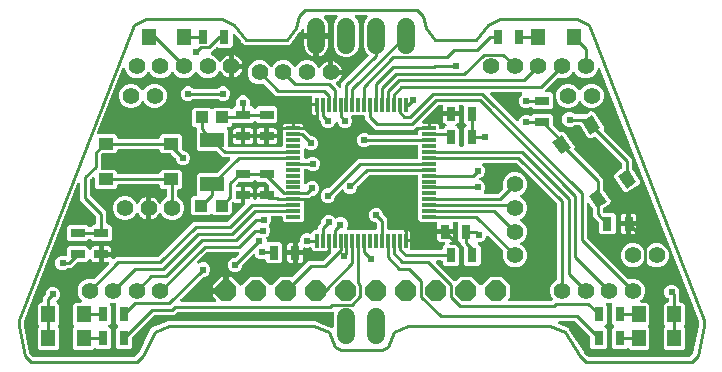
<source format=gbr>
G04 EAGLE Gerber X2 export*
G04 #@! %TF.Part,Single*
G04 #@! %TF.FileFunction,Copper,L1,Top,Mixed*
G04 #@! %TF.FilePolarity,Positive*
G04 #@! %TF.GenerationSoftware,Autodesk,EAGLE,8.6.0*
G04 #@! %TF.CreationDate,2018-03-08T02:15:54Z*
G75*
%MOMM*%
%FSLAX34Y34*%
%LPD*%
%AMOC8*
5,1,8,0,0,1.08239X$1,22.5*%
G01*
%ADD10R,0.300000X1.200000*%
%ADD11R,1.200000X0.300000*%
%ADD12R,1.200000X0.800000*%
%ADD13R,0.800000X1.200000*%
%ADD14R,1.100000X1.000000*%
%ADD15R,2.000000X1.300000*%
%ADD16C,1.422400*%
%ADD17P,1.924489X8X112.500000*%
%ADD18C,1.524000*%
%ADD19R,1.300000X1.000000*%
%ADD20R,1.200000X1.400000*%
%ADD21C,0.254000*%
%ADD22C,0.604000*%
%ADD23C,0.254000*%

G36*
X277836Y294204D02*
X277836Y294204D01*
X277935Y294207D01*
X277993Y294224D01*
X278054Y294232D01*
X278146Y294268D01*
X278241Y294296D01*
X278293Y294326D01*
X278349Y294349D01*
X278429Y294407D01*
X278515Y294457D01*
X278590Y294523D01*
X278607Y294535D01*
X278614Y294545D01*
X278635Y294563D01*
X281409Y297337D01*
X281485Y297435D01*
X281566Y297528D01*
X281593Y297573D01*
X281604Y297589D01*
X281613Y297608D01*
X281647Y297667D01*
X291179Y316731D01*
X291186Y316750D01*
X291210Y316799D01*
X291871Y318340D01*
X291890Y318353D01*
X291925Y318394D01*
X293522Y318926D01*
X293540Y318934D01*
X293592Y318951D01*
X304903Y323476D01*
X304917Y323484D01*
X304934Y323489D01*
X304986Y323519D01*
X305041Y323541D01*
X305107Y323589D01*
X305181Y323630D01*
X305193Y323642D01*
X305208Y323650D01*
X305285Y323718D01*
X305299Y323728D01*
X305305Y323736D01*
X305329Y323757D01*
X305764Y324192D01*
X306448Y324192D01*
X306450Y324192D01*
X306451Y324192D01*
X306606Y324212D01*
X306764Y324232D01*
X306765Y324232D01*
X306767Y324232D01*
X306920Y324283D01*
X307555Y324537D01*
X308121Y324294D01*
X308137Y324290D01*
X308152Y324281D01*
X308290Y324246D01*
X308427Y324207D01*
X308444Y324206D01*
X308460Y324202D01*
X308621Y324192D01*
X428879Y324192D01*
X428896Y324194D01*
X428913Y324192D01*
X429053Y324214D01*
X429195Y324232D01*
X429210Y324238D01*
X429227Y324240D01*
X429379Y324294D01*
X429945Y324537D01*
X430580Y324283D01*
X430582Y324282D01*
X430583Y324281D01*
X430734Y324242D01*
X430888Y324202D01*
X430890Y324202D01*
X430891Y324202D01*
X431052Y324192D01*
X431736Y324192D01*
X432171Y323757D01*
X432185Y323746D01*
X432196Y323733D01*
X432264Y323683D01*
X432323Y323628D01*
X432374Y323599D01*
X432423Y323562D01*
X432438Y323555D01*
X432452Y323545D01*
X432597Y323476D01*
X442029Y319703D01*
X442110Y319682D01*
X442187Y319651D01*
X442263Y319642D01*
X442336Y319623D01*
X442354Y319623D01*
X444090Y318879D01*
X444099Y318876D01*
X444119Y318867D01*
X444891Y318558D01*
X444931Y318548D01*
X444969Y318530D01*
X445084Y318508D01*
X445198Y318478D01*
X445240Y318478D01*
X445282Y318470D01*
X445399Y318477D01*
X445516Y318477D01*
X445557Y318487D01*
X445599Y318490D01*
X445711Y318526D01*
X445825Y318555D01*
X445862Y318575D01*
X445901Y318588D01*
X446001Y318651D01*
X446104Y318707D01*
X446135Y318736D01*
X446170Y318758D01*
X446251Y318844D01*
X446337Y318924D01*
X446359Y318959D01*
X446388Y318990D01*
X446445Y319093D01*
X446508Y319192D01*
X446521Y319231D01*
X446542Y319268D01*
X446571Y319382D01*
X446608Y319494D01*
X446611Y319536D01*
X446621Y319576D01*
X446631Y319737D01*
X446631Y329742D01*
X446934Y330473D01*
X446952Y330540D01*
X446980Y330605D01*
X446994Y330693D01*
X447018Y330780D01*
X447019Y330850D01*
X447030Y330919D01*
X447022Y331008D01*
X447023Y331098D01*
X447007Y331166D01*
X447000Y331235D01*
X446970Y331320D01*
X446949Y331407D01*
X446916Y331469D01*
X446893Y331534D01*
X446842Y331609D01*
X446800Y331688D01*
X446753Y331740D01*
X446714Y331798D01*
X446647Y331857D01*
X446586Y331923D01*
X446528Y331962D01*
X446476Y332008D01*
X446396Y332049D01*
X446321Y332098D01*
X446254Y332121D01*
X446192Y332153D01*
X446105Y332172D01*
X446020Y332201D01*
X445950Y332207D01*
X445882Y332222D01*
X445792Y332220D01*
X445703Y332227D01*
X445634Y332215D01*
X445564Y332213D01*
X445478Y332188D01*
X445389Y332172D01*
X445326Y332144D01*
X445259Y332124D01*
X445181Y332079D01*
X445099Y332042D01*
X445045Y331998D01*
X445016Y331981D01*
X314715Y331981D01*
X314616Y331969D01*
X314517Y331966D01*
X314459Y331949D01*
X314399Y331941D01*
X314307Y331905D01*
X314212Y331877D01*
X314160Y331847D01*
X314103Y331824D01*
X314023Y331766D01*
X313938Y331716D01*
X313863Y331650D01*
X313846Y331638D01*
X313838Y331628D01*
X313817Y331610D01*
X311389Y329181D01*
X294815Y329181D01*
X294716Y329169D01*
X294617Y329166D01*
X294559Y329149D01*
X294499Y329141D01*
X294407Y329105D01*
X294312Y329077D01*
X294260Y329047D01*
X294203Y329024D01*
X294123Y328966D01*
X294038Y328916D01*
X293963Y328850D01*
X293946Y328838D01*
X293938Y328828D01*
X293917Y328810D01*
X276420Y311313D01*
X276360Y311235D01*
X276292Y311162D01*
X276263Y311109D01*
X276226Y311062D01*
X276186Y310971D01*
X276138Y310884D01*
X276123Y310825D01*
X276099Y310770D01*
X276084Y310672D01*
X276059Y310576D01*
X276053Y310476D01*
X276049Y310456D01*
X276051Y310443D01*
X276049Y310415D01*
X276049Y302737D01*
X274263Y300951D01*
X263737Y300951D01*
X261951Y302737D01*
X261951Y317263D01*
X263791Y319102D01*
X263864Y319197D01*
X263943Y319286D01*
X263961Y319322D01*
X263986Y319354D01*
X264033Y319463D01*
X264087Y319569D01*
X264096Y319608D01*
X264112Y319646D01*
X264131Y319763D01*
X264157Y319879D01*
X264156Y319920D01*
X264162Y319960D01*
X264151Y320078D01*
X264147Y320197D01*
X264136Y320236D01*
X264132Y320276D01*
X264092Y320389D01*
X264059Y320503D01*
X264038Y320537D01*
X264025Y320576D01*
X263958Y320674D01*
X263897Y320777D01*
X263857Y320822D01*
X263846Y320839D01*
X263831Y320852D01*
X263791Y320897D01*
X261951Y322737D01*
X261951Y337263D01*
X262361Y337673D01*
X262446Y337782D01*
X262535Y337889D01*
X262543Y337908D01*
X262556Y337924D01*
X262611Y338052D01*
X262670Y338177D01*
X262674Y338197D01*
X262682Y338216D01*
X262704Y338354D01*
X262730Y338490D01*
X262729Y338510D01*
X262732Y338530D01*
X262719Y338669D01*
X262710Y338807D01*
X262704Y338826D01*
X262702Y338846D01*
X262655Y338977D01*
X262612Y339109D01*
X262602Y339127D01*
X262595Y339146D01*
X262517Y339260D01*
X262442Y339378D01*
X262427Y339392D01*
X262416Y339409D01*
X262312Y339501D01*
X262211Y339596D01*
X262193Y339606D01*
X262178Y339619D01*
X262054Y339682D01*
X261932Y339750D01*
X261913Y339755D01*
X261894Y339764D01*
X261759Y339794D01*
X261624Y339829D01*
X261596Y339831D01*
X261584Y339834D01*
X261564Y339833D01*
X261463Y339839D01*
X258537Y339839D01*
X258399Y339822D01*
X258260Y339809D01*
X258241Y339802D01*
X258221Y339799D01*
X258092Y339748D01*
X257961Y339701D01*
X257944Y339690D01*
X257925Y339682D01*
X257813Y339601D01*
X257698Y339523D01*
X257684Y339507D01*
X257668Y339496D01*
X257579Y339388D01*
X257487Y339284D01*
X257478Y339266D01*
X257465Y339251D01*
X257406Y339125D01*
X257343Y339001D01*
X257338Y338981D01*
X257330Y338963D01*
X257304Y338826D01*
X257273Y338691D01*
X257274Y338670D01*
X257270Y338651D01*
X257278Y338512D01*
X257283Y338373D01*
X257288Y338353D01*
X257290Y338333D01*
X257332Y338201D01*
X257371Y338067D01*
X257381Y338050D01*
X257388Y338031D01*
X257462Y337913D01*
X257533Y337793D01*
X257551Y337772D01*
X257558Y337762D01*
X257573Y337748D01*
X257639Y337673D01*
X258049Y337263D01*
X258049Y322737D01*
X256209Y320897D01*
X256136Y320803D01*
X256057Y320714D01*
X256039Y320678D01*
X256014Y320646D01*
X255967Y320537D01*
X255913Y320431D01*
X255904Y320392D01*
X255888Y320354D01*
X255869Y320237D01*
X255843Y320121D01*
X255844Y320080D01*
X255838Y320040D01*
X255849Y319922D01*
X255853Y319803D01*
X255864Y319764D01*
X255868Y319724D01*
X255908Y319612D01*
X255941Y319497D01*
X255962Y319462D01*
X255975Y319424D01*
X256042Y319326D01*
X256103Y319223D01*
X256142Y319178D01*
X256154Y319161D01*
X256169Y319148D01*
X256209Y319102D01*
X258049Y317263D01*
X258049Y302737D01*
X256263Y300951D01*
X245737Y300951D01*
X245398Y301291D01*
X245304Y301364D01*
X245214Y301443D01*
X245178Y301461D01*
X245146Y301486D01*
X245037Y301533D01*
X244931Y301587D01*
X244892Y301596D01*
X244854Y301612D01*
X244737Y301631D01*
X244621Y301657D01*
X244580Y301656D01*
X244540Y301662D01*
X244422Y301651D01*
X244303Y301647D01*
X244264Y301636D01*
X244224Y301632D01*
X244112Y301592D01*
X243997Y301559D01*
X243962Y301538D01*
X243924Y301525D01*
X243826Y301458D01*
X243723Y301397D01*
X243678Y301357D01*
X243661Y301346D01*
X243648Y301331D01*
X243603Y301291D01*
X242263Y299951D01*
X227737Y299951D01*
X225951Y301737D01*
X225951Y318263D01*
X226791Y319102D01*
X226864Y319196D01*
X226943Y319286D01*
X226961Y319322D01*
X226986Y319354D01*
X227033Y319463D01*
X227087Y319569D01*
X227096Y319608D01*
X227112Y319646D01*
X227131Y319763D01*
X227157Y319879D01*
X227156Y319920D01*
X227162Y319960D01*
X227151Y320078D01*
X227147Y320197D01*
X227136Y320236D01*
X227132Y320276D01*
X227092Y320389D01*
X227059Y320503D01*
X227038Y320537D01*
X227025Y320576D01*
X226958Y320674D01*
X226897Y320777D01*
X226857Y320822D01*
X226846Y320839D01*
X226831Y320852D01*
X226791Y320897D01*
X225951Y321737D01*
X225951Y338263D01*
X227737Y340049D01*
X232518Y340049D01*
X232655Y340066D01*
X232794Y340079D01*
X232813Y340086D01*
X232833Y340089D01*
X232962Y340140D01*
X233093Y340187D01*
X233110Y340198D01*
X233129Y340206D01*
X233241Y340287D01*
X233356Y340365D01*
X233370Y340381D01*
X233386Y340392D01*
X233475Y340500D01*
X233567Y340604D01*
X233576Y340622D01*
X233589Y340637D01*
X233648Y340763D01*
X233711Y340887D01*
X233716Y340907D01*
X233724Y340925D01*
X233751Y341061D01*
X233781Y341197D01*
X233780Y341218D01*
X233784Y341237D01*
X233776Y341376D01*
X233771Y341515D01*
X233766Y341535D01*
X233765Y341555D01*
X233722Y341687D01*
X233683Y341821D01*
X233673Y341838D01*
X233666Y341857D01*
X233592Y341975D01*
X233521Y342095D01*
X233503Y342116D01*
X233496Y342126D01*
X233481Y342140D01*
X233415Y342215D01*
X231386Y344244D01*
X229839Y347979D01*
X229839Y352021D01*
X231386Y355756D01*
X234244Y358614D01*
X237979Y360161D01*
X242021Y360161D01*
X242674Y359890D01*
X242703Y359882D01*
X242729Y359869D01*
X242856Y359840D01*
X242981Y359806D01*
X243011Y359806D01*
X243039Y359799D01*
X243169Y359803D01*
X243299Y359801D01*
X243328Y359808D01*
X243357Y359809D01*
X243482Y359845D01*
X243608Y359875D01*
X243635Y359889D01*
X243663Y359897D01*
X243775Y359963D01*
X243890Y360024D01*
X243911Y360044D01*
X243937Y360059D01*
X244058Y360165D01*
X256185Y372293D01*
X256270Y372402D01*
X256359Y372509D01*
X256367Y372528D01*
X256380Y372544D01*
X256435Y372672D01*
X256494Y372797D01*
X256498Y372817D01*
X256506Y372836D01*
X256528Y372974D01*
X256554Y373110D01*
X256553Y373130D01*
X256556Y373150D01*
X256543Y373289D01*
X256534Y373427D01*
X256528Y373446D01*
X256526Y373466D01*
X256479Y373598D01*
X256436Y373729D01*
X256426Y373747D01*
X256419Y373766D01*
X256341Y373881D01*
X256266Y373998D01*
X256251Y374012D01*
X256240Y374029D01*
X256136Y374121D01*
X256035Y374216D01*
X256017Y374226D01*
X256002Y374239D01*
X255878Y374302D01*
X255756Y374370D01*
X255736Y374375D01*
X255718Y374384D01*
X255583Y374414D01*
X255448Y374449D01*
X255420Y374451D01*
X255408Y374454D01*
X255388Y374453D01*
X255287Y374459D01*
X251999Y374459D01*
X251999Y379001D01*
X258541Y379001D01*
X258541Y377713D01*
X258558Y377575D01*
X258571Y377436D01*
X258578Y377417D01*
X258581Y377397D01*
X258632Y377268D01*
X258679Y377137D01*
X258690Y377120D01*
X258698Y377101D01*
X258779Y376989D01*
X258857Y376874D01*
X258873Y376860D01*
X258884Y376844D01*
X258992Y376755D01*
X259096Y376663D01*
X259114Y376654D01*
X259129Y376641D01*
X259255Y376582D01*
X259379Y376519D01*
X259399Y376514D01*
X259417Y376506D01*
X259554Y376479D01*
X259689Y376449D01*
X259710Y376450D01*
X259729Y376446D01*
X259868Y376455D01*
X260007Y376459D01*
X260027Y376464D01*
X260047Y376466D01*
X260179Y376509D01*
X260313Y376547D01*
X260330Y376557D01*
X260349Y376564D01*
X260467Y376638D01*
X260587Y376709D01*
X260608Y376727D01*
X260618Y376734D01*
X260632Y376749D01*
X260707Y376815D01*
X262511Y378619D01*
X297585Y378619D01*
X297684Y378631D01*
X297783Y378634D01*
X297841Y378651D01*
X297901Y378659D01*
X297993Y378695D01*
X298088Y378723D01*
X298140Y378753D01*
X298197Y378776D01*
X298277Y378834D01*
X298362Y378884D01*
X298437Y378950D01*
X298454Y378962D01*
X298462Y378972D01*
X298483Y378990D01*
X325010Y405517D01*
X327911Y408419D01*
X356485Y408419D01*
X356584Y408431D01*
X356683Y408434D01*
X356741Y408451D01*
X356801Y408459D01*
X356893Y408495D01*
X356988Y408523D01*
X357040Y408553D01*
X357097Y408576D01*
X357177Y408634D01*
X357262Y408684D01*
X357337Y408750D01*
X357354Y408762D01*
X357357Y408766D01*
X357359Y408768D01*
X357365Y408775D01*
X357383Y408790D01*
X371628Y423035D01*
X371688Y423113D01*
X371756Y423186D01*
X371785Y423239D01*
X371822Y423286D01*
X371862Y423377D01*
X371910Y423464D01*
X371925Y423523D01*
X371949Y423578D01*
X371964Y423676D01*
X371989Y423772D01*
X371995Y423872D01*
X371999Y423892D01*
X371997Y423905D01*
X371999Y423933D01*
X371999Y429001D01*
X378541Y429001D01*
X378541Y428088D01*
X378556Y427970D01*
X378563Y427851D01*
X378575Y427813D01*
X378581Y427772D01*
X378624Y427662D01*
X378661Y427549D01*
X378683Y427514D01*
X378698Y427477D01*
X378767Y427381D01*
X378831Y427280D01*
X378861Y427252D01*
X378884Y427219D01*
X378976Y427143D01*
X379063Y427062D01*
X379098Y427042D01*
X379129Y427017D01*
X379237Y426966D01*
X379341Y426908D01*
X379381Y426898D01*
X379417Y426881D01*
X379534Y426859D01*
X379649Y426829D01*
X379709Y426825D01*
X379729Y426821D01*
X379750Y426823D01*
X379810Y426819D01*
X380190Y426819D01*
X380308Y426834D01*
X380427Y426841D01*
X380465Y426854D01*
X380506Y426859D01*
X380616Y426902D01*
X380729Y426939D01*
X380764Y426961D01*
X380801Y426976D01*
X380897Y427045D01*
X380998Y427109D01*
X381026Y427139D01*
X381059Y427162D01*
X381135Y427254D01*
X381216Y427341D01*
X381236Y427376D01*
X381261Y427407D01*
X381312Y427515D01*
X381370Y427619D01*
X381380Y427659D01*
X381397Y427695D01*
X381419Y427812D01*
X381449Y427927D01*
X381453Y427987D01*
X381457Y428007D01*
X381455Y428028D01*
X381459Y428088D01*
X381459Y429001D01*
X389270Y429001D01*
X389388Y429016D01*
X389507Y429023D01*
X389545Y429035D01*
X389585Y429041D01*
X389696Y429084D01*
X389809Y429121D01*
X389843Y429143D01*
X389881Y429158D01*
X389977Y429227D01*
X390078Y429291D01*
X390106Y429321D01*
X390138Y429344D01*
X390214Y429436D01*
X390296Y429523D01*
X390315Y429558D01*
X390341Y429589D01*
X390392Y429697D01*
X390449Y429801D01*
X390459Y429841D01*
X390477Y429877D01*
X390499Y429994D01*
X390529Y430109D01*
X390533Y430169D01*
X390536Y430189D01*
X390535Y430210D01*
X390539Y430270D01*
X390539Y430461D01*
X390730Y430461D01*
X390848Y430476D01*
X390967Y430483D01*
X391005Y430496D01*
X391046Y430501D01*
X391156Y430545D01*
X391269Y430581D01*
X391304Y430603D01*
X391341Y430618D01*
X391437Y430688D01*
X391538Y430751D01*
X391566Y430781D01*
X391599Y430805D01*
X391675Y430896D01*
X391756Y430983D01*
X391776Y431018D01*
X391801Y431050D01*
X391852Y431157D01*
X391910Y431262D01*
X391920Y431301D01*
X391937Y431337D01*
X391959Y431454D01*
X391989Y431570D01*
X391993Y431630D01*
X391997Y431650D01*
X391995Y431670D01*
X391999Y431730D01*
X391999Y438443D01*
X392020Y438553D01*
X392051Y438689D01*
X392050Y438710D01*
X392054Y438729D01*
X392045Y438868D01*
X392041Y439007D01*
X392036Y439027D01*
X392034Y439047D01*
X391992Y439179D01*
X391953Y439313D01*
X391943Y439330D01*
X391936Y439349D01*
X391862Y439467D01*
X391791Y439587D01*
X391773Y439608D01*
X391766Y439618D01*
X391751Y439632D01*
X391685Y439707D01*
X389813Y441580D01*
X389735Y441640D01*
X389663Y441708D01*
X389610Y441737D01*
X389562Y441774D01*
X389471Y441814D01*
X389384Y441862D01*
X389325Y441877D01*
X389270Y441901D01*
X389172Y441916D01*
X389076Y441941D01*
X388976Y441947D01*
X388956Y441951D01*
X388943Y441949D01*
X388915Y441951D01*
X382737Y441951D01*
X380897Y443791D01*
X380803Y443864D01*
X380714Y443943D01*
X380678Y443961D01*
X380646Y443986D01*
X380537Y444033D01*
X380431Y444087D01*
X380392Y444096D01*
X380354Y444112D01*
X380237Y444131D01*
X380121Y444157D01*
X380080Y444156D01*
X380040Y444162D01*
X379922Y444151D01*
X379803Y444147D01*
X379764Y444136D01*
X379724Y444132D01*
X379612Y444092D01*
X379497Y444059D01*
X379462Y444038D01*
X379424Y444025D01*
X379326Y443958D01*
X379223Y443897D01*
X379178Y443858D01*
X379161Y443846D01*
X379148Y443831D01*
X379102Y443791D01*
X377263Y441951D01*
X366585Y441951D01*
X366486Y441939D01*
X366387Y441936D01*
X366329Y441919D01*
X366269Y441911D01*
X366177Y441875D01*
X366082Y441847D01*
X366030Y441817D01*
X365973Y441794D01*
X365893Y441736D01*
X365808Y441686D01*
X365733Y441620D01*
X365716Y441608D01*
X365708Y441598D01*
X365687Y441580D01*
X363990Y439883D01*
X363930Y439805D01*
X363862Y439732D01*
X363833Y439679D01*
X363796Y439632D01*
X363756Y439541D01*
X363708Y439454D01*
X363693Y439395D01*
X363669Y439340D01*
X363654Y439242D01*
X363629Y439146D01*
X363623Y439046D01*
X363619Y439026D01*
X363621Y439013D01*
X363619Y438985D01*
X363619Y438810D01*
X363634Y438692D01*
X363641Y438573D01*
X363654Y438535D01*
X363659Y438494D01*
X363702Y438384D01*
X363739Y438271D01*
X363761Y438236D01*
X363776Y438199D01*
X363846Y438102D01*
X363909Y438002D01*
X363939Y437974D01*
X363962Y437941D01*
X364054Y437865D01*
X364141Y437784D01*
X364176Y437764D01*
X364207Y437739D01*
X364315Y437688D01*
X364419Y437630D01*
X364459Y437620D01*
X364495Y437603D01*
X364612Y437581D01*
X364727Y437551D01*
X364787Y437547D01*
X364807Y437543D01*
X364828Y437545D01*
X364888Y437541D01*
X368001Y437541D01*
X368001Y431730D01*
X368016Y431612D01*
X368023Y431493D01*
X368035Y431455D01*
X368041Y431415D01*
X368084Y431304D01*
X368121Y431191D01*
X368143Y431157D01*
X368158Y431119D01*
X368227Y431023D01*
X368238Y431006D01*
X368224Y430982D01*
X368199Y430950D01*
X368148Y430843D01*
X368090Y430738D01*
X368080Y430699D01*
X368063Y430663D01*
X368041Y430546D01*
X368011Y430430D01*
X368007Y430370D01*
X368003Y430350D01*
X368005Y430330D01*
X368001Y430270D01*
X368001Y424459D01*
X363666Y424459D01*
X363019Y424632D01*
X362423Y424976D01*
X362361Y425025D01*
X362272Y425104D01*
X362236Y425122D01*
X362204Y425147D01*
X362095Y425194D01*
X361989Y425248D01*
X361949Y425257D01*
X361912Y425273D01*
X361795Y425292D01*
X361678Y425318D01*
X361638Y425317D01*
X361598Y425323D01*
X361480Y425312D01*
X361361Y425309D01*
X361322Y425297D01*
X361281Y425293D01*
X361169Y425253D01*
X361055Y425220D01*
X361020Y425200D01*
X360982Y425186D01*
X360883Y425119D01*
X360781Y425059D01*
X360736Y425019D01*
X360719Y425007D01*
X360705Y424992D01*
X360660Y424952D01*
X360621Y424913D01*
X360560Y424835D01*
X360492Y424763D01*
X360463Y424710D01*
X360426Y424662D01*
X360386Y424571D01*
X360338Y424484D01*
X360323Y424426D01*
X360299Y424370D01*
X360284Y424272D01*
X360259Y424176D01*
X360253Y424076D01*
X360249Y424056D01*
X360251Y424044D01*
X360249Y424015D01*
X360249Y415837D01*
X358463Y414051D01*
X344937Y414051D01*
X344097Y414891D01*
X344003Y414964D01*
X343914Y415043D01*
X343878Y415061D01*
X343846Y415086D01*
X343737Y415133D01*
X343631Y415187D01*
X343592Y415196D01*
X343554Y415212D01*
X343437Y415231D01*
X343321Y415257D01*
X343280Y415256D01*
X343240Y415262D01*
X343122Y415251D01*
X343003Y415247D01*
X342964Y415236D01*
X342924Y415232D01*
X342812Y415192D01*
X342697Y415159D01*
X342662Y415138D01*
X342624Y415125D01*
X342526Y415058D01*
X342423Y414997D01*
X342378Y414958D01*
X342361Y414946D01*
X342348Y414931D01*
X342302Y414891D01*
X341463Y414051D01*
X327937Y414051D01*
X326151Y415837D01*
X326151Y428363D01*
X327937Y430149D01*
X329975Y430149D01*
X330113Y430166D01*
X330252Y430179D01*
X330271Y430186D01*
X330291Y430189D01*
X330420Y430240D01*
X330551Y430287D01*
X330568Y430298D01*
X330587Y430306D01*
X330699Y430387D01*
X330814Y430465D01*
X330828Y430481D01*
X330844Y430492D01*
X330933Y430600D01*
X331025Y430704D01*
X331034Y430722D01*
X331047Y430737D01*
X331106Y430863D01*
X331169Y430987D01*
X331174Y431007D01*
X331182Y431025D01*
X331208Y431161D01*
X331239Y431297D01*
X331238Y431318D01*
X331242Y431337D01*
X331234Y431476D01*
X331229Y431615D01*
X331224Y431635D01*
X331222Y431655D01*
X331179Y431787D01*
X331141Y431921D01*
X331131Y431938D01*
X331124Y431957D01*
X331050Y432075D01*
X330979Y432195D01*
X330961Y432216D01*
X330954Y432226D01*
X330951Y432229D01*
X330951Y447763D01*
X332737Y449549D01*
X346915Y449549D01*
X347014Y449561D01*
X347113Y449564D01*
X347171Y449581D01*
X347231Y449589D01*
X347323Y449625D01*
X347418Y449653D01*
X347470Y449683D01*
X347527Y449706D01*
X347607Y449764D01*
X347692Y449814D01*
X347767Y449880D01*
X347784Y449892D01*
X347792Y449902D01*
X347813Y449920D01*
X358907Y461015D01*
X358992Y461124D01*
X359081Y461231D01*
X359089Y461250D01*
X359102Y461266D01*
X359157Y461394D01*
X359216Y461519D01*
X359220Y461539D01*
X359228Y461558D01*
X359250Y461696D01*
X359276Y461832D01*
X359275Y461852D01*
X359278Y461872D01*
X359265Y462011D01*
X359256Y462149D01*
X359250Y462168D01*
X359248Y462188D01*
X359201Y462320D01*
X359158Y462451D01*
X359148Y462469D01*
X359141Y462488D01*
X359063Y462603D01*
X358988Y462720D01*
X358973Y462734D01*
X358962Y462751D01*
X358858Y462843D01*
X358757Y462938D01*
X358739Y462948D01*
X358724Y462961D01*
X358600Y463025D01*
X358478Y463092D01*
X358458Y463097D01*
X358440Y463106D01*
X358305Y463136D01*
X358170Y463171D01*
X358142Y463173D01*
X358130Y463176D01*
X358110Y463175D01*
X358009Y463181D01*
X352711Y463181D01*
X347813Y468080D01*
X347735Y468140D01*
X347662Y468208D01*
X347609Y468237D01*
X347562Y468274D01*
X347471Y468314D01*
X347384Y468362D01*
X347325Y468377D01*
X347270Y468401D01*
X347172Y468416D01*
X347076Y468441D01*
X346976Y468447D01*
X346956Y468451D01*
X346943Y468449D01*
X346915Y468451D01*
X332737Y468451D01*
X330951Y470237D01*
X330951Y484415D01*
X330939Y484514D01*
X330936Y484613D01*
X330919Y484671D01*
X330911Y484731D01*
X330875Y484823D01*
X330847Y484918D01*
X330817Y484970D01*
X330794Y485027D01*
X330736Y485107D01*
X330686Y485192D01*
X330620Y485267D01*
X330608Y485284D01*
X330598Y485292D01*
X330581Y485311D01*
X330581Y487382D01*
X330566Y487500D01*
X330559Y487619D01*
X330546Y487657D01*
X330541Y487698D01*
X330498Y487808D01*
X330461Y487921D01*
X330439Y487956D01*
X330424Y487993D01*
X330355Y488089D01*
X330291Y488190D01*
X330261Y488218D01*
X330238Y488251D01*
X330146Y488327D01*
X330059Y488408D01*
X330024Y488428D01*
X329993Y488453D01*
X329885Y488504D01*
X329781Y488562D01*
X329741Y488572D01*
X329705Y488589D01*
X329588Y488611D01*
X329473Y488641D01*
X329413Y488645D01*
X329393Y488649D01*
X329372Y488647D01*
X329312Y488651D01*
X328137Y488651D01*
X326351Y490437D01*
X326351Y502963D01*
X328137Y504749D01*
X341663Y504749D01*
X342502Y503909D01*
X342596Y503836D01*
X342686Y503757D01*
X342722Y503739D01*
X342754Y503714D01*
X342863Y503667D01*
X342969Y503613D01*
X343008Y503604D01*
X343046Y503588D01*
X343163Y503569D01*
X343279Y503543D01*
X343320Y503544D01*
X343360Y503538D01*
X343478Y503549D01*
X343597Y503553D01*
X343636Y503564D01*
X343676Y503568D01*
X343789Y503608D01*
X343903Y503641D01*
X343937Y503662D01*
X343976Y503675D01*
X344074Y503742D01*
X344177Y503803D01*
X344222Y503843D01*
X344239Y503854D01*
X344252Y503869D01*
X344297Y503909D01*
X345137Y504749D01*
X358663Y504749D01*
X359153Y504259D01*
X359247Y504186D01*
X359336Y504107D01*
X359372Y504089D01*
X359404Y504064D01*
X359513Y504017D01*
X359619Y503963D01*
X359658Y503954D01*
X359696Y503938D01*
X359813Y503919D01*
X359929Y503893D01*
X359970Y503894D01*
X360010Y503888D01*
X360128Y503899D01*
X360247Y503903D01*
X360286Y503914D01*
X360326Y503918D01*
X360438Y503958D01*
X360553Y503991D01*
X360588Y504012D01*
X360626Y504025D01*
X360724Y504092D01*
X360827Y504153D01*
X360872Y504192D01*
X360889Y504204D01*
X360902Y504219D01*
X360948Y504259D01*
X362737Y506049D01*
X362878Y506049D01*
X362928Y506055D01*
X362977Y506053D01*
X363085Y506075D01*
X363194Y506089D01*
X363240Y506107D01*
X363289Y506117D01*
X363388Y506165D01*
X363490Y506206D01*
X363530Y506235D01*
X363575Y506257D01*
X363658Y506328D01*
X363747Y506392D01*
X363779Y506431D01*
X363817Y506463D01*
X363880Y506553D01*
X363950Y506637D01*
X363971Y506682D01*
X364000Y506723D01*
X364039Y506826D01*
X364085Y506925D01*
X364095Y506974D01*
X364112Y507020D01*
X364124Y507130D01*
X364145Y507237D01*
X364142Y507287D01*
X364148Y507337D01*
X364132Y507445D01*
X364125Y507555D01*
X364110Y507602D01*
X364103Y507651D01*
X364051Y507804D01*
X363931Y508093D01*
X363931Y510507D01*
X364855Y512738D01*
X366562Y514445D01*
X368793Y515369D01*
X371207Y515369D01*
X373438Y514445D01*
X375145Y512738D01*
X376069Y510507D01*
X376069Y508093D01*
X375949Y507804D01*
X375936Y507756D01*
X375915Y507711D01*
X375894Y507603D01*
X375865Y507497D01*
X375864Y507447D01*
X375855Y507398D01*
X375862Y507289D01*
X375860Y507179D01*
X375872Y507131D01*
X375875Y507081D01*
X375908Y506977D01*
X375934Y506870D01*
X375957Y506826D01*
X375973Y506779D01*
X376031Y506686D01*
X376083Y506589D01*
X376116Y506552D01*
X376143Y506510D01*
X376223Y506435D01*
X376297Y506353D01*
X376338Y506326D01*
X376374Y506292D01*
X376471Y506239D01*
X376562Y506179D01*
X376609Y506162D01*
X376653Y506138D01*
X376759Y506111D01*
X376863Y506075D01*
X376913Y506071D01*
X376961Y506059D01*
X377122Y506049D01*
X377263Y506049D01*
X379102Y504209D01*
X379197Y504136D01*
X379286Y504057D01*
X379322Y504039D01*
X379354Y504014D01*
X379463Y503967D01*
X379569Y503913D01*
X379608Y503904D01*
X379646Y503888D01*
X379763Y503869D01*
X379879Y503843D01*
X379920Y503844D01*
X379960Y503838D01*
X380078Y503849D01*
X380197Y503853D01*
X380236Y503864D01*
X380276Y503868D01*
X380389Y503908D01*
X380503Y503941D01*
X380537Y503962D01*
X380576Y503975D01*
X380674Y504042D01*
X380777Y504103D01*
X380822Y504143D01*
X380839Y504154D01*
X380852Y504169D01*
X380897Y504209D01*
X382737Y506049D01*
X397263Y506049D01*
X399049Y504263D01*
X399049Y493737D01*
X397263Y491951D01*
X382737Y491951D01*
X380897Y493791D01*
X380803Y493864D01*
X380714Y493943D01*
X380678Y493961D01*
X380646Y493986D01*
X380537Y494033D01*
X380431Y494087D01*
X380392Y494096D01*
X380354Y494112D01*
X380237Y494131D01*
X380121Y494157D01*
X380080Y494156D01*
X380040Y494162D01*
X379922Y494151D01*
X379803Y494147D01*
X379764Y494136D01*
X379724Y494132D01*
X379612Y494092D01*
X379497Y494059D01*
X379462Y494038D01*
X379424Y494025D01*
X379326Y493958D01*
X379223Y493897D01*
X379178Y493858D01*
X379161Y493846D01*
X379148Y493831D01*
X379102Y493791D01*
X377263Y491951D01*
X362737Y491951D01*
X362679Y492010D01*
X362601Y492070D01*
X362529Y492138D01*
X362476Y492167D01*
X362428Y492204D01*
X362337Y492244D01*
X362250Y492292D01*
X362191Y492307D01*
X362136Y492331D01*
X362038Y492346D01*
X361942Y492371D01*
X361842Y492377D01*
X361822Y492381D01*
X361809Y492379D01*
X361781Y492381D01*
X361718Y492381D01*
X361600Y492366D01*
X361481Y492359D01*
X361443Y492346D01*
X361402Y492341D01*
X361292Y492298D01*
X361179Y492261D01*
X361144Y492239D01*
X361107Y492224D01*
X361011Y492155D01*
X360910Y492091D01*
X360882Y492061D01*
X360849Y492038D01*
X360773Y491946D01*
X360692Y491859D01*
X360672Y491824D01*
X360647Y491793D01*
X360596Y491685D01*
X360538Y491581D01*
X360528Y491541D01*
X360511Y491505D01*
X360489Y491388D01*
X360459Y491273D01*
X360455Y491213D01*
X360451Y491193D01*
X360453Y491172D01*
X360449Y491112D01*
X360449Y490437D01*
X358663Y488651D01*
X357225Y488651D01*
X357087Y488634D01*
X356948Y488621D01*
X356929Y488614D01*
X356909Y488611D01*
X356780Y488560D01*
X356649Y488513D01*
X356632Y488502D01*
X356613Y488494D01*
X356501Y488413D01*
X356386Y488335D01*
X356372Y488319D01*
X356356Y488308D01*
X356267Y488200D01*
X356175Y488096D01*
X356166Y488078D01*
X356153Y488063D01*
X356094Y487937D01*
X356031Y487813D01*
X356026Y487793D01*
X356018Y487775D01*
X355992Y487638D01*
X355961Y487503D01*
X355962Y487482D01*
X355958Y487463D01*
X355966Y487324D01*
X355971Y487185D01*
X355976Y487165D01*
X355978Y487145D01*
X356020Y487013D01*
X356059Y486879D01*
X356069Y486862D01*
X356076Y486843D01*
X356150Y486725D01*
X356221Y486605D01*
X356239Y486584D01*
X356246Y486574D01*
X356261Y486560D01*
X356327Y486485D01*
X357049Y485763D01*
X357049Y473088D01*
X357064Y472970D01*
X357071Y472851D01*
X357084Y472813D01*
X357089Y472772D01*
X357132Y472662D01*
X357169Y472549D01*
X357191Y472514D01*
X357206Y472477D01*
X357275Y472381D01*
X357339Y472280D01*
X357369Y472252D01*
X357392Y472219D01*
X357484Y472143D01*
X357571Y472062D01*
X357606Y472042D01*
X357637Y472017D01*
X357745Y471966D01*
X357849Y471908D01*
X357889Y471898D01*
X357925Y471881D01*
X358042Y471859D01*
X358157Y471829D01*
X358217Y471825D01*
X358237Y471821D01*
X358258Y471823D01*
X358318Y471819D01*
X402182Y471819D01*
X402300Y471834D01*
X402419Y471841D01*
X402457Y471854D01*
X402498Y471859D01*
X402608Y471902D01*
X402721Y471939D01*
X402756Y471961D01*
X402793Y471976D01*
X402889Y472045D01*
X402990Y472109D01*
X403018Y472139D01*
X403051Y472162D01*
X403127Y472254D01*
X403208Y472341D01*
X403228Y472376D01*
X403253Y472407D01*
X403304Y472515D01*
X403362Y472619D01*
X403372Y472659D01*
X403389Y472695D01*
X403411Y472812D01*
X403441Y472927D01*
X403445Y472987D01*
X403449Y473007D01*
X403447Y473028D01*
X403451Y473088D01*
X403451Y485263D01*
X403588Y485399D01*
X403648Y485477D01*
X403716Y485549D01*
X403745Y485602D01*
X403782Y485650D01*
X403822Y485741D01*
X403870Y485828D01*
X403885Y485887D01*
X403909Y485942D01*
X403924Y486040D01*
X403949Y486136D01*
X403955Y486236D01*
X403956Y486238D01*
X403962Y486239D01*
X404031Y486238D01*
X404119Y486259D01*
X404209Y486270D01*
X404273Y486296D01*
X404340Y486312D01*
X404420Y486354D01*
X404504Y486387D01*
X404560Y486428D01*
X404621Y486460D01*
X404747Y486561D01*
X404754Y486568D01*
X404762Y486574D01*
X404762Y486575D01*
X404858Y486690D01*
X404954Y486803D01*
X404959Y486812D01*
X404965Y486820D01*
X405028Y486954D01*
X405094Y487088D01*
X405096Y487098D01*
X405101Y487107D01*
X405129Y487254D01*
X405159Y487400D01*
X405158Y487410D01*
X405160Y487420D01*
X405151Y487569D01*
X405144Y487717D01*
X405141Y487727D01*
X405141Y487737D01*
X405095Y487879D01*
X405051Y488021D01*
X405046Y488030D01*
X405043Y488040D01*
X404963Y488166D01*
X404885Y488293D01*
X404878Y488300D01*
X404872Y488308D01*
X404764Y488410D01*
X404657Y488514D01*
X404648Y488519D01*
X404641Y488526D01*
X404511Y488598D01*
X404381Y488672D01*
X404371Y488675D01*
X404362Y488680D01*
X404219Y488717D01*
X404074Y488756D01*
X404064Y488757D01*
X404054Y488759D01*
X403959Y488765D01*
X403959Y489334D01*
X404132Y489981D01*
X404467Y490560D01*
X404940Y491033D01*
X405519Y491368D01*
X406166Y491541D01*
X411231Y491541D01*
X411231Y488318D01*
X411246Y488200D01*
X411253Y488081D01*
X411265Y488043D01*
X411270Y488002D01*
X411314Y487892D01*
X411351Y487779D01*
X411373Y487744D01*
X411387Y487707D01*
X411457Y487611D01*
X411521Y487510D01*
X411551Y487482D01*
X411574Y487449D01*
X411666Y487373D01*
X411753Y487292D01*
X411788Y487272D01*
X411819Y487247D01*
X411927Y487196D01*
X412031Y487138D01*
X412070Y487128D01*
X412107Y487111D01*
X412224Y487089D01*
X412339Y487059D01*
X412399Y487055D01*
X412419Y487051D01*
X412420Y487051D01*
X412440Y487053D01*
X412500Y487049D01*
X412618Y487064D01*
X412737Y487071D01*
X412775Y487084D01*
X412816Y487089D01*
X412926Y487132D01*
X413040Y487169D01*
X413074Y487191D01*
X413111Y487206D01*
X413208Y487275D01*
X413308Y487339D01*
X413336Y487369D01*
X413369Y487392D01*
X413445Y487484D01*
X413526Y487571D01*
X413546Y487606D01*
X413572Y487637D01*
X413622Y487745D01*
X413680Y487849D01*
X413690Y487889D01*
X413707Y487925D01*
X413729Y488042D01*
X413759Y488157D01*
X413763Y488217D01*
X413767Y488237D01*
X413766Y488258D01*
X413769Y488318D01*
X413769Y491541D01*
X418834Y491541D01*
X419481Y491368D01*
X420060Y491033D01*
X420533Y490560D01*
X420868Y489981D01*
X421041Y489334D01*
X421041Y487993D01*
X421053Y487894D01*
X421056Y487795D01*
X421073Y487737D01*
X421081Y487677D01*
X421117Y487585D01*
X421145Y487490D01*
X421175Y487438D01*
X421198Y487381D01*
X421256Y487301D01*
X421306Y487216D01*
X421372Y487141D01*
X421384Y487124D01*
X421394Y487116D01*
X421412Y487095D01*
X427167Y481340D01*
X427245Y481280D01*
X427318Y481212D01*
X427371Y481183D01*
X427418Y481146D01*
X427509Y481106D01*
X427596Y481058D01*
X427655Y481043D01*
X427710Y481019D01*
X427808Y481004D01*
X427904Y480979D01*
X428004Y480973D01*
X428024Y480969D01*
X428037Y480971D01*
X428065Y480969D01*
X428707Y480969D01*
X430938Y480045D01*
X432645Y478338D01*
X433569Y476107D01*
X433569Y473693D01*
X432645Y471462D01*
X430938Y469755D01*
X428707Y468831D01*
X426293Y468831D01*
X424062Y469755D01*
X423716Y470102D01*
X423606Y470187D01*
X423499Y470276D01*
X423480Y470285D01*
X423464Y470297D01*
X423336Y470352D01*
X423211Y470411D01*
X423191Y470415D01*
X423172Y470423D01*
X423034Y470445D01*
X422898Y470471D01*
X422878Y470470D01*
X422858Y470473D01*
X422719Y470460D01*
X422581Y470451D01*
X422562Y470445D01*
X422542Y470443D01*
X422411Y470396D01*
X422279Y470353D01*
X422261Y470343D01*
X422242Y470336D01*
X422127Y470258D01*
X422010Y470183D01*
X421996Y470169D01*
X421979Y470157D01*
X421887Y470053D01*
X421792Y469952D01*
X421782Y469934D01*
X421769Y469919D01*
X421706Y469795D01*
X421638Y469673D01*
X421633Y469654D01*
X421624Y469636D01*
X421594Y469499D01*
X421559Y469365D01*
X421557Y469337D01*
X421554Y469325D01*
X421555Y469305D01*
X421549Y469205D01*
X421549Y463088D01*
X421564Y462970D01*
X421571Y462851D01*
X421584Y462813D01*
X421589Y462772D01*
X421632Y462662D01*
X421669Y462549D01*
X421691Y462514D01*
X421706Y462477D01*
X421775Y462381D01*
X421839Y462280D01*
X421869Y462252D01*
X421892Y462219D01*
X421984Y462143D01*
X422071Y462062D01*
X422106Y462042D01*
X422137Y462017D01*
X422245Y461966D01*
X422349Y461908D01*
X422389Y461898D01*
X422425Y461881D01*
X422542Y461859D01*
X422657Y461829D01*
X422717Y461825D01*
X422737Y461821D01*
X422758Y461823D01*
X422818Y461819D01*
X424210Y461819D01*
X424309Y461831D01*
X424408Y461834D01*
X424466Y461851D01*
X424526Y461859D01*
X424618Y461895D01*
X424713Y461923D01*
X424765Y461953D01*
X424822Y461976D01*
X424902Y462034D01*
X424987Y462084D01*
X425063Y462150D01*
X425079Y462162D01*
X425087Y462172D01*
X425108Y462190D01*
X425562Y462645D01*
X427793Y463569D01*
X430207Y463569D01*
X432438Y462645D01*
X434145Y460938D01*
X435069Y458707D01*
X435069Y456293D01*
X434145Y454062D01*
X432438Y452355D01*
X430207Y451431D01*
X427793Y451431D01*
X425562Y452355D01*
X425108Y452810D01*
X425030Y452870D01*
X424958Y452938D01*
X424905Y452967D01*
X424857Y453004D01*
X424766Y453044D01*
X424679Y453092D01*
X424621Y453107D01*
X424565Y453131D01*
X424467Y453146D01*
X424371Y453171D01*
X424271Y453177D01*
X424251Y453181D01*
X424238Y453179D01*
X424210Y453181D01*
X422818Y453181D01*
X422700Y453166D01*
X422581Y453159D01*
X422543Y453146D01*
X422502Y453141D01*
X422392Y453098D01*
X422279Y453061D01*
X422244Y453039D01*
X422207Y453024D01*
X422111Y452955D01*
X422010Y452891D01*
X421982Y452861D01*
X421949Y452838D01*
X421873Y452746D01*
X421792Y452659D01*
X421772Y452624D01*
X421747Y452593D01*
X421696Y452485D01*
X421638Y452381D01*
X421628Y452341D01*
X421611Y452305D01*
X421589Y452188D01*
X421559Y452073D01*
X421555Y452013D01*
X421551Y451993D01*
X421553Y451972D01*
X421549Y451912D01*
X421549Y441295D01*
X421566Y441157D01*
X421579Y441019D01*
X421586Y441000D01*
X421589Y440980D01*
X421640Y440851D01*
X421687Y440720D01*
X421698Y440703D01*
X421706Y440684D01*
X421787Y440572D01*
X421865Y440457D01*
X421881Y440443D01*
X421892Y440427D01*
X422000Y440338D01*
X422104Y440246D01*
X422122Y440237D01*
X422137Y440224D01*
X422263Y440165D01*
X422387Y440102D01*
X422407Y440097D01*
X422425Y440089D01*
X422562Y440062D01*
X422697Y440032D01*
X422718Y440033D01*
X422737Y440029D01*
X422876Y440037D01*
X423015Y440042D01*
X423035Y440047D01*
X423055Y440049D01*
X423187Y440091D01*
X423321Y440130D01*
X423338Y440140D01*
X423357Y440147D01*
X423475Y440221D01*
X423595Y440292D01*
X423616Y440310D01*
X423626Y440317D01*
X423640Y440332D01*
X423715Y440398D01*
X425162Y441845D01*
X427393Y442769D01*
X429807Y442769D01*
X432038Y441845D01*
X433745Y440138D01*
X434669Y437907D01*
X434669Y435493D01*
X433745Y433262D01*
X432038Y431555D01*
X429807Y430631D01*
X429165Y430631D01*
X429066Y430619D01*
X428967Y430616D01*
X428909Y430599D01*
X428849Y430591D01*
X428757Y430555D01*
X428662Y430527D01*
X428610Y430497D01*
X428553Y430474D01*
X428473Y430416D01*
X428388Y430366D01*
X428313Y430300D01*
X428296Y430288D01*
X428288Y430278D01*
X428267Y430260D01*
X426189Y428181D01*
X422310Y428181D01*
X422192Y428166D01*
X422073Y428159D01*
X422035Y428146D01*
X421994Y428141D01*
X421884Y428098D01*
X421771Y428061D01*
X421736Y428039D01*
X421699Y428024D01*
X421603Y427955D01*
X421502Y427891D01*
X421474Y427861D01*
X421441Y427838D01*
X421365Y427746D01*
X421284Y427659D01*
X421264Y427624D01*
X421239Y427593D01*
X421188Y427485D01*
X421130Y427381D01*
X421120Y427341D01*
X421103Y427305D01*
X421081Y427188D01*
X421051Y427073D01*
X421047Y427013D01*
X421043Y426993D01*
X421045Y426972D01*
X421041Y426912D01*
X421041Y426297D01*
X421053Y426198D01*
X421056Y426099D01*
X421073Y426041D01*
X421081Y425981D01*
X421117Y425889D01*
X421145Y425794D01*
X421175Y425742D01*
X421198Y425685D01*
X421256Y425605D01*
X421306Y425520D01*
X421372Y425445D01*
X421384Y425428D01*
X421394Y425420D01*
X421412Y425399D01*
X421549Y425263D01*
X421549Y409737D01*
X419763Y407951D01*
X405237Y407951D01*
X403451Y409737D01*
X403451Y411912D01*
X403436Y412030D01*
X403429Y412149D01*
X403416Y412187D01*
X403411Y412228D01*
X403368Y412338D01*
X403331Y412451D01*
X403309Y412486D01*
X403294Y412523D01*
X403225Y412619D01*
X403161Y412720D01*
X403131Y412748D01*
X403108Y412781D01*
X403016Y412857D01*
X402929Y412938D01*
X402894Y412958D01*
X402863Y412983D01*
X402755Y413034D01*
X402651Y413092D01*
X402611Y413102D01*
X402575Y413119D01*
X402458Y413141D01*
X402343Y413171D01*
X402283Y413175D01*
X402263Y413179D01*
X402242Y413177D01*
X402182Y413181D01*
X394775Y413181D01*
X394726Y413175D01*
X394676Y413177D01*
X394568Y413155D01*
X394459Y413141D01*
X394413Y413123D01*
X394364Y413113D01*
X394266Y413065D01*
X394164Y413024D01*
X394124Y412995D01*
X394079Y412973D01*
X393995Y412902D01*
X393906Y412838D01*
X393875Y412799D01*
X393837Y412767D01*
X393774Y412677D01*
X393703Y412593D01*
X393682Y412548D01*
X393654Y412507D01*
X393615Y412404D01*
X393568Y412305D01*
X393559Y412256D01*
X393541Y412210D01*
X393529Y412100D01*
X393508Y411993D01*
X393511Y411943D01*
X393506Y411893D01*
X393521Y411785D01*
X393528Y411675D01*
X393543Y411628D01*
X393550Y411579D01*
X393569Y411524D01*
X393569Y409093D01*
X392645Y406862D01*
X391980Y406197D01*
X391907Y406103D01*
X391828Y406014D01*
X391810Y405978D01*
X391785Y405946D01*
X391738Y405837D01*
X391684Y405731D01*
X391675Y405691D01*
X391659Y405654D01*
X391640Y405536D01*
X391614Y405421D01*
X391615Y405380D01*
X391609Y405340D01*
X391620Y405221D01*
X391624Y405103D01*
X391635Y405064D01*
X391639Y405024D01*
X391679Y404911D01*
X391712Y404797D01*
X391733Y404762D01*
X391746Y404724D01*
X391813Y404626D01*
X391874Y404523D01*
X391913Y404478D01*
X391925Y404461D01*
X391940Y404448D01*
X391980Y404402D01*
X392045Y404338D01*
X392969Y402107D01*
X392969Y399693D01*
X392045Y397462D01*
X390320Y395738D01*
X390282Y395716D01*
X390176Y395664D01*
X390145Y395638D01*
X390110Y395618D01*
X390024Y395535D01*
X389934Y395458D01*
X389910Y395425D01*
X389881Y395396D01*
X389819Y395295D01*
X389751Y395198D01*
X389736Y395160D01*
X389715Y395125D01*
X389680Y395012D01*
X389638Y394900D01*
X389633Y394860D01*
X389621Y394821D01*
X389616Y394702D01*
X389603Y394584D01*
X389608Y394544D01*
X389606Y394504D01*
X389630Y394387D01*
X389647Y394269D01*
X389666Y394212D01*
X389671Y394192D01*
X389680Y394174D01*
X389699Y394117D01*
X389869Y393707D01*
X389869Y392618D01*
X389884Y392500D01*
X389891Y392381D01*
X389904Y392343D01*
X389909Y392302D01*
X389952Y392192D01*
X389989Y392079D01*
X390011Y392044D01*
X390026Y392007D01*
X390095Y391911D01*
X390159Y391810D01*
X390189Y391782D01*
X390212Y391749D01*
X390304Y391673D01*
X390391Y391592D01*
X390426Y391572D01*
X390457Y391547D01*
X390565Y391496D01*
X390669Y391438D01*
X390709Y391428D01*
X390745Y391411D01*
X390862Y391389D01*
X390977Y391359D01*
X391037Y391355D01*
X391057Y391351D01*
X391078Y391353D01*
X391138Y391349D01*
X401363Y391349D01*
X403149Y389563D01*
X403149Y375037D01*
X401363Y373251D01*
X390837Y373251D01*
X389051Y375037D01*
X389051Y375661D01*
X389045Y375711D01*
X389047Y375760D01*
X389025Y375868D01*
X389011Y375977D01*
X388993Y376023D01*
X388983Y376072D01*
X388935Y376170D01*
X388894Y376272D01*
X388865Y376313D01*
X388843Y376357D01*
X388772Y376441D01*
X388708Y376530D01*
X388669Y376562D01*
X388637Y376599D01*
X388547Y376663D01*
X388463Y376733D01*
X388418Y376754D01*
X388377Y376782D01*
X388274Y376821D01*
X388175Y376868D01*
X388126Y376877D01*
X388080Y376895D01*
X387970Y376907D01*
X387863Y376928D01*
X387813Y376925D01*
X387764Y376930D01*
X387655Y376915D01*
X387545Y376908D01*
X387498Y376893D01*
X387449Y376886D01*
X387296Y376834D01*
X386807Y376631D01*
X384393Y376631D01*
X382162Y377555D01*
X380455Y379262D01*
X380073Y380184D01*
X380049Y380227D01*
X380032Y380274D01*
X379970Y380365D01*
X379916Y380460D01*
X379881Y380496D01*
X379853Y380537D01*
X379771Y380610D01*
X379695Y380689D01*
X379652Y380715D01*
X379615Y380747D01*
X379517Y380797D01*
X379423Y380855D01*
X379376Y380869D01*
X379332Y380892D01*
X379225Y380916D01*
X379120Y380948D01*
X379070Y380951D01*
X379021Y380962D01*
X378911Y380958D01*
X378802Y380964D01*
X378753Y380954D01*
X378704Y380952D01*
X378598Y380922D01*
X378490Y380899D01*
X378446Y380877D01*
X378398Y380864D01*
X378304Y380808D01*
X378205Y380760D01*
X378167Y380727D01*
X378124Y380702D01*
X378003Y380596D01*
X369340Y371933D01*
X369280Y371855D01*
X369212Y371782D01*
X369183Y371729D01*
X369146Y371682D01*
X369106Y371591D01*
X369058Y371504D01*
X369043Y371445D01*
X369019Y371390D01*
X369004Y371292D01*
X368979Y371196D01*
X368973Y371096D01*
X368969Y371076D01*
X368971Y371063D01*
X368969Y371035D01*
X368969Y370393D01*
X368045Y368162D01*
X366338Y366455D01*
X364107Y365531D01*
X361693Y365531D01*
X359462Y366455D01*
X357755Y368162D01*
X356831Y370393D01*
X356831Y372807D01*
X357755Y375038D01*
X359462Y376745D01*
X361693Y377669D01*
X362335Y377669D01*
X362434Y377681D01*
X362533Y377684D01*
X362591Y377701D01*
X362651Y377709D01*
X362743Y377745D01*
X362838Y377773D01*
X362890Y377803D01*
X362947Y377826D01*
X363027Y377884D01*
X363112Y377934D01*
X363187Y378000D01*
X363204Y378012D01*
X363212Y378022D01*
X363233Y378040D01*
X366107Y380915D01*
X366192Y381024D01*
X366281Y381131D01*
X366289Y381150D01*
X366302Y381166D01*
X366357Y381294D01*
X366416Y381419D01*
X366420Y381439D01*
X366428Y381458D01*
X366450Y381596D01*
X366476Y381732D01*
X366475Y381752D01*
X366478Y381772D01*
X366465Y381911D01*
X366456Y382049D01*
X366450Y382068D01*
X366448Y382088D01*
X366401Y382220D01*
X366358Y382351D01*
X366348Y382369D01*
X366341Y382388D01*
X366263Y382503D01*
X366188Y382620D01*
X366173Y382634D01*
X366162Y382651D01*
X366058Y382743D01*
X365957Y382838D01*
X365939Y382848D01*
X365924Y382861D01*
X365800Y382925D01*
X365678Y382992D01*
X365658Y382997D01*
X365640Y383006D01*
X365505Y383036D01*
X365370Y383071D01*
X365342Y383073D01*
X365330Y383076D01*
X365310Y383075D01*
X365209Y383081D01*
X339715Y383081D01*
X339616Y383069D01*
X339517Y383066D01*
X339459Y383049D01*
X339399Y383041D01*
X339307Y383005D01*
X339212Y382977D01*
X339160Y382947D01*
X339103Y382924D01*
X339023Y382866D01*
X338938Y382816D01*
X338863Y382750D01*
X338846Y382738D01*
X338838Y382728D01*
X338817Y382710D01*
X331353Y375246D01*
X331310Y375190D01*
X331260Y375142D01*
X331213Y375065D01*
X331158Y374994D01*
X331131Y374930D01*
X331094Y374871D01*
X331068Y374785D01*
X331032Y374703D01*
X331021Y374634D01*
X331001Y374567D01*
X330996Y374477D01*
X330982Y374388D01*
X330989Y374319D01*
X330985Y374249D01*
X331004Y374162D01*
X331012Y374072D01*
X331036Y374006D01*
X331050Y373938D01*
X331089Y373857D01*
X331120Y373773D01*
X331159Y373715D01*
X331189Y373652D01*
X331248Y373584D01*
X331298Y373509D01*
X331350Y373463D01*
X331396Y373410D01*
X331469Y373358D01*
X331537Y373299D01*
X331599Y373267D01*
X331656Y373227D01*
X331740Y373195D01*
X331820Y373154D01*
X331888Y373139D01*
X331953Y373114D01*
X332043Y373104D01*
X332130Y373085D01*
X332200Y373087D01*
X332269Y373079D01*
X332358Y373092D01*
X332448Y373094D01*
X332515Y373114D01*
X332584Y373123D01*
X332736Y373176D01*
X334893Y374069D01*
X337307Y374069D01*
X339538Y373145D01*
X341245Y371438D01*
X342169Y369207D01*
X342169Y366793D01*
X341245Y364562D01*
X339538Y362855D01*
X337307Y361931D01*
X336665Y361931D01*
X336566Y361919D01*
X336467Y361916D01*
X336409Y361899D01*
X336349Y361891D01*
X336257Y361855D01*
X336162Y361827D01*
X336110Y361797D01*
X336053Y361774D01*
X335973Y361716D01*
X335888Y361666D01*
X335813Y361600D01*
X335796Y361588D01*
X335788Y361578D01*
X335767Y361560D01*
X316993Y342785D01*
X316908Y342676D01*
X316819Y342569D01*
X316811Y342550D01*
X316798Y342534D01*
X316743Y342406D01*
X316684Y342281D01*
X316680Y342261D01*
X316672Y342242D01*
X316650Y342104D01*
X316624Y341968D01*
X316625Y341948D01*
X316622Y341928D01*
X316635Y341789D01*
X316644Y341651D01*
X316650Y341632D01*
X316652Y341612D01*
X316699Y341480D01*
X316742Y341349D01*
X316752Y341331D01*
X316759Y341312D01*
X316837Y341197D01*
X316912Y341080D01*
X316927Y341066D01*
X316938Y341049D01*
X317042Y340957D01*
X317143Y340862D01*
X317161Y340852D01*
X317176Y340839D01*
X317300Y340775D01*
X317422Y340708D01*
X317442Y340703D01*
X317460Y340694D01*
X317595Y340664D01*
X317730Y340629D01*
X317758Y340627D01*
X317770Y340624D01*
X317790Y340625D01*
X317891Y340619D01*
X345852Y340619D01*
X345989Y340636D01*
X346128Y340649D01*
X346147Y340656D01*
X346167Y340659D01*
X346296Y340710D01*
X346427Y340757D01*
X346444Y340768D01*
X346463Y340776D01*
X346575Y340857D01*
X346690Y340935D01*
X346704Y340951D01*
X346720Y340962D01*
X346809Y341070D01*
X346901Y341174D01*
X346910Y341192D01*
X346923Y341207D01*
X346982Y341333D01*
X347045Y341457D01*
X347050Y341477D01*
X347058Y341495D01*
X347085Y341631D01*
X347115Y341767D01*
X347114Y341788D01*
X347118Y341807D01*
X347110Y341946D01*
X347105Y342085D01*
X347100Y342105D01*
X347099Y342125D01*
X347056Y342257D01*
X347017Y342391D01*
X347007Y342408D01*
X347000Y342427D01*
X346926Y342545D01*
X346855Y342665D01*
X346837Y342686D01*
X346830Y342696D01*
X346815Y342710D01*
X346749Y342785D01*
X344269Y345265D01*
X344269Y347461D01*
X354430Y347461D01*
X354548Y347476D01*
X354667Y347483D01*
X354705Y347496D01*
X354745Y347501D01*
X354856Y347544D01*
X354969Y347581D01*
X355003Y347603D01*
X355041Y347618D01*
X355137Y347688D01*
X355238Y347751D01*
X355266Y347781D01*
X355298Y347804D01*
X355374Y347896D01*
X355456Y347983D01*
X355475Y348018D01*
X355501Y348049D01*
X355552Y348157D01*
X355609Y348261D01*
X355620Y348301D01*
X355637Y348337D01*
X355659Y348454D01*
X355689Y348569D01*
X355693Y348630D01*
X355697Y348650D01*
X355695Y348670D01*
X355696Y348689D01*
X355697Y348689D01*
X355699Y348730D01*
X355699Y350001D01*
X356970Y350001D01*
X357088Y350016D01*
X357207Y350023D01*
X357245Y350036D01*
X357285Y350041D01*
X357396Y350085D01*
X357509Y350121D01*
X357544Y350143D01*
X357581Y350158D01*
X357677Y350228D01*
X357778Y350291D01*
X357806Y350321D01*
X357839Y350345D01*
X357914Y350436D01*
X357996Y350523D01*
X358016Y350558D01*
X358041Y350590D01*
X358092Y350697D01*
X358150Y350802D01*
X358160Y350841D01*
X358177Y350877D01*
X358199Y350994D01*
X358229Y351109D01*
X358233Y351170D01*
X358237Y351190D01*
X358235Y351210D01*
X358236Y351226D01*
X358237Y351227D01*
X358237Y351229D01*
X358239Y351270D01*
X358239Y361431D01*
X360435Y361431D01*
X367143Y354722D01*
X367237Y354649D01*
X367327Y354570D01*
X367363Y354552D01*
X367395Y354527D01*
X367504Y354480D01*
X367610Y354426D01*
X367649Y354417D01*
X367686Y354401D01*
X367804Y354382D01*
X367920Y354356D01*
X367960Y354357D01*
X368001Y354351D01*
X368119Y354362D01*
X368238Y354366D01*
X368277Y354377D01*
X368317Y354381D01*
X368429Y354421D01*
X368544Y354454D01*
X368578Y354475D01*
X368616Y354488D01*
X368715Y354555D01*
X368817Y354616D01*
X368863Y354656D01*
X368880Y354667D01*
X368893Y354682D01*
X368938Y354722D01*
X376155Y361939D01*
X386045Y361939D01*
X392902Y355081D01*
X392997Y355008D01*
X393086Y354930D01*
X393122Y354911D01*
X393154Y354886D01*
X393263Y354839D01*
X393369Y354785D01*
X393408Y354776D01*
X393446Y354760D01*
X393563Y354741D01*
X393679Y354715D01*
X393720Y354717D01*
X393760Y354710D01*
X393878Y354721D01*
X393997Y354725D01*
X394036Y354736D01*
X394076Y354740D01*
X394189Y354780D01*
X394303Y354813D01*
X394337Y354834D01*
X394376Y354848D01*
X394474Y354915D01*
X394577Y354975D01*
X394622Y355015D01*
X394639Y355026D01*
X394652Y355042D01*
X394697Y355081D01*
X401555Y361939D01*
X411805Y361939D01*
X411904Y361951D01*
X412003Y361954D01*
X412061Y361971D01*
X412121Y361979D01*
X412213Y362015D01*
X412308Y362043D01*
X412360Y362073D01*
X412417Y362096D01*
X412497Y362154D01*
X412582Y362204D01*
X412657Y362270D01*
X412674Y362282D01*
X412682Y362292D01*
X412703Y362310D01*
X425311Y374919D01*
X436685Y374919D01*
X436784Y374931D01*
X436883Y374934D01*
X436941Y374951D01*
X437001Y374959D01*
X437093Y374995D01*
X437188Y375023D01*
X437240Y375053D01*
X437297Y375076D01*
X437377Y375134D01*
X437462Y375184D01*
X437537Y375250D01*
X437554Y375262D01*
X437562Y375272D01*
X437583Y375290D01*
X444085Y381793D01*
X444170Y381902D01*
X444259Y382009D01*
X444267Y382028D01*
X444280Y382044D01*
X444335Y382172D01*
X444394Y382297D01*
X444398Y382317D01*
X444406Y382336D01*
X444428Y382474D01*
X444454Y382610D01*
X444453Y382630D01*
X444456Y382650D01*
X444443Y382789D01*
X444434Y382927D01*
X444428Y382946D01*
X444426Y382966D01*
X444379Y383098D01*
X444336Y383229D01*
X444326Y383247D01*
X444319Y383266D01*
X444241Y383381D01*
X444166Y383498D01*
X444151Y383512D01*
X444140Y383529D01*
X444036Y383621D01*
X443935Y383716D01*
X443917Y383726D01*
X443902Y383739D01*
X443778Y383803D01*
X443769Y383807D01*
X443769Y383893D01*
X443766Y383922D01*
X443768Y383951D01*
X443749Y384061D01*
X443739Y384170D01*
X443732Y384188D01*
X443730Y384209D01*
X443719Y384236D01*
X443714Y384264D01*
X443668Y384366D01*
X443631Y384469D01*
X443620Y384486D01*
X443613Y384505D01*
X443596Y384528D01*
X443584Y384554D01*
X443491Y384686D01*
X443470Y384707D01*
X443453Y384732D01*
X443437Y384746D01*
X443426Y384762D01*
X443342Y384831D01*
X443263Y384908D01*
X443237Y384923D01*
X443214Y384943D01*
X443196Y384952D01*
X443181Y384965D01*
X443083Y385011D01*
X442987Y385066D01*
X442958Y385074D01*
X442931Y385087D01*
X442911Y385092D01*
X442893Y385100D01*
X442787Y385120D01*
X442680Y385150D01*
X442650Y385150D01*
X442621Y385157D01*
X442600Y385156D01*
X442581Y385160D01*
X442474Y385153D01*
X442362Y385155D01*
X442333Y385148D01*
X442303Y385147D01*
X442283Y385141D01*
X442263Y385140D01*
X442161Y385107D01*
X442053Y385081D01*
X442026Y385067D01*
X441997Y385059D01*
X441979Y385048D01*
X441960Y385042D01*
X441869Y384984D01*
X441772Y384933D01*
X441749Y384913D01*
X441723Y384897D01*
X441702Y384878D01*
X441692Y384872D01*
X441678Y384857D01*
X441603Y384791D01*
X441602Y384791D01*
X441572Y384752D01*
X441536Y384719D01*
X441508Y384677D01*
X441474Y384640D01*
X441445Y384587D01*
X441407Y384539D01*
X441388Y384494D01*
X441361Y384454D01*
X441345Y384406D01*
X441320Y384362D01*
X441305Y384303D01*
X441281Y384248D01*
X441273Y384198D01*
X441258Y384153D01*
X441254Y384104D01*
X441241Y384054D01*
X441234Y383954D01*
X441234Y383951D01*
X441198Y383947D01*
X441099Y383944D01*
X441041Y383927D01*
X440981Y383919D01*
X440889Y383883D01*
X440794Y383855D01*
X440742Y383825D01*
X440685Y383802D01*
X440605Y383744D01*
X440520Y383694D01*
X440445Y383628D01*
X440428Y383616D01*
X440420Y383606D01*
X440399Y383588D01*
X440263Y383451D01*
X429737Y383451D01*
X427951Y385237D01*
X427951Y385586D01*
X427945Y385635D01*
X427947Y385684D01*
X427933Y385756D01*
X427929Y385815D01*
X427918Y385848D01*
X427911Y385901D01*
X427893Y385947D01*
X427883Y385996D01*
X427845Y386074D01*
X427831Y386117D01*
X427817Y386138D01*
X427794Y386197D01*
X427765Y386237D01*
X427743Y386282D01*
X427679Y386357D01*
X427661Y386386D01*
X427649Y386397D01*
X427608Y386454D01*
X427569Y386486D01*
X427537Y386524D01*
X427447Y386587D01*
X427429Y386604D01*
X427422Y386608D01*
X427363Y386657D01*
X427318Y386678D01*
X427277Y386707D01*
X427174Y386746D01*
X427158Y386753D01*
X427151Y386757D01*
X427148Y386758D01*
X427075Y386792D01*
X427026Y386802D01*
X426980Y386819D01*
X426870Y386832D01*
X426763Y386852D01*
X426713Y386849D01*
X426664Y386855D01*
X426555Y386839D01*
X426445Y386832D01*
X426398Y386817D01*
X426349Y386810D01*
X426196Y386758D01*
X425407Y386431D01*
X422993Y386431D01*
X422396Y386679D01*
X422348Y386692D01*
X422303Y386713D01*
X422195Y386734D01*
X422089Y386763D01*
X422039Y386763D01*
X421990Y386773D01*
X421881Y386766D01*
X421771Y386768D01*
X421723Y386756D01*
X421673Y386753D01*
X421569Y386719D01*
X421462Y386693D01*
X421418Y386670D01*
X421371Y386655D01*
X421278Y386596D01*
X421181Y386545D01*
X421144Y386511D01*
X421102Y386485D01*
X421027Y386405D01*
X420945Y386331D01*
X420918Y386289D01*
X420884Y386253D01*
X420831Y386157D01*
X420771Y386065D01*
X420754Y386018D01*
X420730Y385975D01*
X420703Y385868D01*
X420667Y385764D01*
X420663Y385715D01*
X420651Y385667D01*
X420641Y385506D01*
X420641Y384299D01*
X416099Y384299D01*
X416099Y390841D01*
X416862Y390841D01*
X416980Y390856D01*
X417099Y390863D01*
X417137Y390875D01*
X417178Y390881D01*
X417288Y390924D01*
X417401Y390961D01*
X417436Y390983D01*
X417473Y390998D01*
X417569Y391067D01*
X417670Y391131D01*
X417698Y391161D01*
X417731Y391184D01*
X417807Y391276D01*
X417888Y391363D01*
X417908Y391398D01*
X417933Y391429D01*
X417984Y391537D01*
X418042Y391641D01*
X418052Y391681D01*
X418069Y391717D01*
X418091Y391834D01*
X418121Y391949D01*
X418125Y392009D01*
X418129Y392029D01*
X418127Y392050D01*
X418131Y392110D01*
X418131Y393707D01*
X419055Y395938D01*
X420762Y397645D01*
X422993Y398569D01*
X425407Y398569D01*
X426196Y398242D01*
X426244Y398229D01*
X426289Y398208D01*
X426397Y398187D01*
X426503Y398158D01*
X426553Y398157D01*
X426602Y398148D01*
X426711Y398155D01*
X426821Y398153D01*
X426869Y398164D01*
X426919Y398168D01*
X427023Y398201D01*
X427130Y398227D01*
X427174Y398250D01*
X427221Y398266D01*
X427314Y398324D01*
X427411Y398376D01*
X427448Y398409D01*
X427490Y398436D01*
X427565Y398516D01*
X427647Y398590D01*
X427674Y398631D01*
X427708Y398667D01*
X427761Y398764D01*
X427821Y398855D01*
X427838Y398902D01*
X427862Y398946D01*
X427889Y399052D01*
X427925Y399156D01*
X427929Y399206D01*
X427941Y399254D01*
X427951Y399414D01*
X427951Y399763D01*
X429737Y401549D01*
X431912Y401549D01*
X432030Y401564D01*
X432149Y401571D01*
X432187Y401584D01*
X432228Y401589D01*
X432338Y401632D01*
X432451Y401669D01*
X432486Y401691D01*
X432523Y401706D01*
X432619Y401775D01*
X432720Y401839D01*
X432748Y401869D01*
X432781Y401892D01*
X432857Y401984D01*
X432938Y402071D01*
X432958Y402106D01*
X432983Y402137D01*
X433034Y402245D01*
X433092Y402349D01*
X433102Y402389D01*
X433119Y402425D01*
X433141Y402542D01*
X433171Y402657D01*
X433175Y402717D01*
X433179Y402737D01*
X433177Y402758D01*
X433181Y402818D01*
X433181Y404989D01*
X435960Y407767D01*
X436020Y407845D01*
X436088Y407918D01*
X436117Y407971D01*
X436154Y408018D01*
X436194Y408109D01*
X436242Y408196D01*
X436257Y408255D01*
X436281Y408310D01*
X436296Y408408D01*
X436321Y408504D01*
X436327Y408604D01*
X436331Y408624D01*
X436329Y408637D01*
X436331Y408665D01*
X436331Y409307D01*
X437255Y411538D01*
X438962Y413245D01*
X441193Y414169D01*
X443607Y414169D01*
X445838Y413245D01*
X447567Y411515D01*
X447591Y411497D01*
X447610Y411475D01*
X447716Y411400D01*
X447819Y411320D01*
X447846Y411308D01*
X447870Y411291D01*
X447991Y411245D01*
X448111Y411194D01*
X448140Y411189D01*
X448167Y411179D01*
X448296Y411164D01*
X448425Y411144D01*
X448454Y411147D01*
X448483Y411143D01*
X448612Y411162D01*
X448741Y411174D01*
X448769Y411184D01*
X448798Y411188D01*
X448951Y411240D01*
X451193Y412169D01*
X453607Y412169D01*
X455838Y411245D01*
X457545Y409538D01*
X458469Y407307D01*
X458469Y404893D01*
X457810Y403304D01*
X457797Y403256D01*
X457776Y403211D01*
X457756Y403103D01*
X457727Y402997D01*
X457726Y402947D01*
X457716Y402898D01*
X457723Y402789D01*
X457721Y402679D01*
X457733Y402631D01*
X457736Y402581D01*
X457770Y402477D01*
X457796Y402370D01*
X457819Y402326D01*
X457834Y402279D01*
X457893Y402186D01*
X457944Y402089D01*
X457978Y402052D01*
X458004Y402010D01*
X458084Y401935D01*
X458158Y401853D01*
X458200Y401826D01*
X458236Y401792D01*
X458332Y401739D01*
X458424Y401679D01*
X458471Y401662D01*
X458514Y401638D01*
X458621Y401611D01*
X458725Y401575D01*
X458774Y401571D01*
X458822Y401559D01*
X458983Y401549D01*
X481912Y401549D01*
X482030Y401564D01*
X482149Y401571D01*
X482187Y401584D01*
X482228Y401589D01*
X482338Y401632D01*
X482451Y401669D01*
X482486Y401691D01*
X482523Y401706D01*
X482619Y401775D01*
X482720Y401839D01*
X482748Y401869D01*
X482781Y401892D01*
X482857Y401984D01*
X482938Y402071D01*
X482958Y402106D01*
X482983Y402137D01*
X483034Y402245D01*
X483092Y402349D01*
X483102Y402389D01*
X483119Y402425D01*
X483141Y402542D01*
X483171Y402657D01*
X483175Y402717D01*
X483179Y402737D01*
X483177Y402758D01*
X483181Y402818D01*
X483181Y406862D01*
X483166Y406980D01*
X483159Y407099D01*
X483146Y407137D01*
X483141Y407178D01*
X483098Y407288D01*
X483061Y407401D01*
X483039Y407436D01*
X483024Y407473D01*
X482955Y407569D01*
X482891Y407670D01*
X482861Y407698D01*
X482838Y407731D01*
X482746Y407807D01*
X482659Y407888D01*
X482624Y407908D01*
X482593Y407933D01*
X482485Y407984D01*
X482381Y408042D01*
X482341Y408052D01*
X482305Y408069D01*
X482188Y408091D01*
X482073Y408121D01*
X482013Y408125D01*
X481993Y408129D01*
X481972Y408127D01*
X481912Y408131D01*
X481493Y408131D01*
X479262Y409055D01*
X477555Y410762D01*
X476631Y412993D01*
X476631Y415407D01*
X477555Y417638D01*
X479262Y419345D01*
X481493Y420269D01*
X483907Y420269D01*
X486138Y419345D01*
X487845Y417638D01*
X488769Y415407D01*
X488769Y414765D01*
X488781Y414666D01*
X488784Y414567D01*
X488790Y414546D01*
X488791Y414534D01*
X488802Y414499D01*
X488809Y414449D01*
X488845Y414357D01*
X488873Y414262D01*
X488887Y414237D01*
X488889Y414231D01*
X488905Y414207D01*
X488926Y414153D01*
X488984Y414073D01*
X489034Y413988D01*
X489100Y413913D01*
X489112Y413896D01*
X489122Y413888D01*
X489140Y413867D01*
X491819Y411189D01*
X491819Y402818D01*
X491834Y402700D01*
X491841Y402581D01*
X491854Y402543D01*
X491859Y402502D01*
X491902Y402392D01*
X491939Y402279D01*
X491961Y402244D01*
X491976Y402207D01*
X492045Y402111D01*
X492109Y402010D01*
X492139Y401982D01*
X492162Y401949D01*
X492254Y401873D01*
X492341Y401792D01*
X492376Y401772D01*
X492407Y401747D01*
X492515Y401696D01*
X492619Y401638D01*
X492659Y401628D01*
X492695Y401611D01*
X492812Y401589D01*
X492927Y401559D01*
X492987Y401555D01*
X493007Y401551D01*
X493028Y401553D01*
X493088Y401549D01*
X505263Y401549D01*
X505399Y401412D01*
X505477Y401352D01*
X505549Y401284D01*
X505602Y401255D01*
X505650Y401218D01*
X505741Y401178D01*
X505828Y401130D01*
X505887Y401115D01*
X505942Y401091D01*
X506040Y401076D01*
X506136Y401051D01*
X506236Y401045D01*
X506238Y401044D01*
X506239Y401038D01*
X506238Y400969D01*
X506259Y400881D01*
X506270Y400791D01*
X506296Y400727D01*
X506312Y400660D01*
X506354Y400580D01*
X506387Y400496D01*
X506428Y400440D01*
X506460Y400379D01*
X506561Y400253D01*
X506568Y400246D01*
X506574Y400238D01*
X506575Y400238D01*
X506690Y400142D01*
X506803Y400046D01*
X506812Y400041D01*
X506820Y400035D01*
X506954Y399972D01*
X507088Y399906D01*
X507098Y399904D01*
X507107Y399899D01*
X507254Y399871D01*
X507400Y399841D01*
X507410Y399842D01*
X507420Y399840D01*
X507569Y399849D01*
X507717Y399856D01*
X507727Y399859D01*
X507737Y399859D01*
X507879Y399905D01*
X508021Y399949D01*
X508030Y399954D01*
X508040Y399957D01*
X508166Y400037D01*
X508293Y400115D01*
X508300Y400122D01*
X508308Y400128D01*
X508410Y400236D01*
X508514Y400343D01*
X508519Y400352D01*
X508526Y400359D01*
X508598Y400489D01*
X508672Y400619D01*
X508675Y400629D01*
X508680Y400638D01*
X508717Y400781D01*
X508756Y400926D01*
X508757Y400936D01*
X508759Y400946D01*
X508765Y401041D01*
X509334Y401041D01*
X509981Y400868D01*
X510560Y400533D01*
X511033Y400060D01*
X511368Y399481D01*
X511541Y398834D01*
X511541Y393769D01*
X508318Y393769D01*
X508200Y393754D01*
X508081Y393747D01*
X508043Y393735D01*
X508002Y393730D01*
X507892Y393686D01*
X507779Y393649D01*
X507744Y393627D01*
X507707Y393613D01*
X507611Y393543D01*
X507510Y393479D01*
X507482Y393449D01*
X507449Y393426D01*
X507373Y393334D01*
X507292Y393247D01*
X507272Y393212D01*
X507247Y393181D01*
X507196Y393073D01*
X507138Y392969D01*
X507128Y392930D01*
X507111Y392893D01*
X507089Y392776D01*
X507059Y392661D01*
X507055Y392601D01*
X507051Y392581D01*
X507051Y392580D01*
X507053Y392560D01*
X507049Y392500D01*
X507064Y392382D01*
X507071Y392263D01*
X507084Y392224D01*
X507089Y392184D01*
X507132Y392074D01*
X507169Y391960D01*
X507191Y391926D01*
X507206Y391889D01*
X507275Y391792D01*
X507339Y391692D01*
X507369Y391664D01*
X507392Y391631D01*
X507484Y391555D01*
X507571Y391474D01*
X507606Y391454D01*
X507637Y391428D01*
X507745Y391378D01*
X507849Y391320D01*
X507889Y391310D01*
X507925Y391293D01*
X508042Y391271D01*
X508157Y391241D01*
X508217Y391237D01*
X508237Y391233D01*
X508258Y391234D01*
X508318Y391231D01*
X511541Y391231D01*
X511541Y386166D01*
X511474Y385917D01*
X511457Y385792D01*
X511433Y385668D01*
X511435Y385635D01*
X511431Y385602D01*
X511445Y385476D01*
X511453Y385351D01*
X511463Y385319D01*
X511467Y385286D01*
X511512Y385168D01*
X511551Y385049D01*
X511569Y385020D01*
X511581Y384989D01*
X511654Y384886D01*
X511721Y384780D01*
X511746Y384757D01*
X511765Y384729D01*
X511861Y384648D01*
X511953Y384562D01*
X511982Y384546D01*
X512008Y384524D01*
X512121Y384469D01*
X512231Y384408D01*
X512264Y384400D01*
X512294Y384385D01*
X512417Y384360D01*
X512539Y384329D01*
X512588Y384326D01*
X512606Y384322D01*
X512628Y384323D01*
X512700Y384319D01*
X537682Y384319D01*
X537800Y384334D01*
X537919Y384341D01*
X537957Y384354D01*
X537998Y384359D01*
X538108Y384402D01*
X538221Y384439D01*
X538256Y384461D01*
X538293Y384476D01*
X538389Y384545D01*
X538490Y384609D01*
X538518Y384639D01*
X538551Y384662D01*
X538627Y384754D01*
X538708Y384841D01*
X538728Y384876D01*
X538753Y384907D01*
X538804Y385015D01*
X538862Y385119D01*
X538872Y385159D01*
X538889Y385195D01*
X538911Y385312D01*
X538941Y385427D01*
X538945Y385487D01*
X538949Y385507D01*
X538947Y385528D01*
X538951Y385588D01*
X538951Y387263D01*
X540981Y389293D01*
X541066Y389402D01*
X541155Y389509D01*
X541163Y389528D01*
X541176Y389544D01*
X541231Y389672D01*
X541290Y389797D01*
X541294Y389817D01*
X541302Y389836D01*
X541324Y389974D01*
X541350Y390110D01*
X541349Y390130D01*
X541352Y390150D01*
X541339Y390289D01*
X541330Y390427D01*
X541324Y390446D01*
X541322Y390466D01*
X541275Y390598D01*
X541232Y390729D01*
X541222Y390747D01*
X541215Y390766D01*
X541137Y390881D01*
X541062Y390998D01*
X541047Y391012D01*
X541036Y391029D01*
X540932Y391121D01*
X540831Y391216D01*
X540813Y391226D01*
X540798Y391239D01*
X540674Y391303D01*
X540552Y391370D01*
X540533Y391375D01*
X540514Y391384D01*
X540379Y391414D01*
X540244Y391449D01*
X540216Y391451D01*
X540204Y391454D01*
X540184Y391453D01*
X540083Y391459D01*
X536666Y391459D01*
X536019Y391632D01*
X535440Y391967D01*
X534967Y392440D01*
X534632Y393019D01*
X534459Y393666D01*
X534459Y398001D01*
X540270Y398001D01*
X540388Y398016D01*
X540507Y398023D01*
X540545Y398035D01*
X540585Y398041D01*
X540696Y398084D01*
X540809Y398121D01*
X540843Y398143D01*
X540881Y398158D01*
X540977Y398227D01*
X540994Y398238D01*
X541018Y398224D01*
X541050Y398199D01*
X541157Y398148D01*
X541262Y398090D01*
X541301Y398080D01*
X541337Y398063D01*
X541454Y398041D01*
X541570Y398011D01*
X541630Y398007D01*
X541650Y398003D01*
X541670Y398005D01*
X541730Y398001D01*
X547541Y398001D01*
X547541Y393666D01*
X547368Y393019D01*
X547033Y392440D01*
X546560Y391967D01*
X545981Y391632D01*
X545651Y391544D01*
X545509Y391486D01*
X545368Y391430D01*
X545362Y391426D01*
X545356Y391424D01*
X545233Y391333D01*
X545111Y391244D01*
X545106Y391238D01*
X545101Y391234D01*
X545005Y391116D01*
X544908Y390999D01*
X544905Y390992D01*
X544901Y390987D01*
X544836Y390847D01*
X544772Y390711D01*
X544771Y390704D01*
X544768Y390698D01*
X544741Y390547D01*
X544712Y390398D01*
X544713Y390392D01*
X544712Y390385D01*
X544723Y390233D01*
X544732Y390081D01*
X544734Y390075D01*
X544735Y390068D01*
X544784Y389922D01*
X544830Y389779D01*
X544834Y389773D01*
X544836Y389766D01*
X544919Y389639D01*
X545000Y389510D01*
X545005Y389505D01*
X545009Y389500D01*
X545121Y389396D01*
X545232Y389292D01*
X545238Y389289D01*
X545243Y389284D01*
X545377Y389212D01*
X545510Y389138D01*
X545517Y389137D01*
X545523Y389134D01*
X545671Y389097D01*
X545818Y389059D01*
X545827Y389058D01*
X545832Y389057D01*
X545842Y389057D01*
X545979Y389049D01*
X551263Y389049D01*
X552515Y387797D01*
X552624Y387712D01*
X552731Y387623D01*
X552750Y387615D01*
X552766Y387602D01*
X552894Y387547D01*
X553019Y387488D01*
X553039Y387484D01*
X553049Y387480D01*
X553049Y372737D01*
X551263Y370951D01*
X540737Y370951D01*
X538951Y372737D01*
X538951Y374412D01*
X538936Y374530D01*
X538929Y374649D01*
X538916Y374687D01*
X538911Y374728D01*
X538868Y374838D01*
X538831Y374951D01*
X538809Y374986D01*
X538794Y375023D01*
X538725Y375119D01*
X538661Y375220D01*
X538631Y375248D01*
X538608Y375281D01*
X538516Y375357D01*
X538429Y375438D01*
X538394Y375458D01*
X538363Y375483D01*
X538255Y375534D01*
X538151Y375592D01*
X538111Y375602D01*
X538075Y375619D01*
X537958Y375641D01*
X537843Y375671D01*
X537783Y375675D01*
X537763Y375679D01*
X537742Y375677D01*
X537682Y375681D01*
X534191Y375681D01*
X534053Y375664D01*
X533914Y375651D01*
X533895Y375644D01*
X533875Y375641D01*
X533746Y375590D01*
X533615Y375543D01*
X533598Y375532D01*
X533579Y375524D01*
X533467Y375443D01*
X533352Y375365D01*
X533338Y375349D01*
X533322Y375338D01*
X533233Y375230D01*
X533141Y375126D01*
X533132Y375108D01*
X533119Y375093D01*
X533060Y374967D01*
X532997Y374843D01*
X532992Y374823D01*
X532984Y374805D01*
X532958Y374669D01*
X532927Y374533D01*
X532928Y374512D01*
X532924Y374493D01*
X532933Y374354D01*
X532937Y374215D01*
X532942Y374195D01*
X532944Y374175D01*
X532987Y374043D01*
X533025Y373909D01*
X533035Y373892D01*
X533042Y373873D01*
X533116Y373755D01*
X533187Y373635D01*
X533205Y373614D01*
X533212Y373604D01*
X533227Y373590D01*
X533293Y373515D01*
X548514Y358293D01*
X548609Y358220D01*
X548698Y358141D01*
X548734Y358123D01*
X548766Y358098D01*
X548875Y358051D01*
X548981Y357997D01*
X549020Y357988D01*
X549057Y357972D01*
X549175Y357953D01*
X549291Y357927D01*
X549332Y357928D01*
X549372Y357922D01*
X549490Y357933D01*
X549609Y357937D01*
X549648Y357948D01*
X549688Y357952D01*
X549800Y357992D01*
X549915Y358025D01*
X549949Y358046D01*
X549987Y358060D01*
X550086Y358127D01*
X550189Y358187D01*
X550234Y358227D01*
X550251Y358238D01*
X550264Y358253D01*
X550309Y358293D01*
X553955Y361939D01*
X563845Y361939D01*
X570702Y355081D01*
X570797Y355008D01*
X570886Y354930D01*
X570922Y354911D01*
X570954Y354886D01*
X571063Y354839D01*
X571169Y354785D01*
X571208Y354776D01*
X571246Y354760D01*
X571363Y354741D01*
X571479Y354715D01*
X571520Y354717D01*
X571560Y354710D01*
X571678Y354721D01*
X571797Y354725D01*
X571836Y354736D01*
X571876Y354740D01*
X571989Y354780D01*
X572103Y354813D01*
X572137Y354834D01*
X572176Y354848D01*
X572274Y354915D01*
X572377Y354975D01*
X572422Y355015D01*
X572439Y355026D01*
X572452Y355042D01*
X572497Y355081D01*
X579355Y361939D01*
X589245Y361939D01*
X596239Y354945D01*
X596239Y345055D01*
X594569Y343385D01*
X594484Y343276D01*
X594395Y343169D01*
X594387Y343150D01*
X594374Y343134D01*
X594319Y343006D01*
X594260Y342881D01*
X594256Y342861D01*
X594248Y342842D01*
X594226Y342704D01*
X594200Y342568D01*
X594201Y342548D01*
X594198Y342528D01*
X594211Y342389D01*
X594220Y342251D01*
X594226Y342232D01*
X594228Y342212D01*
X594275Y342080D01*
X594318Y341949D01*
X594329Y341931D01*
X594336Y341912D01*
X594414Y341797D01*
X594488Y341680D01*
X594503Y341666D01*
X594514Y341649D01*
X594619Y341557D01*
X594720Y341462D01*
X594737Y341452D01*
X594753Y341439D01*
X594877Y341375D01*
X594998Y341308D01*
X595018Y341303D01*
X595036Y341294D01*
X595172Y341264D01*
X595306Y341229D01*
X595334Y341227D01*
X595346Y341224D01*
X595367Y341225D01*
X595467Y341219D01*
X630585Y341219D01*
X630684Y341231D01*
X630783Y341234D01*
X630841Y341251D01*
X630901Y341259D01*
X630993Y341295D01*
X631088Y341323D01*
X631140Y341353D01*
X631197Y341376D01*
X631277Y341434D01*
X631362Y341484D01*
X631437Y341550D01*
X631454Y341562D01*
X631462Y341572D01*
X631483Y341590D01*
X631864Y341972D01*
X631937Y342066D01*
X632016Y342155D01*
X632034Y342191D01*
X632059Y342223D01*
X632106Y342332D01*
X632160Y342438D01*
X632169Y342478D01*
X632185Y342515D01*
X632204Y342632D01*
X632230Y342748D01*
X632229Y342789D01*
X632235Y342829D01*
X632224Y342947D01*
X632220Y343066D01*
X632209Y343105D01*
X632205Y343145D01*
X632165Y343257D01*
X632132Y343372D01*
X632111Y343407D01*
X632098Y343445D01*
X632031Y343543D01*
X631970Y343646D01*
X631931Y343691D01*
X631919Y343708D01*
X631904Y343721D01*
X631864Y343767D01*
X631386Y344244D01*
X629839Y347979D01*
X629839Y352021D01*
X631386Y355756D01*
X634244Y358614D01*
X634898Y358884D01*
X634923Y358899D01*
X634951Y358908D01*
X635061Y358978D01*
X635174Y359042D01*
X635195Y359063D01*
X635220Y359078D01*
X635309Y359173D01*
X635402Y359263D01*
X635418Y359288D01*
X635438Y359310D01*
X635501Y359424D01*
X635569Y359534D01*
X635577Y359563D01*
X635592Y359588D01*
X635624Y359714D01*
X635662Y359838D01*
X635664Y359868D01*
X635671Y359896D01*
X635681Y360057D01*
X635681Y423285D01*
X635669Y423384D01*
X635666Y423483D01*
X635649Y423541D01*
X635641Y423601D01*
X635605Y423693D01*
X635577Y423788D01*
X635547Y423840D01*
X635524Y423897D01*
X635466Y423977D01*
X635416Y424062D01*
X635350Y424137D01*
X635338Y424154D01*
X635328Y424162D01*
X635310Y424183D01*
X601683Y457810D01*
X601605Y457870D01*
X601532Y457938D01*
X601479Y457967D01*
X601432Y458004D01*
X601341Y458044D01*
X601254Y458092D01*
X601195Y458107D01*
X601140Y458131D01*
X601042Y458146D01*
X600946Y458171D01*
X600846Y458177D01*
X600826Y458181D01*
X600813Y458179D01*
X600785Y458181D01*
X573565Y458181D01*
X573427Y458164D01*
X573289Y458151D01*
X573270Y458144D01*
X573250Y458141D01*
X573121Y458090D01*
X572990Y458043D01*
X572973Y458032D01*
X572954Y458024D01*
X572842Y457943D01*
X572727Y457865D01*
X572713Y457849D01*
X572697Y457838D01*
X572608Y457730D01*
X572516Y457626D01*
X572507Y457608D01*
X572494Y457593D01*
X572435Y457467D01*
X572372Y457343D01*
X572367Y457323D01*
X572359Y457305D01*
X572332Y457168D01*
X572302Y457033D01*
X572303Y457012D01*
X572299Y456993D01*
X572307Y456854D01*
X572312Y456715D01*
X572317Y456695D01*
X572319Y456675D01*
X572361Y456543D01*
X572400Y456409D01*
X572410Y456392D01*
X572417Y456373D01*
X572491Y456255D01*
X572562Y456135D01*
X572580Y456114D01*
X572587Y456104D01*
X572602Y456090D01*
X572668Y456015D01*
X573645Y455038D01*
X574569Y452807D01*
X574569Y450393D01*
X573645Y448162D01*
X571938Y446455D01*
X570319Y445785D01*
X570198Y445716D01*
X570075Y445651D01*
X570060Y445637D01*
X570043Y445627D01*
X569943Y445531D01*
X569840Y445437D01*
X569829Y445420D01*
X569814Y445406D01*
X569742Y445287D01*
X569665Y445171D01*
X569659Y445152D01*
X569648Y445135D01*
X569607Y445002D01*
X569562Y444870D01*
X569561Y444850D01*
X569555Y444831D01*
X569548Y444692D01*
X569537Y444553D01*
X569540Y444533D01*
X569539Y444513D01*
X569568Y444377D01*
X569591Y444240D01*
X569600Y444222D01*
X569604Y444202D01*
X569665Y444077D01*
X569722Y443950D01*
X569735Y443934D01*
X569743Y443916D01*
X569834Y443810D01*
X569921Y443702D01*
X569937Y443689D01*
X569950Y443674D01*
X570063Y443594D01*
X570175Y443510D01*
X570200Y443498D01*
X570210Y443491D01*
X570229Y443484D01*
X570319Y443440D01*
X572238Y442645D01*
X573945Y440938D01*
X574869Y438707D01*
X574869Y436293D01*
X573945Y434062D01*
X573868Y433986D01*
X573783Y433876D01*
X573694Y433769D01*
X573685Y433750D01*
X573673Y433734D01*
X573618Y433607D01*
X573559Y433481D01*
X573555Y433461D01*
X573547Y433442D01*
X573525Y433305D01*
X573499Y433168D01*
X573500Y433148D01*
X573497Y433128D01*
X573510Y432990D01*
X573519Y432851D01*
X573525Y432832D01*
X573527Y432812D01*
X573574Y432681D01*
X573617Y432549D01*
X573627Y432531D01*
X573634Y432512D01*
X573712Y432397D01*
X573787Y432280D01*
X573801Y432266D01*
X573813Y432249D01*
X573917Y432157D01*
X574018Y432062D01*
X574036Y432052D01*
X574051Y432039D01*
X574175Y431976D01*
X574297Y431908D01*
X574316Y431903D01*
X574334Y431894D01*
X574470Y431864D01*
X574605Y431829D01*
X574633Y431827D01*
X574645Y431824D01*
X574665Y431825D01*
X574765Y431819D01*
X585185Y431819D01*
X585284Y431831D01*
X585383Y431834D01*
X585441Y431851D01*
X585501Y431859D01*
X585593Y431895D01*
X585688Y431923D01*
X585740Y431953D01*
X585797Y431976D01*
X585877Y432034D01*
X585962Y432084D01*
X586037Y432150D01*
X586054Y432162D01*
X586062Y432172D01*
X586083Y432190D01*
X589835Y435942D01*
X589853Y435966D01*
X589875Y435985D01*
X589950Y436091D01*
X590030Y436194D01*
X590041Y436221D01*
X590058Y436245D01*
X590104Y436366D01*
X590156Y436485D01*
X590161Y436515D01*
X590171Y436542D01*
X590186Y436671D01*
X590206Y436800D01*
X590203Y436829D01*
X590206Y436858D01*
X590188Y436987D01*
X590176Y437116D01*
X590166Y437144D01*
X590162Y437173D01*
X590110Y437326D01*
X589839Y437979D01*
X589839Y442021D01*
X591386Y445756D01*
X594244Y448614D01*
X597979Y450161D01*
X602021Y450161D01*
X605756Y448614D01*
X608614Y445756D01*
X610161Y442021D01*
X610161Y437979D01*
X608614Y434244D01*
X605756Y431386D01*
X605240Y431173D01*
X605180Y431138D01*
X605118Y431114D01*
X605064Y431074D01*
X604996Y431039D01*
X604981Y431025D01*
X604964Y431015D01*
X604909Y430962D01*
X604861Y430927D01*
X604822Y430880D01*
X604761Y430825D01*
X604750Y430808D01*
X604735Y430794D01*
X604692Y430723D01*
X604658Y430682D01*
X604635Y430633D01*
X604586Y430559D01*
X604580Y430540D01*
X604569Y430523D01*
X604543Y430438D01*
X604523Y430394D01*
X604513Y430346D01*
X604483Y430258D01*
X604482Y430238D01*
X604476Y430219D01*
X604471Y430126D01*
X604463Y430082D01*
X604466Y430037D01*
X604458Y429941D01*
X604461Y429921D01*
X604460Y429901D01*
X604480Y429807D01*
X604483Y429765D01*
X604496Y429724D01*
X604512Y429628D01*
X604521Y429610D01*
X604525Y429590D01*
X604568Y429502D01*
X604581Y429462D01*
X604603Y429426D01*
X604643Y429338D01*
X604656Y429322D01*
X604664Y429304D01*
X604727Y429230D01*
X604751Y429193D01*
X604782Y429164D01*
X604842Y429089D01*
X604858Y429077D01*
X604871Y429062D01*
X604949Y429007D01*
X604982Y428975D01*
X605023Y428953D01*
X605096Y428898D01*
X605121Y428886D01*
X605131Y428879D01*
X605150Y428872D01*
X605240Y428827D01*
X605756Y428614D01*
X608614Y425756D01*
X610161Y422021D01*
X610161Y417979D01*
X608614Y414244D01*
X605756Y411386D01*
X605240Y411173D01*
X605119Y411104D01*
X604996Y411039D01*
X604981Y411025D01*
X604964Y411015D01*
X604864Y410918D01*
X604761Y410825D01*
X604750Y410808D01*
X604735Y410794D01*
X604663Y410676D01*
X604586Y410559D01*
X604580Y410540D01*
X604569Y410523D01*
X604528Y410390D01*
X604483Y410258D01*
X604482Y410238D01*
X604476Y410219D01*
X604469Y410080D01*
X604458Y409941D01*
X604461Y409921D01*
X604460Y409901D01*
X604489Y409765D01*
X604512Y409628D01*
X604521Y409610D01*
X604525Y409590D01*
X604586Y409464D01*
X604643Y409338D01*
X604656Y409322D01*
X604664Y409304D01*
X604755Y409198D01*
X604842Y409089D01*
X604858Y409077D01*
X604871Y409062D01*
X604985Y408982D01*
X605096Y408898D01*
X605121Y408886D01*
X605131Y408879D01*
X605150Y408872D01*
X605240Y408827D01*
X605756Y408614D01*
X608614Y405756D01*
X610161Y402021D01*
X610161Y397979D01*
X608614Y394244D01*
X605756Y391386D01*
X605240Y391173D01*
X605119Y391104D01*
X604996Y391039D01*
X604981Y391025D01*
X604964Y391015D01*
X604864Y390918D01*
X604761Y390825D01*
X604750Y390808D01*
X604735Y390794D01*
X604663Y390675D01*
X604586Y390559D01*
X604580Y390540D01*
X604569Y390523D01*
X604528Y390390D01*
X604483Y390258D01*
X604482Y390238D01*
X604476Y390219D01*
X604469Y390079D01*
X604458Y389941D01*
X604461Y389921D01*
X604460Y389901D01*
X604489Y389765D01*
X604512Y389628D01*
X604521Y389610D01*
X604525Y389590D01*
X604586Y389464D01*
X604643Y389338D01*
X604656Y389322D01*
X604664Y389304D01*
X604755Y389198D01*
X604842Y389089D01*
X604858Y389077D01*
X604871Y389062D01*
X604985Y388982D01*
X605096Y388898D01*
X605121Y388886D01*
X605131Y388879D01*
X605150Y388872D01*
X605240Y388827D01*
X605756Y388614D01*
X608614Y385756D01*
X610161Y382021D01*
X610161Y377979D01*
X608614Y374244D01*
X605756Y371386D01*
X602021Y369839D01*
X597979Y369839D01*
X594244Y371386D01*
X591386Y374244D01*
X589839Y377979D01*
X589839Y382021D01*
X590110Y382674D01*
X590118Y382703D01*
X590131Y382729D01*
X590160Y382856D01*
X590194Y382981D01*
X590194Y383011D01*
X590201Y383039D01*
X590197Y383169D01*
X590199Y383299D01*
X590192Y383328D01*
X590191Y383357D01*
X590155Y383482D01*
X590125Y383608D01*
X590111Y383635D01*
X590103Y383663D01*
X590037Y383774D01*
X589976Y383890D01*
X589956Y383911D01*
X589941Y383937D01*
X589835Y384058D01*
X577819Y396074D01*
X577780Y396104D01*
X577746Y396141D01*
X577654Y396201D01*
X577568Y396268D01*
X577522Y396288D01*
X577480Y396315D01*
X577377Y396351D01*
X577276Y396395D01*
X577227Y396403D01*
X577180Y396419D01*
X577070Y396427D01*
X576962Y396445D01*
X576912Y396440D01*
X576863Y396444D01*
X576755Y396425D01*
X576645Y396415D01*
X576598Y396398D01*
X576549Y396390D01*
X576449Y396344D01*
X576346Y396307D01*
X576305Y396279D01*
X576259Y396259D01*
X576174Y396190D01*
X576083Y396129D01*
X576050Y396091D01*
X576011Y396060D01*
X575945Y395973D01*
X575872Y395890D01*
X575850Y395846D01*
X575820Y395806D01*
X575749Y395662D01*
X575045Y393962D01*
X573338Y392255D01*
X571107Y391331D01*
X570045Y391331D01*
X569907Y391314D01*
X569768Y391301D01*
X569749Y391294D01*
X569729Y391291D01*
X569600Y391240D01*
X569469Y391193D01*
X569452Y391182D01*
X569433Y391174D01*
X569321Y391093D01*
X569206Y391015D01*
X569192Y390999D01*
X569176Y390988D01*
X569087Y390880D01*
X568995Y390776D01*
X568986Y390758D01*
X568973Y390743D01*
X568914Y390617D01*
X568851Y390493D01*
X568846Y390473D01*
X568838Y390455D01*
X568812Y390319D01*
X568781Y390183D01*
X568782Y390162D01*
X568778Y390143D01*
X568786Y390004D01*
X568791Y389865D01*
X568796Y389845D01*
X568798Y389825D01*
X568840Y389693D01*
X568879Y389559D01*
X568889Y389542D01*
X568896Y389523D01*
X568970Y389405D01*
X569041Y389285D01*
X569059Y389264D01*
X569066Y389254D01*
X569081Y389240D01*
X569147Y389165D01*
X571049Y387263D01*
X571049Y372737D01*
X569263Y370951D01*
X558737Y370951D01*
X556951Y372737D01*
X556951Y386115D01*
X556939Y386214D01*
X556936Y386313D01*
X556919Y386371D01*
X556911Y386431D01*
X556875Y386523D01*
X556847Y386618D01*
X556817Y386670D01*
X556794Y386727D01*
X556736Y386807D01*
X556686Y386892D01*
X556620Y386967D01*
X556608Y386984D01*
X556598Y386992D01*
X556580Y387013D01*
X555215Y388377D01*
X555106Y388462D01*
X554999Y388551D01*
X554980Y388559D01*
X554964Y388572D01*
X554837Y388627D01*
X554711Y388686D01*
X554691Y388690D01*
X554681Y388694D01*
X554681Y389682D01*
X554666Y389800D01*
X554659Y389919D01*
X554646Y389957D01*
X554641Y389998D01*
X554598Y390108D01*
X554561Y390221D01*
X554539Y390256D01*
X554524Y390293D01*
X554455Y390389D01*
X554391Y390490D01*
X554361Y390518D01*
X554338Y390551D01*
X554246Y390627D01*
X554159Y390708D01*
X554124Y390728D01*
X554093Y390753D01*
X553985Y390804D01*
X553881Y390862D01*
X553841Y390872D01*
X553805Y390889D01*
X553798Y390890D01*
X551951Y392737D01*
X551951Y406912D01*
X551936Y407030D01*
X551929Y407149D01*
X551916Y407187D01*
X551911Y407228D01*
X551868Y407338D01*
X551831Y407451D01*
X551809Y407486D01*
X551794Y407523D01*
X551725Y407619D01*
X551661Y407720D01*
X551631Y407748D01*
X551608Y407781D01*
X551516Y407857D01*
X551429Y407938D01*
X551394Y407958D01*
X551363Y407983D01*
X551255Y408034D01*
X551151Y408092D01*
X551111Y408102D01*
X551075Y408119D01*
X550958Y408141D01*
X550843Y408171D01*
X550783Y408175D01*
X550763Y408179D01*
X550742Y408177D01*
X550682Y408181D01*
X548700Y408181D01*
X548575Y408165D01*
X548450Y408156D01*
X548418Y408146D01*
X548384Y408141D01*
X548268Y408095D01*
X548148Y408055D01*
X548120Y408037D01*
X548089Y408024D01*
X547987Y407951D01*
X547881Y407882D01*
X547859Y407857D01*
X547831Y407838D01*
X547751Y407741D01*
X547666Y407648D01*
X547650Y407619D01*
X547629Y407593D01*
X547575Y407479D01*
X547515Y407368D01*
X547507Y407335D01*
X547493Y407305D01*
X547470Y407182D01*
X547439Y407059D01*
X547440Y407026D01*
X547433Y406993D01*
X547441Y406867D01*
X547442Y406741D01*
X547452Y406693D01*
X547453Y406675D01*
X547460Y406655D01*
X547474Y406583D01*
X547541Y406334D01*
X547541Y401999D01*
X541730Y401999D01*
X541612Y401984D01*
X541493Y401977D01*
X541455Y401964D01*
X541415Y401959D01*
X541304Y401916D01*
X541191Y401879D01*
X541157Y401857D01*
X541119Y401842D01*
X541023Y401773D01*
X541006Y401762D01*
X540982Y401776D01*
X540950Y401801D01*
X540843Y401852D01*
X540738Y401910D01*
X540699Y401920D01*
X540663Y401937D01*
X540546Y401959D01*
X540430Y401989D01*
X540370Y401993D01*
X540350Y401997D01*
X540330Y401995D01*
X540270Y401999D01*
X534459Y401999D01*
X534459Y406334D01*
X534464Y406353D01*
X534481Y406478D01*
X534505Y406602D01*
X534503Y406635D01*
X534508Y406669D01*
X534493Y406794D01*
X534485Y406919D01*
X534475Y406951D01*
X534471Y406984D01*
X534426Y407102D01*
X534387Y407221D01*
X534369Y407250D01*
X534357Y407281D01*
X534284Y407384D01*
X534217Y407490D01*
X534193Y407513D01*
X534173Y407541D01*
X534077Y407622D01*
X533985Y407708D01*
X533956Y407724D01*
X533930Y407746D01*
X533817Y407801D01*
X533707Y407862D01*
X533674Y407870D01*
X533644Y407885D01*
X533521Y407910D01*
X533399Y407941D01*
X533350Y407944D01*
X533332Y407948D01*
X533311Y407947D01*
X533238Y407951D01*
X520237Y407951D01*
X518451Y409737D01*
X518451Y446912D01*
X518436Y447030D01*
X518429Y447149D01*
X518416Y447187D01*
X518411Y447228D01*
X518368Y447338D01*
X518331Y447451D01*
X518309Y447486D01*
X518294Y447523D01*
X518225Y447619D01*
X518161Y447720D01*
X518131Y447748D01*
X518108Y447781D01*
X518016Y447857D01*
X517929Y447938D01*
X517894Y447958D01*
X517863Y447983D01*
X517755Y448034D01*
X517651Y448092D01*
X517611Y448102D01*
X517575Y448119D01*
X517458Y448141D01*
X517343Y448171D01*
X517283Y448175D01*
X517263Y448179D01*
X517242Y448177D01*
X517182Y448181D01*
X477115Y448181D01*
X477016Y448169D01*
X476917Y448166D01*
X476859Y448149D01*
X476799Y448141D01*
X476707Y448105D01*
X476612Y448077D01*
X476560Y448047D01*
X476503Y448024D01*
X476423Y447966D01*
X476338Y447916D01*
X476263Y447850D01*
X476246Y447838D01*
X476238Y447828D01*
X476217Y447810D01*
X467040Y438633D01*
X466980Y438555D01*
X466912Y438482D01*
X466883Y438429D01*
X466846Y438382D01*
X466806Y438291D01*
X466758Y438204D01*
X466743Y438145D01*
X466719Y438090D01*
X466704Y437992D01*
X466679Y437896D01*
X466673Y437796D01*
X466669Y437776D01*
X466671Y437763D01*
X466669Y437735D01*
X466669Y437093D01*
X465745Y434862D01*
X464038Y433155D01*
X461807Y432231D01*
X459393Y432231D01*
X457162Y433155D01*
X455455Y434862D01*
X455308Y435218D01*
X455283Y435261D01*
X455266Y435308D01*
X455205Y435399D01*
X455150Y435494D01*
X455116Y435530D01*
X455088Y435571D01*
X455005Y435644D01*
X454929Y435723D01*
X454887Y435749D01*
X454849Y435782D01*
X454751Y435832D01*
X454658Y435889D01*
X454610Y435904D01*
X454566Y435926D01*
X454459Y435950D01*
X454354Y435983D01*
X454304Y435985D01*
X454256Y435996D01*
X454146Y435993D01*
X454036Y435998D01*
X453988Y435988D01*
X453938Y435986D01*
X453832Y435956D01*
X453725Y435934D01*
X453680Y435912D01*
X453632Y435898D01*
X453538Y435842D01*
X453439Y435794D01*
X453401Y435762D01*
X453358Y435736D01*
X453238Y435630D01*
X448540Y430933D01*
X448480Y430855D01*
X448412Y430782D01*
X448383Y430729D01*
X448346Y430682D01*
X448306Y430591D01*
X448258Y430504D01*
X448243Y430445D01*
X448219Y430390D01*
X448204Y430292D01*
X448179Y430196D01*
X448173Y430096D01*
X448169Y430076D01*
X448171Y430063D01*
X448169Y430035D01*
X448169Y429393D01*
X447245Y427162D01*
X445538Y425455D01*
X443307Y424531D01*
X440893Y424531D01*
X438662Y425455D01*
X436955Y427162D01*
X436031Y429393D01*
X436031Y431807D01*
X436955Y434038D01*
X438662Y435745D01*
X440893Y436669D01*
X441535Y436669D01*
X441634Y436681D01*
X441733Y436684D01*
X441791Y436701D01*
X441851Y436709D01*
X441943Y436745D01*
X442038Y436773D01*
X442090Y436803D01*
X442147Y436826D01*
X442227Y436884D01*
X442312Y436934D01*
X442387Y437000D01*
X442404Y437012D01*
X442412Y437022D01*
X442433Y437040D01*
X467211Y461819D01*
X517182Y461819D01*
X517300Y461834D01*
X517419Y461841D01*
X517457Y461854D01*
X517498Y461859D01*
X517608Y461902D01*
X517721Y461939D01*
X517756Y461961D01*
X517793Y461976D01*
X517889Y462045D01*
X517990Y462109D01*
X518018Y462139D01*
X518051Y462162D01*
X518127Y462254D01*
X518208Y462341D01*
X518228Y462376D01*
X518253Y462407D01*
X518304Y462515D01*
X518362Y462619D01*
X518372Y462659D01*
X518389Y462695D01*
X518411Y462812D01*
X518441Y462927D01*
X518445Y462987D01*
X518449Y463007D01*
X518447Y463028D01*
X518451Y463088D01*
X518451Y471912D01*
X518436Y472030D01*
X518429Y472149D01*
X518416Y472187D01*
X518411Y472228D01*
X518368Y472338D01*
X518331Y472451D01*
X518309Y472486D01*
X518294Y472523D01*
X518225Y472619D01*
X518161Y472720D01*
X518131Y472748D01*
X518108Y472781D01*
X518016Y472857D01*
X517929Y472938D01*
X517894Y472958D01*
X517863Y472983D01*
X517755Y473034D01*
X517651Y473092D01*
X517611Y473102D01*
X517575Y473119D01*
X517458Y473141D01*
X517343Y473171D01*
X517283Y473175D01*
X517263Y473179D01*
X517242Y473177D01*
X517182Y473181D01*
X477490Y473181D01*
X477391Y473169D01*
X477292Y473166D01*
X477234Y473149D01*
X477174Y473141D01*
X477082Y473105D01*
X476987Y473077D01*
X476935Y473047D01*
X476878Y473024D01*
X476798Y472966D01*
X476713Y472916D01*
X476637Y472850D01*
X476621Y472838D01*
X476613Y472828D01*
X476592Y472810D01*
X476138Y472355D01*
X473907Y471431D01*
X471493Y471431D01*
X469262Y472355D01*
X467555Y474062D01*
X466631Y476293D01*
X466631Y478707D01*
X467555Y480938D01*
X469262Y482645D01*
X471493Y483569D01*
X473907Y483569D01*
X476138Y482645D01*
X476592Y482190D01*
X476670Y482130D01*
X476742Y482062D01*
X476795Y482033D01*
X476843Y481996D01*
X476934Y481956D01*
X477021Y481908D01*
X477079Y481893D01*
X477135Y481869D01*
X477233Y481854D01*
X477329Y481829D01*
X477429Y481823D01*
X477449Y481819D01*
X477462Y481821D01*
X477490Y481819D01*
X517182Y481819D01*
X517300Y481834D01*
X517419Y481841D01*
X517457Y481854D01*
X517498Y481859D01*
X517608Y481902D01*
X517721Y481939D01*
X517756Y481961D01*
X517793Y481976D01*
X517889Y482045D01*
X517990Y482109D01*
X518018Y482139D01*
X518051Y482162D01*
X518127Y482254D01*
X518208Y482341D01*
X518228Y482376D01*
X518253Y482407D01*
X518304Y482515D01*
X518362Y482619D01*
X518372Y482659D01*
X518389Y482695D01*
X518411Y482812D01*
X518441Y482927D01*
X518445Y482987D01*
X518449Y483007D01*
X518447Y483028D01*
X518451Y483088D01*
X518451Y485263D01*
X518588Y485399D01*
X518648Y485477D01*
X518716Y485549D01*
X518745Y485602D01*
X518782Y485650D01*
X518822Y485741D01*
X518870Y485828D01*
X518885Y485887D01*
X518909Y485942D01*
X518924Y486040D01*
X518949Y486136D01*
X518955Y486236D01*
X518956Y486238D01*
X518962Y486239D01*
X519031Y486238D01*
X519119Y486259D01*
X519209Y486270D01*
X519273Y486296D01*
X519340Y486312D01*
X519420Y486354D01*
X519504Y486387D01*
X519560Y486428D01*
X519621Y486460D01*
X519747Y486561D01*
X519754Y486568D01*
X519762Y486574D01*
X519762Y486575D01*
X519858Y486690D01*
X519954Y486803D01*
X519959Y486812D01*
X519965Y486820D01*
X520028Y486954D01*
X520094Y487088D01*
X520096Y487098D01*
X520101Y487107D01*
X520129Y487254D01*
X520159Y487400D01*
X520158Y487410D01*
X520160Y487420D01*
X520151Y487569D01*
X520144Y487717D01*
X520141Y487727D01*
X520141Y487737D01*
X520095Y487879D01*
X520051Y488021D01*
X520046Y488030D01*
X520043Y488040D01*
X519963Y488166D01*
X519885Y488293D01*
X519878Y488300D01*
X519872Y488308D01*
X519764Y488410D01*
X519657Y488514D01*
X519648Y488519D01*
X519641Y488526D01*
X519511Y488598D01*
X519381Y488672D01*
X519371Y488675D01*
X519362Y488680D01*
X519219Y488717D01*
X519074Y488756D01*
X519064Y488757D01*
X519054Y488759D01*
X518894Y488769D01*
X518480Y488769D01*
X518404Y488837D01*
X518386Y488846D01*
X518371Y488859D01*
X518245Y488918D01*
X518121Y488981D01*
X518101Y488986D01*
X518083Y488994D01*
X517947Y489020D01*
X517811Y489051D01*
X517790Y489050D01*
X517771Y489054D01*
X517632Y489045D01*
X517493Y489041D01*
X517473Y489036D01*
X517453Y489034D01*
X517321Y488992D01*
X517187Y488953D01*
X517170Y488943D01*
X517151Y488936D01*
X517033Y488862D01*
X516913Y488791D01*
X516892Y488773D01*
X516882Y488766D01*
X516868Y488751D01*
X516793Y488685D01*
X514589Y486481D01*
X481911Y486481D01*
X473181Y495211D01*
X473181Y497182D01*
X473166Y497300D01*
X473159Y497419D01*
X473146Y497457D01*
X473141Y497498D01*
X473098Y497608D01*
X473061Y497721D01*
X473039Y497756D01*
X473024Y497793D01*
X472955Y497889D01*
X472891Y497990D01*
X472861Y498018D01*
X472838Y498051D01*
X472746Y498127D01*
X472659Y498208D01*
X472624Y498228D01*
X472593Y498253D01*
X472485Y498304D01*
X472381Y498362D01*
X472341Y498372D01*
X472305Y498389D01*
X472188Y498411D01*
X472073Y498441D01*
X472013Y498445D01*
X471993Y498449D01*
X471972Y498447D01*
X471912Y498451D01*
X462900Y498451D01*
X462851Y498445D01*
X462801Y498447D01*
X462694Y498425D01*
X462585Y498411D01*
X462538Y498393D01*
X462490Y498383D01*
X462391Y498335D01*
X462289Y498294D01*
X462249Y498265D01*
X462204Y498243D01*
X462121Y498172D01*
X462032Y498108D01*
X462000Y498069D01*
X461962Y498037D01*
X461899Y497947D01*
X461829Y497863D01*
X461808Y497818D01*
X461779Y497777D01*
X461740Y497674D01*
X461693Y497575D01*
X461684Y497526D01*
X461666Y497480D01*
X461654Y497370D01*
X461634Y497263D01*
X461637Y497213D01*
X461631Y497164D01*
X461647Y497055D01*
X461653Y496945D01*
X461669Y496898D01*
X461676Y496849D01*
X461728Y496696D01*
X462469Y494907D01*
X462469Y492493D01*
X461545Y490262D01*
X459838Y488555D01*
X457607Y487631D01*
X455193Y487631D01*
X452962Y488555D01*
X451255Y490262D01*
X450493Y492102D01*
X450425Y492222D01*
X450359Y492345D01*
X450346Y492360D01*
X450336Y492378D01*
X450239Y492478D01*
X450146Y492581D01*
X450129Y492592D01*
X450115Y492606D01*
X449996Y492679D01*
X449880Y492755D01*
X449861Y492762D01*
X449843Y492772D01*
X449711Y492813D01*
X449579Y492859D01*
X449559Y492860D01*
X449539Y492866D01*
X449401Y492873D01*
X449262Y492884D01*
X449242Y492880D01*
X449222Y492881D01*
X449086Y492853D01*
X448949Y492829D01*
X448930Y492821D01*
X448910Y492817D01*
X448785Y492756D01*
X448659Y492699D01*
X448643Y492686D01*
X448625Y492677D01*
X448519Y492587D01*
X448410Y492500D01*
X448398Y492484D01*
X448383Y492471D01*
X448302Y492357D01*
X448219Y492246D01*
X448207Y492221D01*
X448200Y492211D01*
X448192Y492192D01*
X448148Y492102D01*
X447345Y490162D01*
X445638Y488455D01*
X443407Y487531D01*
X440993Y487531D01*
X438762Y488455D01*
X437055Y490162D01*
X436131Y492393D01*
X436131Y493035D01*
X436119Y493134D01*
X436116Y493233D01*
X436099Y493291D01*
X436091Y493351D01*
X436055Y493443D01*
X436027Y493538D01*
X435997Y493590D01*
X435974Y493647D01*
X435916Y493727D01*
X435866Y493812D01*
X435800Y493887D01*
X435788Y493904D01*
X435778Y493912D01*
X435760Y493933D01*
X433181Y496511D01*
X433181Y497690D01*
X433166Y497808D01*
X433159Y497927D01*
X433146Y497965D01*
X433141Y498006D01*
X433098Y498116D01*
X433061Y498229D01*
X433039Y498264D01*
X433024Y498301D01*
X432955Y498397D01*
X432891Y498498D01*
X432861Y498526D01*
X432838Y498559D01*
X432746Y498635D01*
X432659Y498716D01*
X432624Y498736D01*
X432593Y498761D01*
X432485Y498812D01*
X432381Y498870D01*
X432341Y498880D01*
X432305Y498897D01*
X432188Y498919D01*
X432073Y498949D01*
X432013Y498953D01*
X431993Y498957D01*
X431972Y498955D01*
X431912Y498959D01*
X430666Y498959D01*
X430019Y499132D01*
X429440Y499467D01*
X428967Y499940D01*
X428632Y500519D01*
X428459Y501166D01*
X428459Y506231D01*
X431682Y506231D01*
X431800Y506246D01*
X431919Y506253D01*
X431957Y506265D01*
X431998Y506270D01*
X432108Y506314D01*
X432221Y506351D01*
X432256Y506373D01*
X432293Y506387D01*
X432389Y506457D01*
X432490Y506521D01*
X432518Y506551D01*
X432551Y506574D01*
X432627Y506666D01*
X432708Y506753D01*
X432728Y506788D01*
X432753Y506819D01*
X432804Y506927D01*
X432862Y507031D01*
X432872Y507070D01*
X432889Y507107D01*
X432911Y507224D01*
X432941Y507339D01*
X432945Y507399D01*
X432949Y507419D01*
X432949Y507420D01*
X432947Y507440D01*
X432951Y507500D01*
X432936Y507618D01*
X432929Y507737D01*
X432916Y507775D01*
X432911Y507816D01*
X432868Y507926D01*
X432831Y508040D01*
X432809Y508074D01*
X432794Y508111D01*
X432725Y508208D01*
X432661Y508308D01*
X432631Y508336D01*
X432608Y508369D01*
X432516Y508445D01*
X432429Y508526D01*
X432394Y508546D01*
X432363Y508572D01*
X432255Y508622D01*
X432151Y508680D01*
X432111Y508690D01*
X432075Y508707D01*
X431958Y508729D01*
X431843Y508759D01*
X431783Y508763D01*
X431763Y508767D01*
X431742Y508766D01*
X431682Y508769D01*
X428459Y508769D01*
X428459Y513612D01*
X428444Y513730D01*
X428437Y513849D01*
X428424Y513887D01*
X428419Y513928D01*
X428376Y514038D01*
X428339Y514151D01*
X428317Y514186D01*
X428302Y514223D01*
X428233Y514319D01*
X428169Y514420D01*
X428139Y514448D01*
X428116Y514481D01*
X428024Y514557D01*
X427937Y514638D01*
X427902Y514658D01*
X427871Y514683D01*
X427763Y514734D01*
X427659Y514792D01*
X427619Y514802D01*
X427583Y514819D01*
X427466Y514841D01*
X427351Y514871D01*
X427291Y514875D01*
X427271Y514879D01*
X427250Y514877D01*
X427190Y514881D01*
X397911Y514881D01*
X395010Y517783D01*
X388058Y524735D01*
X388034Y524753D01*
X388015Y524775D01*
X387909Y524850D01*
X387806Y524930D01*
X387779Y524941D01*
X387755Y524958D01*
X387634Y525004D01*
X387515Y525056D01*
X387485Y525061D01*
X387458Y525071D01*
X387329Y525086D01*
X387200Y525106D01*
X387171Y525103D01*
X387142Y525106D01*
X387013Y525088D01*
X386884Y525076D01*
X386856Y525066D01*
X386827Y525062D01*
X386674Y525010D01*
X386021Y524739D01*
X381979Y524739D01*
X378244Y526286D01*
X375386Y529144D01*
X373839Y532879D01*
X373839Y536921D01*
X375386Y540656D01*
X378244Y543514D01*
X381979Y545061D01*
X386021Y545061D01*
X389756Y543514D01*
X392614Y540656D01*
X392827Y540140D01*
X392896Y540019D01*
X392961Y539896D01*
X392975Y539881D01*
X392985Y539864D01*
X393082Y539764D01*
X393175Y539661D01*
X393192Y539650D01*
X393206Y539635D01*
X393324Y539563D01*
X393441Y539486D01*
X393460Y539480D01*
X393477Y539469D01*
X393610Y539428D01*
X393742Y539383D01*
X393762Y539382D01*
X393781Y539376D01*
X393920Y539369D01*
X394059Y539358D01*
X394079Y539361D01*
X394099Y539360D01*
X394235Y539389D01*
X394372Y539412D01*
X394390Y539421D01*
X394410Y539425D01*
X394536Y539486D01*
X394662Y539543D01*
X394678Y539556D01*
X394696Y539564D01*
X394802Y539655D01*
X394911Y539742D01*
X394923Y539758D01*
X394938Y539771D01*
X395018Y539885D01*
X395102Y539996D01*
X395114Y540021D01*
X395121Y540031D01*
X395128Y540050D01*
X395173Y540140D01*
X395386Y540656D01*
X398244Y543514D01*
X401979Y545061D01*
X406021Y545061D01*
X409756Y543514D01*
X412614Y540656D01*
X412827Y540140D01*
X412896Y540019D01*
X412961Y539896D01*
X412975Y539881D01*
X412985Y539864D01*
X413082Y539764D01*
X413175Y539661D01*
X413192Y539650D01*
X413206Y539635D01*
X413324Y539563D01*
X413441Y539486D01*
X413460Y539480D01*
X413477Y539469D01*
X413610Y539428D01*
X413742Y539383D01*
X413762Y539382D01*
X413781Y539376D01*
X413920Y539369D01*
X414059Y539358D01*
X414079Y539361D01*
X414099Y539360D01*
X414235Y539389D01*
X414372Y539412D01*
X414390Y539421D01*
X414410Y539425D01*
X414536Y539486D01*
X414662Y539543D01*
X414678Y539556D01*
X414696Y539564D01*
X414802Y539655D01*
X414911Y539742D01*
X414923Y539758D01*
X414938Y539771D01*
X415018Y539885D01*
X415102Y539996D01*
X415114Y540021D01*
X415121Y540031D01*
X415128Y540050D01*
X415173Y540140D01*
X415386Y540656D01*
X418244Y543514D01*
X421979Y545061D01*
X426021Y545061D01*
X429756Y543514D01*
X432614Y540656D01*
X433123Y539426D01*
X433167Y539349D01*
X433203Y539266D01*
X433246Y539211D01*
X433281Y539150D01*
X433343Y539086D01*
X433398Y539015D01*
X433453Y538972D01*
X433502Y538922D01*
X433578Y538875D01*
X433649Y538820D01*
X433713Y538792D01*
X433773Y538755D01*
X433859Y538729D01*
X433941Y538693D01*
X434010Y538682D01*
X434077Y538662D01*
X434166Y538657D01*
X434255Y538643D01*
X434325Y538650D01*
X434395Y538647D01*
X434482Y538665D01*
X434571Y538673D01*
X434637Y538697D01*
X434706Y538711D01*
X434787Y538750D01*
X434871Y538780D01*
X434929Y538820D01*
X434992Y538851D01*
X435060Y538909D01*
X435134Y538959D01*
X435180Y539012D01*
X435234Y539057D01*
X435285Y539130D01*
X435345Y539197D01*
X435408Y539305D01*
X435417Y539317D01*
X435419Y539323D01*
X435427Y539336D01*
X435744Y539959D01*
X436637Y541188D01*
X437712Y542263D01*
X438941Y543156D01*
X440295Y543846D01*
X441740Y544315D01*
X442001Y544356D01*
X442001Y535630D01*
X442016Y535512D01*
X442023Y535393D01*
X442035Y535355D01*
X442041Y535315D01*
X442084Y535204D01*
X442121Y535091D01*
X442143Y535057D01*
X442158Y535019D01*
X442227Y534923D01*
X442291Y534822D01*
X442321Y534794D01*
X442344Y534762D01*
X442436Y534686D01*
X442523Y534604D01*
X442558Y534585D01*
X442589Y534559D01*
X442697Y534508D01*
X442801Y534451D01*
X442841Y534441D01*
X442877Y534423D01*
X442994Y534401D01*
X443109Y534371D01*
X443169Y534367D01*
X443189Y534364D01*
X443210Y534365D01*
X443270Y534361D01*
X443461Y534361D01*
X443461Y534170D01*
X443476Y534052D01*
X443483Y533933D01*
X443496Y533895D01*
X443501Y533854D01*
X443545Y533744D01*
X443581Y533631D01*
X443603Y533596D01*
X443618Y533559D01*
X443688Y533462D01*
X443751Y533362D01*
X443781Y533334D01*
X443805Y533301D01*
X443896Y533225D01*
X443983Y533144D01*
X444018Y533124D01*
X444050Y533099D01*
X444157Y533048D01*
X444262Y532990D01*
X444301Y532980D01*
X444337Y532963D01*
X444454Y532941D01*
X444570Y532911D01*
X444630Y532907D01*
X444650Y532903D01*
X444670Y532905D01*
X444730Y532901D01*
X453456Y532901D01*
X453415Y532640D01*
X452946Y531195D01*
X452256Y529841D01*
X451363Y528612D01*
X450288Y527537D01*
X449059Y526644D01*
X448963Y526595D01*
X448962Y526595D01*
X448829Y526504D01*
X448700Y526417D01*
X448700Y526416D01*
X448699Y526416D01*
X448604Y526308D01*
X448489Y526178D01*
X448428Y526058D01*
X448345Y525895D01*
X448345Y525894D01*
X448304Y525713D01*
X448275Y525585D01*
X448275Y525584D01*
X448280Y525418D01*
X448285Y525267D01*
X448285Y525266D01*
X448331Y525106D01*
X448373Y524961D01*
X448481Y524779D01*
X448535Y524687D01*
X448536Y524686D01*
X448641Y524566D01*
X448917Y524291D01*
X448917Y524290D01*
X451015Y522193D01*
X451124Y522108D01*
X451231Y522019D01*
X451250Y522011D01*
X451266Y521998D01*
X451394Y521943D01*
X451519Y521884D01*
X451539Y521880D01*
X451558Y521872D01*
X451696Y521850D01*
X451832Y521824D01*
X451852Y521825D01*
X451872Y521822D01*
X452011Y521835D01*
X452149Y521844D01*
X452168Y521850D01*
X452188Y521852D01*
X452320Y521899D01*
X452451Y521942D01*
X452469Y521952D01*
X452488Y521959D01*
X452603Y522037D01*
X452720Y522112D01*
X452734Y522127D01*
X452751Y522138D01*
X452843Y522242D01*
X452938Y522343D01*
X452948Y522361D01*
X452961Y522376D01*
X453024Y522500D01*
X453092Y522622D01*
X453097Y522642D01*
X453106Y522660D01*
X453136Y522795D01*
X453171Y522930D01*
X453173Y522958D01*
X453176Y522970D01*
X453175Y522990D01*
X453181Y523091D01*
X453181Y525689D01*
X475895Y548402D01*
X475968Y548497D01*
X476047Y548586D01*
X476065Y548622D01*
X476090Y548654D01*
X476137Y548763D01*
X476191Y548869D01*
X476200Y548908D01*
X476216Y548945D01*
X476235Y549063D01*
X476261Y549179D01*
X476260Y549220D01*
X476266Y549260D01*
X476255Y549378D01*
X476251Y549497D01*
X476240Y549536D01*
X476236Y549576D01*
X476196Y549688D01*
X476163Y549803D01*
X476142Y549837D01*
X476128Y549875D01*
X476062Y549974D01*
X476001Y550077D01*
X475968Y550114D01*
X475965Y550119D01*
X475960Y550124D01*
X475950Y550139D01*
X475935Y550152D01*
X475895Y550197D01*
X473655Y552437D01*
X472031Y556358D01*
X472031Y575842D01*
X473655Y579763D01*
X475034Y581142D01*
X475119Y581251D01*
X475208Y581358D01*
X475216Y581377D01*
X475229Y581393D01*
X475284Y581521D01*
X475343Y581646D01*
X475347Y581666D01*
X475355Y581685D01*
X475377Y581823D01*
X475403Y581959D01*
X475402Y581979D01*
X475405Y581999D01*
X475392Y582138D01*
X475383Y582276D01*
X475377Y582295D01*
X475375Y582315D01*
X475328Y582447D01*
X475285Y582578D01*
X475274Y582596D01*
X475267Y582615D01*
X475189Y582730D01*
X475115Y582847D01*
X475100Y582861D01*
X475089Y582878D01*
X474985Y582970D01*
X474883Y583065D01*
X474866Y583075D01*
X474850Y583088D01*
X474726Y583152D01*
X474605Y583219D01*
X474585Y583224D01*
X474567Y583233D01*
X474431Y583263D01*
X474297Y583298D01*
X474269Y583300D01*
X474257Y583303D01*
X474236Y583302D01*
X474136Y583308D01*
X465864Y583308D01*
X465726Y583291D01*
X465587Y583278D01*
X465568Y583271D01*
X465548Y583268D01*
X465419Y583217D01*
X465288Y583170D01*
X465271Y583159D01*
X465253Y583151D01*
X465140Y583070D01*
X465025Y582992D01*
X465012Y582976D01*
X464995Y582965D01*
X464906Y582857D01*
X464815Y582753D01*
X464805Y582735D01*
X464792Y582720D01*
X464733Y582594D01*
X464670Y582470D01*
X464666Y582450D01*
X464657Y582432D01*
X464631Y582295D01*
X464600Y582160D01*
X464601Y582139D01*
X464597Y582120D01*
X464606Y581981D01*
X464610Y581842D01*
X464616Y581822D01*
X464617Y581802D01*
X464660Y581670D01*
X464698Y581536D01*
X464709Y581519D01*
X464715Y581500D01*
X464789Y581382D01*
X464860Y581262D01*
X464878Y581241D01*
X464885Y581231D01*
X464900Y581217D01*
X464966Y581142D01*
X466345Y579763D01*
X467969Y575842D01*
X467969Y556358D01*
X466345Y552437D01*
X463343Y549435D01*
X459422Y547811D01*
X455178Y547811D01*
X451257Y549435D01*
X448255Y552437D01*
X446631Y556358D01*
X446631Y575842D01*
X448255Y579763D01*
X449634Y581142D01*
X449719Y581251D01*
X449808Y581358D01*
X449816Y581377D01*
X449829Y581393D01*
X449884Y581521D01*
X449943Y581646D01*
X449947Y581666D01*
X449955Y581685D01*
X449977Y581823D01*
X450003Y581959D01*
X450002Y581979D01*
X450005Y581999D01*
X449992Y582138D01*
X449983Y582276D01*
X449977Y582295D01*
X449975Y582315D01*
X449928Y582447D01*
X449885Y582578D01*
X449874Y582596D01*
X449867Y582615D01*
X449789Y582730D01*
X449715Y582847D01*
X449700Y582861D01*
X449689Y582878D01*
X449585Y582970D01*
X449483Y583065D01*
X449466Y583075D01*
X449450Y583088D01*
X449326Y583152D01*
X449205Y583219D01*
X449185Y583224D01*
X449167Y583233D01*
X449031Y583263D01*
X448897Y583298D01*
X448869Y583300D01*
X448857Y583303D01*
X448836Y583302D01*
X448736Y583308D01*
X439745Y583308D01*
X439607Y583291D01*
X439469Y583278D01*
X439450Y583271D01*
X439430Y583268D01*
X439301Y583217D01*
X439170Y583170D01*
X439153Y583159D01*
X439134Y583151D01*
X439022Y583070D01*
X438907Y582992D01*
X438893Y582976D01*
X438877Y582965D01*
X438788Y582857D01*
X438696Y582753D01*
X438687Y582735D01*
X438674Y582720D01*
X438615Y582594D01*
X438552Y582470D01*
X438547Y582450D01*
X438538Y582432D01*
X438512Y582295D01*
X438482Y582160D01*
X438483Y582139D01*
X438479Y582120D01*
X438487Y581981D01*
X438492Y581842D01*
X438497Y581822D01*
X438498Y581802D01*
X438541Y581670D01*
X438580Y581536D01*
X438590Y581519D01*
X438596Y581500D01*
X438671Y581382D01*
X438742Y581262D01*
X438760Y581241D01*
X438767Y581231D01*
X438782Y581217D01*
X438848Y581142D01*
X439650Y580339D01*
X440590Y579045D01*
X441316Y577620D01*
X441811Y576099D01*
X442061Y574520D01*
X442061Y568639D01*
X433170Y568639D01*
X433052Y568624D01*
X432933Y568617D01*
X432895Y568604D01*
X432855Y568599D01*
X432744Y568556D01*
X432631Y568519D01*
X432597Y568497D01*
X432559Y568482D01*
X432463Y568412D01*
X432362Y568349D01*
X432334Y568319D01*
X432302Y568295D01*
X432226Y568204D01*
X432144Y568117D01*
X432125Y568082D01*
X432099Y568051D01*
X432048Y567943D01*
X431991Y567839D01*
X431980Y567799D01*
X431963Y567763D01*
X431941Y567646D01*
X431911Y567531D01*
X431907Y567470D01*
X431903Y567450D01*
X431905Y567430D01*
X431901Y567370D01*
X431901Y566099D01*
X431899Y566099D01*
X431899Y567370D01*
X431884Y567488D01*
X431877Y567607D01*
X431864Y567645D01*
X431859Y567685D01*
X431815Y567796D01*
X431779Y567909D01*
X431757Y567944D01*
X431742Y567981D01*
X431672Y568077D01*
X431609Y568178D01*
X431579Y568206D01*
X431555Y568239D01*
X431464Y568314D01*
X431377Y568396D01*
X431342Y568416D01*
X431310Y568441D01*
X431203Y568492D01*
X431098Y568550D01*
X431059Y568560D01*
X431023Y568577D01*
X430906Y568599D01*
X430791Y568629D01*
X430730Y568633D01*
X430710Y568637D01*
X430690Y568635D01*
X430630Y568639D01*
X421739Y568639D01*
X421739Y570692D01*
X421730Y570761D01*
X421732Y570831D01*
X421711Y570918D01*
X421699Y571007D01*
X421674Y571072D01*
X421657Y571141D01*
X421615Y571220D01*
X421582Y571303D01*
X421541Y571360D01*
X421508Y571422D01*
X421448Y571488D01*
X421396Y571560D01*
X421342Y571605D01*
X421294Y571657D01*
X421220Y571706D01*
X421151Y571763D01*
X421087Y571793D01*
X421029Y571831D01*
X420944Y571861D01*
X420863Y571899D01*
X420794Y571912D01*
X420728Y571935D01*
X420638Y571942D01*
X420551Y571958D01*
X420481Y571954D01*
X420411Y571960D01*
X420322Y571944D01*
X420233Y571939D01*
X420167Y571917D01*
X420097Y571905D01*
X420016Y571868D01*
X419931Y571841D01*
X419871Y571803D01*
X419808Y571774D01*
X419738Y571718D01*
X419662Y571671D01*
X419614Y571619D01*
X419559Y571576D01*
X419455Y571453D01*
X419015Y570867D01*
X419009Y570856D01*
X419000Y570846D01*
X418930Y570717D01*
X418858Y570591D01*
X418854Y570578D01*
X418848Y570567D01*
X418799Y570414D01*
X418645Y569799D01*
X418074Y569456D01*
X418069Y569453D01*
X418064Y569450D01*
X417945Y569354D01*
X417824Y569259D01*
X417820Y569255D01*
X417816Y569252D01*
X417712Y569129D01*
X411946Y561441D01*
X411941Y561433D01*
X411935Y561427D01*
X411863Y561296D01*
X411788Y561165D01*
X411786Y561156D01*
X411781Y561148D01*
X411744Y561004D01*
X411704Y560858D01*
X411704Y560849D01*
X411702Y560840D01*
X411697Y560769D01*
X410738Y559810D01*
X410733Y559803D01*
X410725Y559797D01*
X410620Y559674D01*
X409802Y558584D01*
X409734Y558564D01*
X409588Y558524D01*
X409580Y558519D01*
X409572Y558517D01*
X409443Y558441D01*
X409312Y558366D01*
X409305Y558360D01*
X409298Y558355D01*
X409244Y558308D01*
X407888Y558308D01*
X407878Y558307D01*
X407869Y558308D01*
X407708Y558296D01*
X406359Y558103D01*
X406295Y558138D01*
X406165Y558212D01*
X406156Y558214D01*
X406148Y558219D01*
X406002Y558256D01*
X405858Y558296D01*
X405849Y558296D01*
X405840Y558298D01*
X405680Y558308D01*
X374416Y558308D01*
X374387Y558305D01*
X374358Y558307D01*
X374229Y558285D01*
X374100Y558268D01*
X374073Y558258D01*
X374045Y558253D01*
X373925Y558199D01*
X373804Y558151D01*
X373788Y558139D01*
X372338Y558301D01*
X372323Y558300D01*
X372197Y558308D01*
X370727Y558308D01*
X370639Y558376D01*
X370613Y558388D01*
X370589Y558405D01*
X370467Y558451D01*
X370348Y558503D01*
X370327Y558506D01*
X369416Y559645D01*
X369405Y559656D01*
X369322Y559750D01*
X368282Y560790D01*
X368268Y560900D01*
X368258Y560927D01*
X368253Y560955D01*
X368199Y561074D01*
X368151Y561196D01*
X368134Y561219D01*
X368123Y561245D01*
X368030Y561377D01*
X363309Y567279D01*
X363273Y567314D01*
X363244Y567354D01*
X363159Y567424D01*
X363081Y567500D01*
X363037Y567525D01*
X362999Y567557D01*
X362900Y567604D01*
X362805Y567658D01*
X362756Y567671D01*
X362711Y567693D01*
X362604Y567713D01*
X362498Y567742D01*
X362448Y567743D01*
X362398Y567752D01*
X362290Y567746D01*
X362180Y567747D01*
X362131Y567736D01*
X362081Y567733D01*
X361977Y567699D01*
X361871Y567674D01*
X361826Y567650D01*
X361779Y567635D01*
X361686Y567576D01*
X361590Y567525D01*
X361552Y567491D01*
X361510Y567464D01*
X361435Y567385D01*
X361354Y567311D01*
X361326Y567269D01*
X361292Y567233D01*
X361239Y567137D01*
X361179Y567046D01*
X361163Y566998D01*
X361138Y566954D01*
X361111Y566849D01*
X361076Y566745D01*
X361072Y566695D01*
X361059Y566646D01*
X361049Y566486D01*
X361049Y557737D01*
X359263Y555951D01*
X348727Y555951D01*
X348677Y555990D01*
X348588Y556069D01*
X348552Y556087D01*
X348520Y556112D01*
X348411Y556160D01*
X348305Y556214D01*
X348265Y556222D01*
X348228Y556239D01*
X348110Y556257D01*
X347994Y556283D01*
X347954Y556282D01*
X347914Y556288D01*
X347795Y556277D01*
X347676Y556274D01*
X347638Y556262D01*
X347597Y556259D01*
X347485Y556218D01*
X347371Y556185D01*
X347336Y556165D01*
X347298Y556151D01*
X347200Y556084D01*
X347097Y556024D01*
X347052Y555984D01*
X347035Y555972D01*
X347021Y555957D01*
X346976Y555917D01*
X345848Y554789D01*
X342798Y551739D01*
X342767Y551699D01*
X342730Y551666D01*
X342670Y551574D01*
X342603Y551487D01*
X342583Y551442D01*
X342556Y551400D01*
X342520Y551296D01*
X342476Y551196D01*
X342469Y551146D01*
X342452Y551099D01*
X342444Y550990D01*
X342426Y550881D01*
X342431Y550832D01*
X342427Y550782D01*
X342446Y550674D01*
X342456Y550565D01*
X342473Y550518D01*
X342482Y550469D01*
X342527Y550369D01*
X342564Y550266D01*
X342592Y550224D01*
X342612Y550179D01*
X342681Y550093D01*
X342742Y550002D01*
X342780Y549970D01*
X342811Y549931D01*
X342898Y549865D01*
X342981Y549792D01*
X343025Y549769D01*
X343065Y549739D01*
X343209Y549669D01*
X345756Y548614D01*
X348614Y545756D01*
X349123Y544526D01*
X349167Y544449D01*
X349203Y544366D01*
X349246Y544311D01*
X349281Y544250D01*
X349343Y544186D01*
X349398Y544115D01*
X349453Y544072D01*
X349502Y544022D01*
X349578Y543975D01*
X349649Y543920D01*
X349713Y543892D01*
X349773Y543855D01*
X349859Y543829D01*
X349941Y543793D01*
X350010Y543782D01*
X350077Y543762D01*
X350166Y543757D01*
X350255Y543743D01*
X350325Y543750D01*
X350395Y543747D01*
X350482Y543765D01*
X350571Y543773D01*
X350637Y543797D01*
X350706Y543811D01*
X350787Y543850D01*
X350871Y543880D01*
X350929Y543920D01*
X350992Y543951D01*
X351060Y544009D01*
X351134Y544059D01*
X351180Y544112D01*
X351234Y544157D01*
X351285Y544230D01*
X351345Y544297D01*
X351408Y544405D01*
X351417Y544417D01*
X351419Y544423D01*
X351427Y544436D01*
X351744Y545059D01*
X352637Y546288D01*
X353712Y547363D01*
X354941Y548256D01*
X356295Y548946D01*
X357740Y549415D01*
X358001Y549456D01*
X358001Y540730D01*
X358016Y540612D01*
X358023Y540493D01*
X358035Y540455D01*
X358041Y540415D01*
X358084Y540304D01*
X358121Y540191D01*
X358143Y540157D01*
X358158Y540119D01*
X358227Y540023D01*
X358238Y540006D01*
X358224Y539982D01*
X358199Y539950D01*
X358148Y539843D01*
X358090Y539738D01*
X358080Y539699D01*
X358063Y539663D01*
X358041Y539546D01*
X358011Y539430D01*
X358007Y539370D01*
X358003Y539350D01*
X358005Y539330D01*
X358001Y539270D01*
X358001Y530544D01*
X357740Y530585D01*
X356295Y531054D01*
X354941Y531744D01*
X353712Y532637D01*
X352637Y533712D01*
X351744Y534941D01*
X351427Y535564D01*
X351376Y535638D01*
X351334Y535717D01*
X351287Y535769D01*
X351248Y535827D01*
X351181Y535886D01*
X351121Y535953D01*
X351062Y535991D01*
X351009Y536038D01*
X350930Y536078D01*
X350855Y536127D01*
X350788Y536150D01*
X350726Y536182D01*
X350639Y536202D01*
X350554Y536231D01*
X350484Y536236D01*
X350416Y536252D01*
X350326Y536249D01*
X350237Y536256D01*
X350168Y536244D01*
X350098Y536242D01*
X350012Y536217D01*
X349924Y536202D01*
X349860Y536173D01*
X349792Y536153D01*
X349715Y536108D01*
X349634Y536071D01*
X349579Y536027D01*
X349519Y535991D01*
X349455Y535928D01*
X349385Y535872D01*
X349343Y535816D01*
X349293Y535767D01*
X349248Y535690D01*
X349194Y535618D01*
X349139Y535506D01*
X349131Y535493D01*
X349129Y535487D01*
X349123Y535474D01*
X348614Y534244D01*
X345756Y531386D01*
X342021Y529839D01*
X337979Y529839D01*
X334244Y531386D01*
X331386Y534244D01*
X331173Y534760D01*
X331104Y534881D01*
X331039Y535004D01*
X331025Y535019D01*
X331015Y535036D01*
X330918Y535136D01*
X330825Y535239D01*
X330808Y535250D01*
X330794Y535265D01*
X330676Y535337D01*
X330559Y535414D01*
X330540Y535420D01*
X330523Y535431D01*
X330390Y535472D01*
X330258Y535517D01*
X330238Y535518D01*
X330219Y535524D01*
X330080Y535531D01*
X329941Y535542D01*
X329921Y535539D01*
X329901Y535540D01*
X329765Y535511D01*
X329628Y535488D01*
X329610Y535479D01*
X329590Y535475D01*
X329464Y535414D01*
X329338Y535357D01*
X329322Y535344D01*
X329304Y535336D01*
X329198Y535245D01*
X329089Y535158D01*
X329077Y535142D01*
X329062Y535129D01*
X328982Y535015D01*
X328898Y534904D01*
X328886Y534879D01*
X328879Y534869D01*
X328872Y534850D01*
X328827Y534760D01*
X328614Y534244D01*
X325756Y531386D01*
X322021Y529839D01*
X317979Y529839D01*
X314244Y531386D01*
X311386Y534244D01*
X311173Y534760D01*
X311104Y534881D01*
X311039Y535004D01*
X311025Y535019D01*
X311015Y535036D01*
X310918Y535136D01*
X310825Y535239D01*
X310808Y535250D01*
X310794Y535265D01*
X310676Y535337D01*
X310559Y535414D01*
X310540Y535420D01*
X310523Y535431D01*
X310390Y535472D01*
X310258Y535517D01*
X310238Y535518D01*
X310219Y535524D01*
X310080Y535531D01*
X309941Y535542D01*
X309921Y535539D01*
X309901Y535540D01*
X309765Y535511D01*
X309628Y535488D01*
X309610Y535479D01*
X309590Y535475D01*
X309464Y535414D01*
X309338Y535357D01*
X309322Y535344D01*
X309304Y535336D01*
X309198Y535245D01*
X309089Y535158D01*
X309077Y535142D01*
X309062Y535129D01*
X308982Y535015D01*
X308898Y534904D01*
X308886Y534879D01*
X308879Y534869D01*
X308872Y534850D01*
X308827Y534760D01*
X308614Y534244D01*
X305756Y531386D01*
X302021Y529839D01*
X297979Y529839D01*
X294244Y531386D01*
X291386Y534244D01*
X291173Y534760D01*
X291104Y534881D01*
X291039Y535004D01*
X291025Y535019D01*
X291015Y535036D01*
X290918Y535136D01*
X290825Y535239D01*
X290808Y535250D01*
X290794Y535265D01*
X290676Y535337D01*
X290559Y535414D01*
X290540Y535420D01*
X290523Y535431D01*
X290390Y535472D01*
X290258Y535517D01*
X290238Y535518D01*
X290219Y535524D01*
X290080Y535531D01*
X289941Y535542D01*
X289921Y535539D01*
X289901Y535540D01*
X289765Y535511D01*
X289628Y535488D01*
X289610Y535479D01*
X289590Y535475D01*
X289464Y535414D01*
X289338Y535357D01*
X289322Y535344D01*
X289304Y535336D01*
X289198Y535245D01*
X289089Y535158D01*
X289077Y535142D01*
X289062Y535129D01*
X288982Y535015D01*
X288898Y534904D01*
X288886Y534879D01*
X288879Y534869D01*
X288872Y534850D01*
X288827Y534760D01*
X288614Y534244D01*
X285756Y531386D01*
X282021Y529839D01*
X277979Y529839D01*
X274244Y531386D01*
X271386Y534244D01*
X269874Y537895D01*
X269798Y538028D01*
X269725Y538160D01*
X269720Y538165D01*
X269716Y538171D01*
X269610Y538281D01*
X269506Y538391D01*
X269500Y538395D01*
X269495Y538400D01*
X269366Y538479D01*
X269237Y538560D01*
X269230Y538563D01*
X269224Y538566D01*
X269080Y538611D01*
X268934Y538657D01*
X268927Y538658D01*
X268920Y538660D01*
X268770Y538667D01*
X268616Y538676D01*
X268609Y538675D01*
X268602Y538675D01*
X268454Y538644D01*
X268304Y538615D01*
X268298Y538612D01*
X268291Y538611D01*
X268153Y538543D01*
X268017Y538478D01*
X268012Y538474D01*
X268005Y538471D01*
X267889Y538372D01*
X267773Y538275D01*
X267769Y538269D01*
X267763Y538265D01*
X267675Y538139D01*
X267587Y538017D01*
X267583Y538008D01*
X267580Y538005D01*
X267576Y537994D01*
X267519Y537871D01*
X246579Y484179D01*
X246570Y484144D01*
X246555Y484111D01*
X246532Y483990D01*
X246502Y483871D01*
X246502Y483834D01*
X246495Y483798D01*
X246503Y483676D01*
X246503Y483553D01*
X246512Y483517D01*
X246515Y483481D01*
X246553Y483364D01*
X246584Y483245D01*
X246601Y483213D01*
X246613Y483179D01*
X246679Y483075D01*
X246738Y482967D01*
X246763Y482941D01*
X246783Y482910D01*
X246873Y482825D01*
X246957Y482736D01*
X246988Y482717D01*
X247014Y482692D01*
X247122Y482633D01*
X247226Y482567D01*
X247261Y482556D01*
X247293Y482538D01*
X247412Y482508D01*
X247529Y482470D01*
X247566Y482468D01*
X247601Y482459D01*
X247762Y482449D01*
X261663Y482449D01*
X263449Y480663D01*
X263449Y479988D01*
X263464Y479870D01*
X263471Y479751D01*
X263484Y479713D01*
X263489Y479672D01*
X263532Y479562D01*
X263569Y479449D01*
X263591Y479414D01*
X263606Y479377D01*
X263675Y479281D01*
X263739Y479180D01*
X263769Y479152D01*
X263792Y479119D01*
X263884Y479043D01*
X263971Y478962D01*
X264006Y478942D01*
X264037Y478917D01*
X264145Y478866D01*
X264249Y478808D01*
X264289Y478798D01*
X264325Y478781D01*
X264442Y478759D01*
X264557Y478729D01*
X264617Y478725D01*
X264637Y478721D01*
X264658Y478723D01*
X264718Y478719D01*
X298082Y478719D01*
X298200Y478734D01*
X298319Y478741D01*
X298357Y478754D01*
X298398Y478759D01*
X298508Y478802D01*
X298621Y478839D01*
X298656Y478861D01*
X298693Y478876D01*
X298789Y478945D01*
X298890Y479009D01*
X298918Y479039D01*
X298951Y479062D01*
X299027Y479154D01*
X299108Y479241D01*
X299128Y479276D01*
X299153Y479307D01*
X299204Y479415D01*
X299262Y479519D01*
X299272Y479559D01*
X299289Y479595D01*
X299311Y479712D01*
X299341Y479827D01*
X299345Y479887D01*
X299349Y479907D01*
X299347Y479928D01*
X299351Y479988D01*
X299351Y480663D01*
X301137Y482449D01*
X316663Y482449D01*
X318449Y480663D01*
X318449Y469738D01*
X318464Y469620D01*
X318471Y469501D01*
X318484Y469463D01*
X318489Y469422D01*
X318532Y469312D01*
X318569Y469199D01*
X318591Y469164D01*
X318606Y469127D01*
X318675Y469031D01*
X318739Y468930D01*
X318769Y468902D01*
X318792Y468869D01*
X318884Y468793D01*
X318971Y468712D01*
X319006Y468692D01*
X319037Y468667D01*
X319145Y468616D01*
X319249Y468558D01*
X319289Y468548D01*
X319325Y468531D01*
X319442Y468509D01*
X319557Y468479D01*
X319617Y468475D01*
X319637Y468471D01*
X319658Y468473D01*
X319718Y468469D01*
X320107Y468469D01*
X322338Y467545D01*
X324045Y465838D01*
X324969Y463607D01*
X324969Y461193D01*
X324045Y458962D01*
X322338Y457255D01*
X320107Y456331D01*
X317693Y456331D01*
X315462Y457255D01*
X313755Y458962D01*
X312831Y461193D01*
X312831Y461835D01*
X312819Y461934D01*
X312816Y462033D01*
X312799Y462091D01*
X312791Y462151D01*
X312755Y462243D01*
X312727Y462338D01*
X312697Y462390D01*
X312674Y462447D01*
X312616Y462527D01*
X312566Y462612D01*
X312500Y462687D01*
X312488Y462704D01*
X312478Y462712D01*
X312460Y462733D01*
X309213Y465980D01*
X309135Y466040D01*
X309062Y466108D01*
X309009Y466137D01*
X308962Y466174D01*
X308871Y466214D01*
X308784Y466262D01*
X308725Y466277D01*
X308670Y466301D01*
X308572Y466316D01*
X308476Y466341D01*
X308376Y466347D01*
X308356Y466351D01*
X308343Y466349D01*
X308315Y466351D01*
X301137Y466351D01*
X299351Y468137D01*
X299351Y468812D01*
X299336Y468930D01*
X299329Y469049D01*
X299316Y469087D01*
X299311Y469128D01*
X299268Y469238D01*
X299231Y469351D01*
X299209Y469386D01*
X299194Y469423D01*
X299125Y469519D01*
X299061Y469620D01*
X299031Y469648D01*
X299008Y469681D01*
X298916Y469757D01*
X298829Y469838D01*
X298794Y469858D01*
X298763Y469883D01*
X298655Y469934D01*
X298551Y469992D01*
X298511Y470002D01*
X298475Y470019D01*
X298358Y470041D01*
X298243Y470071D01*
X298183Y470075D01*
X298163Y470079D01*
X298142Y470077D01*
X298082Y470081D01*
X264718Y470081D01*
X264600Y470066D01*
X264481Y470059D01*
X264443Y470046D01*
X264402Y470041D01*
X264292Y469998D01*
X264179Y469961D01*
X264144Y469939D01*
X264107Y469924D01*
X264011Y469855D01*
X263910Y469791D01*
X263882Y469761D01*
X263849Y469738D01*
X263773Y469646D01*
X263692Y469559D01*
X263672Y469524D01*
X263647Y469493D01*
X263596Y469385D01*
X263538Y469281D01*
X263528Y469241D01*
X263511Y469205D01*
X263489Y469088D01*
X263459Y468973D01*
X263455Y468913D01*
X263451Y468893D01*
X263453Y468872D01*
X263449Y468812D01*
X263449Y468137D01*
X261663Y466351D01*
X251250Y466351D01*
X251219Y466347D01*
X251187Y466350D01*
X251062Y466327D01*
X250935Y466311D01*
X250905Y466300D01*
X250874Y466294D01*
X250758Y466241D01*
X250639Y466194D01*
X250613Y466176D01*
X250585Y466163D01*
X250453Y466070D01*
X249891Y465616D01*
X249886Y465611D01*
X249880Y465607D01*
X249776Y465497D01*
X249670Y465387D01*
X249667Y465381D01*
X249662Y465376D01*
X249588Y465242D01*
X249514Y465110D01*
X249512Y465103D01*
X249508Y465097D01*
X249470Y464950D01*
X249431Y464803D01*
X249431Y464796D01*
X249429Y464789D01*
X249419Y464629D01*
X249419Y453718D01*
X249434Y453600D01*
X249441Y453481D01*
X249454Y453443D01*
X249459Y453402D01*
X249502Y453292D01*
X249539Y453179D01*
X249561Y453144D01*
X249576Y453107D01*
X249645Y453011D01*
X249709Y452910D01*
X249739Y452882D01*
X249762Y452849D01*
X249854Y452773D01*
X249941Y452692D01*
X249976Y452672D01*
X250007Y452647D01*
X250115Y452596D01*
X250219Y452538D01*
X250259Y452528D01*
X250295Y452511D01*
X250412Y452489D01*
X250527Y452459D01*
X250587Y452455D01*
X250607Y452451D01*
X250628Y452453D01*
X250688Y452449D01*
X261663Y452449D01*
X263449Y450663D01*
X263449Y449988D01*
X263464Y449870D01*
X263471Y449751D01*
X263484Y449713D01*
X263489Y449672D01*
X263532Y449562D01*
X263569Y449449D01*
X263591Y449414D01*
X263606Y449377D01*
X263675Y449281D01*
X263739Y449180D01*
X263769Y449152D01*
X263792Y449119D01*
X263884Y449043D01*
X263971Y448962D01*
X264006Y448942D01*
X264037Y448917D01*
X264145Y448866D01*
X264249Y448808D01*
X264289Y448798D01*
X264325Y448781D01*
X264442Y448759D01*
X264557Y448729D01*
X264617Y448725D01*
X264637Y448721D01*
X264658Y448723D01*
X264718Y448719D01*
X298082Y448719D01*
X298200Y448734D01*
X298319Y448741D01*
X298357Y448754D01*
X298398Y448759D01*
X298508Y448802D01*
X298621Y448839D01*
X298656Y448861D01*
X298693Y448876D01*
X298789Y448945D01*
X298890Y449009D01*
X298918Y449039D01*
X298951Y449062D01*
X299027Y449154D01*
X299108Y449241D01*
X299128Y449276D01*
X299153Y449307D01*
X299204Y449415D01*
X299262Y449519D01*
X299272Y449559D01*
X299289Y449595D01*
X299311Y449712D01*
X299341Y449827D01*
X299345Y449887D01*
X299349Y449907D01*
X299347Y449928D01*
X299351Y449988D01*
X299351Y450663D01*
X301137Y452449D01*
X316663Y452449D01*
X318449Y450663D01*
X318449Y438137D01*
X316663Y436351D01*
X315588Y436351D01*
X315470Y436336D01*
X315351Y436329D01*
X315313Y436316D01*
X315272Y436311D01*
X315162Y436268D01*
X315049Y436231D01*
X315014Y436209D01*
X314977Y436194D01*
X314881Y436125D01*
X314780Y436061D01*
X314752Y436031D01*
X314719Y436008D01*
X314643Y435916D01*
X314562Y435829D01*
X314542Y435794D01*
X314517Y435763D01*
X314466Y435655D01*
X314408Y435551D01*
X314398Y435511D01*
X314381Y435475D01*
X314359Y435358D01*
X314329Y435243D01*
X314325Y435183D01*
X314321Y435163D01*
X314321Y435160D01*
X314321Y435159D01*
X314322Y435140D01*
X314319Y435082D01*
X314319Y430057D01*
X314322Y430028D01*
X314320Y429998D01*
X314342Y429870D01*
X314359Y429742D01*
X314369Y429714D01*
X314374Y429685D01*
X314428Y429566D01*
X314476Y429446D01*
X314493Y429422D01*
X314505Y429395D01*
X314586Y429293D01*
X314662Y429189D01*
X314685Y429170D01*
X314704Y429147D01*
X314807Y429069D01*
X314907Y428986D01*
X314934Y428973D01*
X314958Y428955D01*
X315102Y428884D01*
X315756Y428614D01*
X318614Y425756D01*
X320161Y422021D01*
X320161Y417979D01*
X318614Y414244D01*
X315756Y411386D01*
X312021Y409839D01*
X307979Y409839D01*
X304244Y411386D01*
X301386Y414244D01*
X300877Y415474D01*
X300833Y415552D01*
X300797Y415634D01*
X300754Y415689D01*
X300719Y415750D01*
X300657Y415814D01*
X300602Y415885D01*
X300547Y415928D01*
X300498Y415978D01*
X300422Y416025D01*
X300351Y416080D01*
X300287Y416108D01*
X300227Y416145D01*
X300141Y416171D01*
X300059Y416207D01*
X299990Y416218D01*
X299923Y416238D01*
X299834Y416243D01*
X299745Y416257D01*
X299675Y416250D01*
X299605Y416253D01*
X299518Y416235D01*
X299429Y416227D01*
X299363Y416203D01*
X299294Y416189D01*
X299213Y416150D01*
X299129Y416120D01*
X299071Y416080D01*
X299008Y416049D01*
X298940Y415991D01*
X298866Y415941D01*
X298820Y415889D01*
X298766Y415843D01*
X298715Y415770D01*
X298655Y415703D01*
X298592Y415595D01*
X298583Y415583D01*
X298581Y415577D01*
X298573Y415564D01*
X298256Y414941D01*
X297363Y413712D01*
X296288Y412637D01*
X295059Y411744D01*
X293705Y411054D01*
X292260Y410585D01*
X291999Y410544D01*
X291999Y419270D01*
X291984Y419388D01*
X291977Y419507D01*
X291964Y419545D01*
X291959Y419585D01*
X291916Y419696D01*
X291879Y419809D01*
X291857Y419843D01*
X291842Y419881D01*
X291773Y419977D01*
X291762Y419994D01*
X291776Y420018D01*
X291801Y420050D01*
X291852Y420157D01*
X291910Y420262D01*
X291920Y420301D01*
X291937Y420337D01*
X291959Y420454D01*
X291989Y420570D01*
X291993Y420630D01*
X291997Y420650D01*
X291995Y420670D01*
X291999Y420730D01*
X291999Y429456D01*
X292260Y429415D01*
X293705Y428946D01*
X295059Y428256D01*
X296288Y427363D01*
X297363Y426288D01*
X298256Y425059D01*
X298573Y424436D01*
X298624Y424362D01*
X298666Y424283D01*
X298713Y424231D01*
X298752Y424173D01*
X298819Y424113D01*
X298879Y424047D01*
X298938Y424009D01*
X298991Y423962D01*
X299070Y423922D01*
X299145Y423872D01*
X299212Y423850D01*
X299274Y423818D01*
X299361Y423798D01*
X299446Y423769D01*
X299516Y423764D01*
X299584Y423748D01*
X299674Y423751D01*
X299763Y423744D01*
X299832Y423756D01*
X299902Y423758D01*
X299988Y423783D01*
X300076Y423798D01*
X300140Y423827D01*
X300208Y423847D01*
X300285Y423892D01*
X300366Y423929D01*
X300421Y423973D01*
X300481Y424008D01*
X300545Y424072D01*
X300615Y424128D01*
X300657Y424184D01*
X300707Y424233D01*
X300752Y424310D01*
X300806Y424382D01*
X300861Y424494D01*
X300869Y424507D01*
X300871Y424513D01*
X300877Y424526D01*
X301386Y425756D01*
X304244Y428614D01*
X304898Y428884D01*
X304923Y428899D01*
X304951Y428908D01*
X305061Y428978D01*
X305174Y429042D01*
X305195Y429063D01*
X305220Y429078D01*
X305309Y429173D01*
X305402Y429263D01*
X305418Y429288D01*
X305438Y429310D01*
X305501Y429424D01*
X305569Y429534D01*
X305577Y429563D01*
X305592Y429588D01*
X305624Y429714D01*
X305662Y429838D01*
X305664Y429868D01*
X305671Y429896D01*
X305681Y430057D01*
X305681Y435082D01*
X305666Y435200D01*
X305659Y435319D01*
X305646Y435357D01*
X305641Y435398D01*
X305598Y435508D01*
X305561Y435621D01*
X305539Y435656D01*
X305524Y435693D01*
X305455Y435789D01*
X305391Y435890D01*
X305361Y435918D01*
X305338Y435951D01*
X305246Y436027D01*
X305159Y436108D01*
X305124Y436128D01*
X305093Y436153D01*
X304985Y436204D01*
X304881Y436262D01*
X304841Y436272D01*
X304805Y436289D01*
X304688Y436311D01*
X304573Y436341D01*
X304513Y436345D01*
X304493Y436349D01*
X304472Y436347D01*
X304412Y436351D01*
X301137Y436351D01*
X299351Y438137D01*
X299351Y438812D01*
X299336Y438930D01*
X299329Y439049D01*
X299316Y439087D01*
X299311Y439128D01*
X299268Y439238D01*
X299231Y439351D01*
X299209Y439386D01*
X299194Y439423D01*
X299125Y439519D01*
X299061Y439620D01*
X299031Y439648D01*
X299008Y439681D01*
X298916Y439756D01*
X298829Y439838D01*
X298794Y439858D01*
X298763Y439883D01*
X298655Y439934D01*
X298551Y439992D01*
X298511Y440002D01*
X298475Y440019D01*
X298358Y440041D01*
X298243Y440071D01*
X298183Y440075D01*
X298163Y440079D01*
X298142Y440077D01*
X298082Y440081D01*
X264718Y440081D01*
X264600Y440066D01*
X264481Y440059D01*
X264443Y440046D01*
X264402Y440041D01*
X264292Y439998D01*
X264179Y439961D01*
X264144Y439939D01*
X264107Y439924D01*
X264011Y439855D01*
X263910Y439791D01*
X263882Y439761D01*
X263849Y439738D01*
X263773Y439646D01*
X263692Y439559D01*
X263672Y439524D01*
X263647Y439493D01*
X263596Y439385D01*
X263538Y439281D01*
X263528Y439241D01*
X263511Y439205D01*
X263489Y439088D01*
X263459Y438973D01*
X263455Y438913D01*
X263451Y438893D01*
X263453Y438872D01*
X263449Y438812D01*
X263449Y438137D01*
X261663Y436351D01*
X246137Y436351D01*
X244351Y438137D01*
X244351Y444979D01*
X244334Y445117D01*
X244321Y445256D01*
X244314Y445275D01*
X244311Y445295D01*
X244260Y445424D01*
X244213Y445555D01*
X244202Y445572D01*
X244194Y445591D01*
X244113Y445703D01*
X244035Y445818D01*
X244019Y445832D01*
X244008Y445848D01*
X243900Y445937D01*
X243796Y446029D01*
X243778Y446038D01*
X243763Y446051D01*
X243637Y446110D01*
X243513Y446173D01*
X243493Y446178D01*
X243475Y446186D01*
X243338Y446212D01*
X243203Y446243D01*
X243182Y446242D01*
X243163Y446246D01*
X243024Y446237D01*
X242885Y446233D01*
X242865Y446228D01*
X242845Y446226D01*
X242713Y446184D01*
X242579Y446145D01*
X242562Y446135D01*
X242543Y446128D01*
X242425Y446054D01*
X242305Y445983D01*
X242284Y445965D01*
X242274Y445958D01*
X242260Y445943D01*
X242185Y445877D01*
X241090Y444783D01*
X241030Y444705D01*
X240962Y444632D01*
X240933Y444579D01*
X240896Y444532D01*
X240856Y444441D01*
X240808Y444354D01*
X240793Y444295D01*
X240769Y444240D01*
X240754Y444142D01*
X240729Y444046D01*
X240723Y443946D01*
X240719Y443926D01*
X240721Y443913D01*
X240719Y443885D01*
X240719Y430915D01*
X240731Y430816D01*
X240734Y430717D01*
X240751Y430659D01*
X240759Y430599D01*
X240795Y430507D01*
X240823Y430412D01*
X240853Y430360D01*
X240876Y430303D01*
X240934Y430223D01*
X240984Y430138D01*
X241050Y430063D01*
X241062Y430046D01*
X241072Y430038D01*
X241090Y430017D01*
X254319Y416789D01*
X254319Y407318D01*
X254334Y407200D01*
X254341Y407081D01*
X254354Y407043D01*
X254359Y407002D01*
X254402Y406892D01*
X254439Y406779D01*
X254461Y406744D01*
X254476Y406707D01*
X254545Y406611D01*
X254609Y406510D01*
X254639Y406482D01*
X254662Y406449D01*
X254754Y406373D01*
X254841Y406292D01*
X254876Y406272D01*
X254907Y406247D01*
X255015Y406196D01*
X255119Y406138D01*
X255159Y406128D01*
X255195Y406111D01*
X255312Y406089D01*
X255427Y406059D01*
X255487Y406055D01*
X255507Y406051D01*
X255528Y406053D01*
X255588Y406049D01*
X257263Y406049D01*
X259049Y404263D01*
X259049Y393737D01*
X257263Y391951D01*
X242737Y391951D01*
X240898Y393791D01*
X240803Y393864D01*
X240714Y393943D01*
X240678Y393961D01*
X240646Y393986D01*
X240537Y394033D01*
X240431Y394087D01*
X240392Y394096D01*
X240354Y394112D01*
X240237Y394131D01*
X240121Y394157D01*
X240080Y394156D01*
X240040Y394162D01*
X239922Y394151D01*
X239803Y394147D01*
X239764Y394136D01*
X239724Y394132D01*
X239611Y394092D01*
X239497Y394059D01*
X239463Y394038D01*
X239424Y394025D01*
X239326Y393958D01*
X239223Y393897D01*
X239178Y393857D01*
X239161Y393846D01*
X239148Y393831D01*
X239103Y393791D01*
X237263Y391951D01*
X222737Y391951D01*
X220951Y393737D01*
X220951Y404263D01*
X222737Y406049D01*
X237263Y406049D01*
X239103Y404209D01*
X239197Y404136D01*
X239286Y404057D01*
X239322Y404039D01*
X239354Y404014D01*
X239463Y403967D01*
X239569Y403913D01*
X239608Y403904D01*
X239646Y403888D01*
X239763Y403869D01*
X239879Y403843D01*
X239920Y403844D01*
X239960Y403838D01*
X240078Y403849D01*
X240197Y403853D01*
X240236Y403864D01*
X240276Y403868D01*
X240388Y403908D01*
X240503Y403941D01*
X240538Y403962D01*
X240576Y403975D01*
X240674Y404042D01*
X240777Y404103D01*
X240822Y404142D01*
X240839Y404154D01*
X240852Y404169D01*
X240898Y404209D01*
X242737Y406049D01*
X244412Y406049D01*
X244530Y406064D01*
X244649Y406071D01*
X244687Y406084D01*
X244728Y406089D01*
X244838Y406132D01*
X244951Y406169D01*
X244986Y406191D01*
X245023Y406206D01*
X245119Y406275D01*
X245220Y406339D01*
X245248Y406369D01*
X245281Y406392D01*
X245357Y406484D01*
X245438Y406571D01*
X245458Y406606D01*
X245483Y406637D01*
X245534Y406745D01*
X245592Y406849D01*
X245602Y406889D01*
X245619Y406925D01*
X245641Y407042D01*
X245671Y407157D01*
X245675Y407217D01*
X245679Y407237D01*
X245677Y407258D01*
X245681Y407318D01*
X245681Y412685D01*
X245669Y412784D01*
X245666Y412883D01*
X245649Y412941D01*
X245641Y413001D01*
X245605Y413093D01*
X245577Y413188D01*
X245547Y413240D01*
X245524Y413297D01*
X245466Y413377D01*
X245416Y413462D01*
X245350Y413537D01*
X245338Y413554D01*
X245328Y413562D01*
X245310Y413583D01*
X232081Y426811D01*
X232081Y440258D01*
X232071Y440340D01*
X232070Y440423D01*
X232051Y440497D01*
X232041Y440573D01*
X232011Y440650D01*
X231990Y440730D01*
X231953Y440798D01*
X231924Y440869D01*
X231876Y440936D01*
X231835Y441008D01*
X231783Y441064D01*
X231738Y441126D01*
X231674Y441179D01*
X231617Y441239D01*
X231552Y441280D01*
X231493Y441329D01*
X231418Y441364D01*
X231347Y441408D01*
X231274Y441432D01*
X231205Y441464D01*
X231124Y441480D01*
X231044Y441505D01*
X230968Y441510D01*
X230893Y441524D01*
X230810Y441519D01*
X230727Y441524D01*
X230652Y441509D01*
X230575Y441504D01*
X230496Y441479D01*
X230415Y441463D01*
X230346Y441430D01*
X230273Y441406D01*
X230202Y441362D01*
X230128Y441326D01*
X230069Y441277D01*
X230004Y441236D01*
X229947Y441176D01*
X229883Y441123D01*
X229839Y441061D01*
X229786Y441005D01*
X229746Y440932D01*
X229697Y440865D01*
X229636Y440732D01*
X229632Y440726D01*
X229632Y440724D01*
X229630Y440719D01*
X184278Y324434D01*
X184240Y324281D01*
X184202Y324133D01*
X184202Y324128D01*
X184201Y324126D01*
X184201Y324118D01*
X184192Y323973D01*
X184192Y320541D01*
X184197Y320496D01*
X184195Y320451D01*
X184216Y320292D01*
X188786Y297443D01*
X188828Y297318D01*
X188865Y297190D01*
X188879Y297167D01*
X188887Y297142D01*
X188959Y297030D01*
X189027Y296916D01*
X189051Y296888D01*
X189060Y296875D01*
X189076Y296860D01*
X189133Y296795D01*
X191365Y294563D01*
X191443Y294503D01*
X191515Y294435D01*
X191568Y294406D01*
X191616Y294369D01*
X191707Y294329D01*
X191793Y294281D01*
X191852Y294266D01*
X191908Y294242D01*
X192006Y294227D01*
X192101Y294202D01*
X192201Y294196D01*
X192222Y294192D01*
X192234Y294194D01*
X192262Y294192D01*
X277738Y294192D01*
X277836Y294204D01*
G37*
G36*
X747836Y294204D02*
X747836Y294204D01*
X747935Y294207D01*
X747993Y294224D01*
X748054Y294232D01*
X748146Y294268D01*
X748241Y294296D01*
X748293Y294326D01*
X748349Y294349D01*
X748429Y294407D01*
X748515Y294457D01*
X748590Y294523D01*
X748607Y294535D01*
X748614Y294545D01*
X748635Y294563D01*
X750867Y296795D01*
X750949Y296900D01*
X751034Y297001D01*
X751046Y297025D01*
X751062Y297046D01*
X751115Y297169D01*
X751172Y297288D01*
X751182Y297324D01*
X751188Y297338D01*
X751192Y297360D01*
X751214Y297443D01*
X755784Y320292D01*
X755787Y320337D01*
X755798Y320380D01*
X755808Y320541D01*
X755808Y323973D01*
X755789Y324126D01*
X755770Y324281D01*
X755769Y324286D01*
X755768Y324288D01*
X755766Y324295D01*
X755722Y324434D01*
X701933Y462352D01*
X701894Y462425D01*
X701863Y462502D01*
X701844Y462530D01*
X701839Y462566D01*
X701790Y462719D01*
X672481Y537871D01*
X672409Y538005D01*
X672337Y538139D01*
X672333Y538144D01*
X672329Y538150D01*
X672226Y538262D01*
X672124Y538374D01*
X672118Y538378D01*
X672113Y538383D01*
X671984Y538466D01*
X671858Y538549D01*
X671851Y538551D01*
X671845Y538555D01*
X671700Y538603D01*
X671557Y538652D01*
X671550Y538653D01*
X671543Y538655D01*
X671391Y538665D01*
X671240Y538677D01*
X671233Y538676D01*
X671226Y538677D01*
X671077Y538649D01*
X670927Y538623D01*
X670920Y538620D01*
X670913Y538619D01*
X670775Y538555D01*
X670637Y538492D01*
X670631Y538488D01*
X670625Y538485D01*
X670507Y538389D01*
X670388Y538294D01*
X670384Y538288D01*
X670379Y538284D01*
X670289Y538162D01*
X670197Y538040D01*
X670193Y538031D01*
X670190Y538028D01*
X670186Y538018D01*
X670126Y537895D01*
X668614Y534244D01*
X665756Y531386D01*
X662021Y529839D01*
X657979Y529839D01*
X654244Y531386D01*
X651386Y534244D01*
X651173Y534760D01*
X651104Y534881D01*
X651039Y535004D01*
X651025Y535019D01*
X651015Y535036D01*
X650918Y535136D01*
X650825Y535239D01*
X650808Y535250D01*
X650794Y535265D01*
X650676Y535337D01*
X650559Y535414D01*
X650540Y535420D01*
X650523Y535431D01*
X650390Y535472D01*
X650258Y535517D01*
X650238Y535518D01*
X650219Y535524D01*
X650080Y535531D01*
X649941Y535542D01*
X649921Y535539D01*
X649901Y535540D01*
X649765Y535511D01*
X649628Y535488D01*
X649610Y535479D01*
X649590Y535475D01*
X649464Y535414D01*
X649338Y535357D01*
X649322Y535344D01*
X649304Y535336D01*
X649198Y535245D01*
X649089Y535158D01*
X649077Y535142D01*
X649062Y535129D01*
X648982Y535015D01*
X648898Y534904D01*
X648886Y534879D01*
X648879Y534869D01*
X648872Y534850D01*
X648827Y534760D01*
X648614Y534244D01*
X645756Y531386D01*
X642021Y529839D01*
X637979Y529839D01*
X637326Y530110D01*
X637297Y530118D01*
X637271Y530131D01*
X637144Y530160D01*
X637019Y530194D01*
X636989Y530194D01*
X636961Y530201D01*
X636831Y530197D01*
X636701Y530199D01*
X636672Y530192D01*
X636643Y530191D01*
X636518Y530155D01*
X636392Y530125D01*
X636365Y530111D01*
X636337Y530103D01*
X636225Y530037D01*
X636110Y529976D01*
X636089Y529956D01*
X636063Y529941D01*
X635942Y529835D01*
X626223Y520115D01*
X626138Y520006D01*
X626049Y519899D01*
X626041Y519880D01*
X626028Y519864D01*
X625973Y519736D01*
X625914Y519611D01*
X625910Y519591D01*
X625902Y519572D01*
X625880Y519434D01*
X625854Y519298D01*
X625855Y519278D01*
X625852Y519258D01*
X625865Y519119D01*
X625874Y518981D01*
X625880Y518962D01*
X625882Y518942D01*
X625929Y518810D01*
X625972Y518679D01*
X625982Y518661D01*
X625989Y518642D01*
X626067Y518527D01*
X626142Y518410D01*
X626157Y518396D01*
X626168Y518379D01*
X626272Y518287D01*
X626373Y518192D01*
X626391Y518182D01*
X626406Y518169D01*
X626530Y518105D01*
X626652Y518038D01*
X626672Y518033D01*
X626690Y518024D01*
X626825Y517994D01*
X626960Y517959D01*
X626988Y517957D01*
X627000Y517954D01*
X627020Y517955D01*
X627121Y517949D01*
X630463Y517949D01*
X632249Y516163D01*
X632249Y505637D01*
X630463Y503851D01*
X615937Y503851D01*
X614353Y505435D01*
X614330Y505453D01*
X614311Y505476D01*
X614205Y505550D01*
X614102Y505630D01*
X614075Y505642D01*
X614051Y505659D01*
X613930Y505705D01*
X613810Y505756D01*
X613781Y505761D01*
X613754Y505771D01*
X613625Y505786D01*
X613496Y505806D01*
X613467Y505803D01*
X613438Y505807D01*
X613309Y505788D01*
X613180Y505776D01*
X613152Y505766D01*
X613123Y505762D01*
X612970Y505710D01*
X610607Y504731D01*
X608193Y504731D01*
X605962Y505655D01*
X604255Y507362D01*
X603331Y509593D01*
X603331Y512007D01*
X604255Y514238D01*
X606032Y516015D01*
X606117Y516124D01*
X606206Y516231D01*
X606215Y516250D01*
X606227Y516266D01*
X606282Y516394D01*
X606341Y516519D01*
X606345Y516539D01*
X606353Y516558D01*
X606375Y516696D01*
X606401Y516832D01*
X606400Y516852D01*
X606403Y516872D01*
X606390Y517011D01*
X606381Y517149D01*
X606375Y517168D01*
X606373Y517188D01*
X606326Y517320D01*
X606283Y517451D01*
X606273Y517469D01*
X606266Y517488D01*
X606188Y517603D01*
X606113Y517720D01*
X606099Y517734D01*
X606087Y517751D01*
X605983Y517843D01*
X605882Y517938D01*
X605864Y517948D01*
X605849Y517961D01*
X605725Y518025D01*
X605603Y518092D01*
X605584Y518097D01*
X605566Y518106D01*
X605430Y518136D01*
X605295Y518171D01*
X605267Y518173D01*
X605255Y518176D01*
X605235Y518175D01*
X605135Y518181D01*
X580191Y518181D01*
X580053Y518164D01*
X579914Y518151D01*
X579895Y518144D01*
X579875Y518141D01*
X579746Y518090D01*
X579615Y518043D01*
X579598Y518032D01*
X579579Y518024D01*
X579467Y517943D01*
X579352Y517865D01*
X579338Y517849D01*
X579322Y517838D01*
X579233Y517730D01*
X579141Y517626D01*
X579132Y517608D01*
X579119Y517593D01*
X579060Y517467D01*
X578997Y517343D01*
X578992Y517323D01*
X578984Y517305D01*
X578958Y517169D01*
X578927Y517033D01*
X578928Y517012D01*
X578924Y516993D01*
X578933Y516854D01*
X578937Y516715D01*
X578942Y516695D01*
X578944Y516675D01*
X578986Y516543D01*
X579025Y516409D01*
X579035Y516392D01*
X579042Y516373D01*
X579116Y516255D01*
X579187Y516135D01*
X579205Y516114D01*
X579212Y516104D01*
X579227Y516090D01*
X579293Y516015D01*
X601518Y493790D01*
X601557Y493760D01*
X601590Y493723D01*
X601682Y493663D01*
X601769Y493595D01*
X601814Y493575D01*
X601856Y493548D01*
X601960Y493512D01*
X602061Y493469D01*
X602110Y493461D01*
X602157Y493445D01*
X602266Y493436D01*
X602375Y493419D01*
X602424Y493424D01*
X602474Y493420D01*
X602582Y493438D01*
X602691Y493449D01*
X602738Y493466D01*
X602787Y493474D01*
X602887Y493519D01*
X602991Y493556D01*
X603032Y493584D01*
X603077Y493605D01*
X603163Y493673D01*
X603254Y493735D01*
X603287Y493772D01*
X603325Y493803D01*
X603392Y493891D01*
X603464Y493973D01*
X603487Y494018D01*
X603517Y494057D01*
X603588Y494202D01*
X604555Y496538D01*
X606262Y498245D01*
X608493Y499169D01*
X610907Y499169D01*
X613129Y498248D01*
X613157Y498241D01*
X613184Y498227D01*
X613310Y498199D01*
X613436Y498165D01*
X613465Y498164D01*
X613494Y498158D01*
X613624Y498162D01*
X613754Y498159D01*
X613782Y498166D01*
X613812Y498167D01*
X613936Y498203D01*
X614063Y498234D01*
X614089Y498247D01*
X614117Y498256D01*
X614229Y498321D01*
X614344Y498382D01*
X614366Y498402D01*
X614391Y498417D01*
X614512Y498524D01*
X615937Y499949D01*
X630463Y499949D01*
X632249Y498163D01*
X632249Y490485D01*
X632261Y490386D01*
X632264Y490287D01*
X632281Y490229D01*
X632289Y490169D01*
X632325Y490077D01*
X632353Y489982D01*
X632383Y489930D01*
X632406Y489873D01*
X632464Y489793D01*
X632514Y489708D01*
X632580Y489633D01*
X632592Y489616D01*
X632602Y489608D01*
X632620Y489587D01*
X637326Y484882D01*
X637448Y484787D01*
X637569Y484692D01*
X637573Y484690D01*
X637577Y484687D01*
X637720Y484625D01*
X637859Y484563D01*
X637864Y484563D01*
X637869Y484561D01*
X638024Y484536D01*
X638173Y484511D01*
X638178Y484512D01*
X638183Y484511D01*
X638338Y484525D01*
X638490Y484538D01*
X638495Y484540D01*
X638500Y484541D01*
X638645Y484593D01*
X638790Y484644D01*
X638796Y484647D01*
X638799Y484648D01*
X638806Y484653D01*
X638929Y484725D01*
X639529Y485126D01*
X642007Y484636D01*
X650644Y471734D01*
X650292Y469957D01*
X650287Y469893D01*
X650274Y469831D01*
X650276Y469735D01*
X650270Y469640D01*
X650281Y469577D01*
X650283Y469513D01*
X650310Y469421D01*
X650327Y469327D01*
X650354Y469269D01*
X650372Y469208D01*
X650420Y469125D01*
X650460Y469038D01*
X650501Y468989D01*
X650533Y468934D01*
X650640Y468813D01*
X671650Y447802D01*
X674552Y444900D01*
X674552Y436406D01*
X674569Y436273D01*
X674580Y436140D01*
X674589Y436116D01*
X674592Y436091D01*
X674641Y435966D01*
X674686Y435839D01*
X674704Y435809D01*
X674709Y435795D01*
X674722Y435778D01*
X674767Y435700D01*
X681240Y426030D01*
X680750Y423553D01*
X675115Y419781D01*
X675067Y419739D01*
X675013Y419705D01*
X674947Y419635D01*
X674875Y419572D01*
X674839Y419520D01*
X674795Y419473D01*
X674749Y419389D01*
X674695Y419310D01*
X674673Y419250D01*
X674642Y419195D01*
X674618Y419102D01*
X674585Y419012D01*
X674578Y418948D01*
X674562Y418887D01*
X674552Y418726D01*
X674552Y417381D01*
X674564Y417283D01*
X674567Y417184D01*
X674584Y417126D01*
X674592Y417066D01*
X674628Y416974D01*
X674656Y416879D01*
X674687Y416826D01*
X674709Y416770D01*
X674767Y416690D01*
X674817Y416605D01*
X674884Y416529D01*
X674896Y416513D01*
X674905Y416505D01*
X674924Y416484D01*
X675187Y416220D01*
X675265Y416160D01*
X675338Y416092D01*
X675391Y416063D01*
X675438Y416026D01*
X675529Y415986D01*
X675616Y415938D01*
X675675Y415923D01*
X675730Y415899D01*
X675828Y415884D01*
X675924Y415859D01*
X676024Y415853D01*
X676044Y415849D01*
X676057Y415851D01*
X676085Y415849D01*
X683763Y415849D01*
X685549Y414063D01*
X685549Y399537D01*
X683763Y397751D01*
X673237Y397751D01*
X671451Y399537D01*
X671451Y407215D01*
X671439Y407314D01*
X671436Y407413D01*
X671419Y407471D01*
X671411Y407531D01*
X671375Y407623D01*
X671347Y407718D01*
X671317Y407770D01*
X671294Y407827D01*
X671236Y407907D01*
X671186Y407992D01*
X671120Y408067D01*
X671108Y408084D01*
X671098Y408092D01*
X671080Y408113D01*
X665915Y413278D01*
X665915Y419601D01*
X665898Y419734D01*
X665886Y419867D01*
X665878Y419891D01*
X665875Y419916D01*
X665825Y420041D01*
X665781Y420168D01*
X665763Y420198D01*
X665758Y420212D01*
X665745Y420229D01*
X665700Y420307D01*
X663243Y423978D01*
X663175Y424056D01*
X663114Y424140D01*
X663071Y424176D01*
X663034Y424218D01*
X662949Y424276D01*
X662869Y424343D01*
X662818Y424367D01*
X662772Y424398D01*
X662675Y424434D01*
X662581Y424478D01*
X662526Y424489D01*
X662474Y424508D01*
X662370Y424519D01*
X662268Y424538D01*
X662213Y424535D01*
X662158Y424540D01*
X662055Y424525D01*
X661951Y424518D01*
X661898Y424501D01*
X661843Y424493D01*
X661747Y424452D01*
X661649Y424420D01*
X661601Y424391D01*
X661550Y424369D01*
X661468Y424306D01*
X661380Y424250D01*
X661342Y424210D01*
X661297Y424176D01*
X661233Y424094D01*
X661162Y424019D01*
X661135Y423970D01*
X661101Y423926D01*
X661059Y423831D01*
X661008Y423740D01*
X660995Y423686D01*
X660972Y423635D01*
X660955Y423533D01*
X660929Y423432D01*
X660923Y423343D01*
X660920Y423322D01*
X660921Y423307D01*
X660919Y423271D01*
X660919Y395715D01*
X660931Y395616D01*
X660934Y395517D01*
X660951Y395459D01*
X660959Y395399D01*
X660995Y395307D01*
X661023Y395212D01*
X661053Y395160D01*
X661076Y395103D01*
X661134Y395023D01*
X661184Y394938D01*
X661250Y394863D01*
X661262Y394846D01*
X661272Y394838D01*
X661290Y394817D01*
X695942Y360165D01*
X695966Y360147D01*
X695985Y360125D01*
X696091Y360050D01*
X696194Y359970D01*
X696221Y359959D01*
X696245Y359942D01*
X696366Y359896D01*
X696485Y359844D01*
X696515Y359839D01*
X696542Y359829D01*
X696671Y359814D01*
X696800Y359794D01*
X696829Y359797D01*
X696858Y359794D01*
X696987Y359812D01*
X697116Y359824D01*
X697144Y359834D01*
X697173Y359838D01*
X697326Y359890D01*
X697979Y360161D01*
X702021Y360161D01*
X705756Y358614D01*
X708614Y355756D01*
X710161Y352021D01*
X710161Y347979D01*
X708614Y344244D01*
X706585Y342215D01*
X706500Y342106D01*
X706411Y341999D01*
X706402Y341980D01*
X706390Y341964D01*
X706335Y341836D01*
X706276Y341711D01*
X706272Y341691D01*
X706264Y341672D01*
X706242Y341534D01*
X706216Y341398D01*
X706217Y341378D01*
X706214Y341358D01*
X706227Y341219D01*
X706235Y341081D01*
X706242Y341062D01*
X706244Y341042D01*
X706291Y340910D01*
X706334Y340779D01*
X706344Y340761D01*
X706351Y340742D01*
X706429Y340627D01*
X706504Y340510D01*
X706518Y340496D01*
X706530Y340479D01*
X706634Y340387D01*
X706735Y340292D01*
X706753Y340282D01*
X706768Y340269D01*
X706892Y340205D01*
X707014Y340138D01*
X707033Y340133D01*
X707051Y340124D01*
X707187Y340094D01*
X707322Y340059D01*
X707350Y340057D01*
X707362Y340054D01*
X707382Y340055D01*
X707482Y340049D01*
X712263Y340049D01*
X714049Y338263D01*
X714049Y321737D01*
X713209Y320898D01*
X713136Y320804D01*
X713057Y320714D01*
X713039Y320678D01*
X713014Y320646D01*
X712967Y320537D01*
X712913Y320431D01*
X712904Y320392D01*
X712888Y320354D01*
X712869Y320237D01*
X712843Y320121D01*
X712844Y320080D01*
X712838Y320040D01*
X712849Y319922D01*
X712853Y319803D01*
X712864Y319764D01*
X712868Y319724D01*
X712908Y319611D01*
X712941Y319497D01*
X712962Y319463D01*
X712975Y319424D01*
X713042Y319326D01*
X713103Y319223D01*
X713143Y319178D01*
X713154Y319161D01*
X713169Y319148D01*
X713209Y319103D01*
X714049Y318263D01*
X714049Y301737D01*
X712263Y299951D01*
X697737Y299951D01*
X696397Y301291D01*
X696303Y301364D01*
X696214Y301443D01*
X696178Y301461D01*
X696146Y301486D01*
X696037Y301533D01*
X695931Y301587D01*
X695892Y301596D01*
X695854Y301612D01*
X695737Y301631D01*
X695621Y301657D01*
X695580Y301656D01*
X695540Y301662D01*
X695422Y301651D01*
X695303Y301647D01*
X695264Y301636D01*
X695224Y301632D01*
X695112Y301592D01*
X694997Y301559D01*
X694962Y301538D01*
X694924Y301525D01*
X694826Y301458D01*
X694723Y301397D01*
X694678Y301358D01*
X694661Y301346D01*
X694648Y301331D01*
X694602Y301291D01*
X694263Y300951D01*
X683737Y300951D01*
X681951Y302737D01*
X681951Y317263D01*
X683791Y319103D01*
X683864Y319197D01*
X683943Y319286D01*
X683961Y319322D01*
X683986Y319354D01*
X684033Y319463D01*
X684087Y319569D01*
X684096Y319608D01*
X684112Y319646D01*
X684131Y319763D01*
X684157Y319879D01*
X684156Y319920D01*
X684162Y319960D01*
X684151Y320078D01*
X684147Y320197D01*
X684136Y320236D01*
X684132Y320276D01*
X684092Y320388D01*
X684059Y320503D01*
X684038Y320538D01*
X684025Y320576D01*
X683958Y320674D01*
X683897Y320777D01*
X683858Y320822D01*
X683846Y320839D01*
X683831Y320852D01*
X683791Y320898D01*
X681951Y322737D01*
X681951Y337263D01*
X682361Y337673D01*
X682446Y337782D01*
X682535Y337889D01*
X682543Y337908D01*
X682556Y337924D01*
X682611Y338052D01*
X682670Y338177D01*
X682674Y338197D01*
X682682Y338216D01*
X682704Y338354D01*
X682730Y338490D01*
X682729Y338510D01*
X682732Y338530D01*
X682719Y338669D01*
X682710Y338807D01*
X682704Y338826D01*
X682702Y338846D01*
X682655Y338977D01*
X682612Y339109D01*
X682602Y339127D01*
X682595Y339146D01*
X682517Y339260D01*
X682442Y339378D01*
X682427Y339392D01*
X682416Y339409D01*
X682312Y339501D01*
X682211Y339596D01*
X682193Y339606D01*
X682178Y339619D01*
X682054Y339682D01*
X681932Y339750D01*
X681913Y339755D01*
X681894Y339764D01*
X681759Y339794D01*
X681624Y339829D01*
X681596Y339831D01*
X681584Y339834D01*
X681564Y339833D01*
X681463Y339839D01*
X678537Y339839D01*
X678399Y339822D01*
X678260Y339809D01*
X678241Y339802D01*
X678221Y339799D01*
X678092Y339748D01*
X677961Y339701D01*
X677944Y339690D01*
X677925Y339682D01*
X677813Y339601D01*
X677698Y339523D01*
X677684Y339507D01*
X677668Y339496D01*
X677579Y339388D01*
X677487Y339284D01*
X677478Y339266D01*
X677465Y339251D01*
X677406Y339125D01*
X677343Y339001D01*
X677338Y338981D01*
X677330Y338963D01*
X677304Y338826D01*
X677273Y338691D01*
X677274Y338670D01*
X677270Y338651D01*
X677278Y338512D01*
X677283Y338373D01*
X677288Y338353D01*
X677290Y338333D01*
X677332Y338201D01*
X677371Y338067D01*
X677381Y338050D01*
X677388Y338031D01*
X677462Y337913D01*
X677533Y337793D01*
X677551Y337772D01*
X677558Y337762D01*
X677573Y337748D01*
X677639Y337673D01*
X678049Y337263D01*
X678049Y322737D01*
X676209Y320898D01*
X676136Y320803D01*
X676057Y320714D01*
X676039Y320678D01*
X676014Y320646D01*
X675967Y320537D01*
X675913Y320431D01*
X675904Y320392D01*
X675888Y320354D01*
X675869Y320237D01*
X675843Y320121D01*
X675844Y320080D01*
X675838Y320040D01*
X675849Y319922D01*
X675853Y319803D01*
X675864Y319764D01*
X675868Y319724D01*
X675908Y319611D01*
X675941Y319497D01*
X675962Y319463D01*
X675975Y319424D01*
X676042Y319326D01*
X676103Y319223D01*
X676143Y319178D01*
X676154Y319161D01*
X676169Y319148D01*
X676209Y319103D01*
X678049Y317263D01*
X678049Y302737D01*
X676263Y300951D01*
X665737Y300951D01*
X663951Y302737D01*
X663951Y310415D01*
X663939Y310514D01*
X663936Y310613D01*
X663919Y310671D01*
X663911Y310731D01*
X663875Y310823D01*
X663847Y310918D01*
X663817Y310970D01*
X663794Y311027D01*
X663736Y311107D01*
X663686Y311192D01*
X663620Y311267D01*
X663608Y311284D01*
X663598Y311292D01*
X663580Y311313D01*
X651183Y323710D01*
X651105Y323770D01*
X651032Y323838D01*
X650979Y323867D01*
X650932Y323904D01*
X650841Y323944D01*
X650754Y323992D01*
X650695Y324007D01*
X650640Y324031D01*
X650542Y324046D01*
X650446Y324071D01*
X650346Y324077D01*
X650326Y324081D01*
X650313Y324079D01*
X650285Y324081D01*
X637674Y324081D01*
X637597Y324072D01*
X637520Y324072D01*
X637440Y324052D01*
X637359Y324041D01*
X637286Y324013D01*
X637211Y323994D01*
X637139Y323955D01*
X637063Y323924D01*
X637000Y323879D01*
X636932Y323842D01*
X636872Y323786D01*
X636805Y323738D01*
X636756Y323678D01*
X636699Y323625D01*
X636655Y323556D01*
X636603Y323493D01*
X636570Y323422D01*
X636528Y323357D01*
X636502Y323279D01*
X636467Y323205D01*
X636453Y323129D01*
X636428Y323055D01*
X636423Y322973D01*
X636407Y322893D01*
X636412Y322815D01*
X636407Y322738D01*
X636422Y322657D01*
X636427Y322575D01*
X636451Y322501D01*
X636465Y322425D01*
X636500Y322351D01*
X636525Y322273D01*
X636567Y322207D01*
X636599Y322137D01*
X636651Y322073D01*
X636695Y322004D01*
X636752Y321951D01*
X636801Y321891D01*
X636867Y321842D01*
X636927Y321786D01*
X636995Y321749D01*
X637057Y321703D01*
X637203Y321634D01*
X643666Y319048D01*
X643683Y319044D01*
X643698Y319036D01*
X643852Y318990D01*
X645144Y318692D01*
X645212Y318608D01*
X645310Y318488D01*
X645311Y318488D01*
X645312Y318486D01*
X645444Y318389D01*
X645566Y318300D01*
X645567Y318299D01*
X645568Y318298D01*
X645667Y318251D01*
X646187Y317038D01*
X646196Y317023D01*
X646201Y317007D01*
X646277Y316865D01*
X658225Y297749D01*
X658265Y297700D01*
X658297Y297645D01*
X658404Y297524D01*
X661365Y294563D01*
X661443Y294503D01*
X661515Y294435D01*
X661568Y294406D01*
X661616Y294369D01*
X661707Y294329D01*
X661793Y294281D01*
X661852Y294266D01*
X661908Y294242D01*
X662006Y294227D01*
X662101Y294202D01*
X662201Y294196D01*
X662222Y294192D01*
X662234Y294194D01*
X662262Y294192D01*
X747738Y294192D01*
X747836Y294204D01*
G37*
%LPC*%
G36*
X692793Y433764D02*
X692793Y433764D01*
X684156Y446666D01*
X684647Y449143D01*
X690281Y452915D01*
X690329Y452957D01*
X690383Y452991D01*
X690449Y453061D01*
X690521Y453124D01*
X690557Y453176D01*
X690601Y453223D01*
X690647Y453307D01*
X690702Y453385D01*
X690724Y453445D01*
X690754Y453501D01*
X690778Y453594D01*
X690812Y453684D01*
X690818Y453747D01*
X690834Y453809D01*
X690844Y453970D01*
X690844Y457486D01*
X690832Y457584D01*
X690829Y457683D01*
X690812Y457741D01*
X690804Y457801D01*
X690768Y457893D01*
X690740Y457988D01*
X690710Y458041D01*
X690687Y458097D01*
X690629Y458177D01*
X690579Y458262D01*
X690512Y458338D01*
X690500Y458354D01*
X690491Y458362D01*
X690472Y458383D01*
X668528Y480327D01*
X668406Y480422D01*
X668286Y480517D01*
X668281Y480519D01*
X668277Y480522D01*
X668134Y480584D01*
X667995Y480646D01*
X667990Y480646D01*
X667985Y480648D01*
X667830Y480673D01*
X667681Y480698D01*
X667676Y480697D01*
X667671Y480698D01*
X667516Y480684D01*
X667364Y480671D01*
X667359Y480669D01*
X667355Y480668D01*
X667209Y480616D01*
X667064Y480565D01*
X667058Y480562D01*
X667055Y480561D01*
X667048Y480556D01*
X666925Y480484D01*
X664674Y478978D01*
X662197Y479468D01*
X655067Y490118D01*
X655025Y490166D01*
X654991Y490220D01*
X654921Y490286D01*
X654859Y490358D01*
X654806Y490394D01*
X654760Y490438D01*
X654676Y490484D01*
X654597Y490539D01*
X654537Y490561D01*
X654481Y490592D01*
X654388Y490616D01*
X654298Y490649D01*
X654235Y490655D01*
X654173Y490671D01*
X654012Y490681D01*
X651190Y490681D01*
X651091Y490669D01*
X650992Y490666D01*
X650934Y490649D01*
X650874Y490641D01*
X650782Y490605D01*
X650687Y490577D01*
X650635Y490547D01*
X650578Y490524D01*
X650498Y490466D01*
X650413Y490416D01*
X650337Y490350D01*
X650321Y490338D01*
X650313Y490328D01*
X650292Y490310D01*
X649838Y489855D01*
X647607Y488931D01*
X645193Y488931D01*
X642962Y489855D01*
X641255Y491562D01*
X640331Y493793D01*
X640331Y496207D01*
X641255Y498438D01*
X642962Y500145D01*
X645193Y501069D01*
X647607Y501069D01*
X649838Y500145D01*
X650292Y499690D01*
X650370Y499630D01*
X650442Y499562D01*
X650495Y499533D01*
X650543Y499496D01*
X650634Y499456D01*
X650721Y499408D01*
X650779Y499393D01*
X650835Y499369D01*
X650933Y499354D01*
X651029Y499329D01*
X651129Y499323D01*
X651149Y499319D01*
X651162Y499321D01*
X651190Y499319D01*
X660344Y499319D01*
X660477Y499336D01*
X660611Y499347D01*
X660635Y499355D01*
X660660Y499359D01*
X660784Y499408D01*
X660911Y499452D01*
X660942Y499470D01*
X660955Y499476D01*
X660973Y499488D01*
X661050Y499533D01*
X664459Y501815D01*
X666937Y501325D01*
X675573Y488423D01*
X675221Y486646D01*
X675217Y486582D01*
X675203Y486520D01*
X675206Y486424D01*
X675199Y486328D01*
X675211Y486266D01*
X675213Y486202D01*
X675239Y486110D01*
X675257Y486016D01*
X675283Y485958D01*
X675301Y485896D01*
X675350Y485814D01*
X675390Y485727D01*
X675430Y485678D01*
X675463Y485623D01*
X675569Y485502D01*
X696580Y464491D01*
X699482Y461589D01*
X699482Y453095D01*
X699498Y452962D01*
X699510Y452828D01*
X699518Y452805D01*
X699521Y452780D01*
X699571Y452655D01*
X699615Y452528D01*
X699633Y452498D01*
X699638Y452484D01*
X699651Y452467D01*
X699696Y452389D01*
X706170Y442719D01*
X705679Y440241D01*
X695271Y433274D01*
X692793Y433764D01*
G37*
%LPD*%
%LPC*%
G36*
X727737Y299951D02*
X727737Y299951D01*
X725951Y301737D01*
X725951Y318263D01*
X726791Y319103D01*
X726864Y319197D01*
X726943Y319286D01*
X726961Y319322D01*
X726986Y319354D01*
X727033Y319463D01*
X727087Y319569D01*
X727096Y319608D01*
X727112Y319646D01*
X727131Y319763D01*
X727157Y319879D01*
X727156Y319920D01*
X727162Y319960D01*
X727151Y320078D01*
X727147Y320197D01*
X727136Y320236D01*
X727132Y320276D01*
X727092Y320388D01*
X727059Y320503D01*
X727038Y320538D01*
X727025Y320576D01*
X726958Y320674D01*
X726897Y320777D01*
X726858Y320822D01*
X726846Y320839D01*
X726831Y320852D01*
X726791Y320898D01*
X725951Y321737D01*
X725951Y338263D01*
X727737Y340049D01*
X729412Y340049D01*
X729530Y340064D01*
X729649Y340071D01*
X729687Y340084D01*
X729728Y340089D01*
X729838Y340132D01*
X729951Y340169D01*
X729986Y340191D01*
X730023Y340206D01*
X730119Y340275D01*
X730220Y340339D01*
X730248Y340369D01*
X730281Y340392D01*
X730357Y340484D01*
X730438Y340571D01*
X730458Y340606D01*
X730483Y340637D01*
X730534Y340745D01*
X730592Y340849D01*
X730602Y340889D01*
X730619Y340925D01*
X730641Y341042D01*
X730671Y341157D01*
X730675Y341217D01*
X730679Y341237D01*
X730677Y341258D01*
X730681Y341318D01*
X730681Y342619D01*
X730678Y342649D01*
X730680Y342678D01*
X730658Y342806D01*
X730641Y342935D01*
X730631Y342962D01*
X730626Y342991D01*
X730572Y343110D01*
X730524Y343231D01*
X730507Y343254D01*
X730495Y343281D01*
X730414Y343383D01*
X730338Y343488D01*
X730315Y343507D01*
X730296Y343530D01*
X730193Y343608D01*
X730093Y343691D01*
X730066Y343703D01*
X730042Y343721D01*
X729898Y343792D01*
X729262Y344055D01*
X727555Y345762D01*
X726631Y347993D01*
X726631Y350407D01*
X727555Y352638D01*
X729262Y354345D01*
X731493Y355269D01*
X733907Y355269D01*
X736138Y354345D01*
X737845Y352638D01*
X738769Y350407D01*
X738769Y349765D01*
X738781Y349666D01*
X738784Y349567D01*
X738801Y349509D01*
X738809Y349449D01*
X738845Y349357D01*
X738873Y349262D01*
X738903Y349210D01*
X738926Y349153D01*
X738984Y349073D01*
X739034Y348988D01*
X739100Y348913D01*
X739112Y348896D01*
X739122Y348888D01*
X739140Y348867D01*
X739319Y348689D01*
X739319Y341318D01*
X739334Y341200D01*
X739341Y341081D01*
X739354Y341043D01*
X739359Y341002D01*
X739402Y340892D01*
X739439Y340779D01*
X739461Y340744D01*
X739476Y340707D01*
X739545Y340611D01*
X739609Y340510D01*
X739639Y340482D01*
X739662Y340449D01*
X739754Y340373D01*
X739841Y340292D01*
X739876Y340272D01*
X739907Y340247D01*
X740015Y340196D01*
X740119Y340138D01*
X740159Y340128D01*
X740195Y340111D01*
X740312Y340089D01*
X740427Y340059D01*
X740487Y340055D01*
X740507Y340051D01*
X740528Y340053D01*
X740588Y340049D01*
X742263Y340049D01*
X744049Y338263D01*
X744049Y321737D01*
X743209Y320898D01*
X743136Y320804D01*
X743057Y320714D01*
X743039Y320678D01*
X743014Y320646D01*
X742967Y320537D01*
X742913Y320431D01*
X742904Y320392D01*
X742888Y320354D01*
X742869Y320237D01*
X742843Y320121D01*
X742844Y320080D01*
X742838Y320040D01*
X742849Y319922D01*
X742853Y319803D01*
X742864Y319764D01*
X742868Y319724D01*
X742908Y319611D01*
X742941Y319497D01*
X742962Y319463D01*
X742975Y319424D01*
X743042Y319326D01*
X743103Y319223D01*
X743143Y319178D01*
X743154Y319161D01*
X743169Y319148D01*
X743209Y319103D01*
X744049Y318263D01*
X744049Y301737D01*
X742263Y299951D01*
X727737Y299951D01*
G37*
%LPD*%
%LPC*%
G36*
X197737Y299951D02*
X197737Y299951D01*
X195951Y301737D01*
X195951Y318263D01*
X196791Y319102D01*
X196864Y319196D01*
X196943Y319286D01*
X196961Y319322D01*
X196986Y319354D01*
X197033Y319463D01*
X197087Y319569D01*
X197096Y319608D01*
X197112Y319646D01*
X197131Y319763D01*
X197157Y319879D01*
X197156Y319920D01*
X197162Y319960D01*
X197151Y320078D01*
X197147Y320197D01*
X197136Y320236D01*
X197132Y320276D01*
X197092Y320389D01*
X197059Y320503D01*
X197038Y320537D01*
X197025Y320576D01*
X196958Y320674D01*
X196897Y320777D01*
X196857Y320822D01*
X196846Y320839D01*
X196831Y320852D01*
X196791Y320897D01*
X195951Y321737D01*
X195951Y338263D01*
X197737Y340049D01*
X199412Y340049D01*
X199530Y340064D01*
X199649Y340071D01*
X199687Y340084D01*
X199728Y340089D01*
X199838Y340132D01*
X199951Y340169D01*
X199986Y340191D01*
X200023Y340206D01*
X200119Y340275D01*
X200220Y340339D01*
X200248Y340369D01*
X200281Y340392D01*
X200357Y340484D01*
X200438Y340571D01*
X200458Y340606D01*
X200483Y340637D01*
X200534Y340745D01*
X200592Y340849D01*
X200602Y340889D01*
X200619Y340925D01*
X200641Y341042D01*
X200671Y341157D01*
X200675Y341217D01*
X200679Y341237D01*
X200677Y341258D01*
X200681Y341318D01*
X200681Y344789D01*
X202460Y346567D01*
X202520Y346645D01*
X202588Y346718D01*
X202617Y346771D01*
X202654Y346818D01*
X202694Y346909D01*
X202742Y346996D01*
X202757Y347055D01*
X202781Y347110D01*
X202796Y347208D01*
X202821Y347304D01*
X202827Y347404D01*
X202831Y347424D01*
X202829Y347437D01*
X202831Y347465D01*
X202831Y348107D01*
X203755Y350338D01*
X205462Y352045D01*
X207693Y352969D01*
X210107Y352969D01*
X212338Y352045D01*
X214045Y350338D01*
X214969Y348107D01*
X214969Y345693D01*
X214045Y343462D01*
X212345Y341762D01*
X212271Y341668D01*
X212193Y341579D01*
X212174Y341543D01*
X212150Y341511D01*
X212102Y341401D01*
X212048Y341295D01*
X212039Y341256D01*
X212023Y341219D01*
X212005Y341101D01*
X211979Y340985D01*
X211980Y340945D01*
X211973Y340905D01*
X211985Y340786D01*
X211988Y340667D01*
X211999Y340628D01*
X212003Y340588D01*
X212044Y340476D01*
X212077Y340362D01*
X212097Y340327D01*
X212111Y340289D01*
X212178Y340190D01*
X212238Y340088D01*
X212278Y340043D01*
X212289Y340026D01*
X212305Y340012D01*
X212345Y339967D01*
X214049Y338263D01*
X214049Y321737D01*
X213209Y320897D01*
X213136Y320803D01*
X213057Y320714D01*
X213039Y320678D01*
X213014Y320646D01*
X212967Y320537D01*
X212913Y320431D01*
X212904Y320392D01*
X212888Y320354D01*
X212869Y320237D01*
X212843Y320121D01*
X212844Y320080D01*
X212838Y320040D01*
X212849Y319922D01*
X212853Y319803D01*
X212864Y319764D01*
X212868Y319724D01*
X212908Y319612D01*
X212941Y319497D01*
X212962Y319462D01*
X212975Y319424D01*
X213042Y319326D01*
X213103Y319223D01*
X213142Y319178D01*
X213154Y319161D01*
X213169Y319148D01*
X213209Y319102D01*
X214049Y318263D01*
X214049Y301737D01*
X212263Y299951D01*
X197737Y299951D01*
G37*
%LPD*%
%LPC*%
G36*
X697979Y369839D02*
X697979Y369839D01*
X694244Y371386D01*
X691386Y374244D01*
X689839Y377979D01*
X689839Y382021D01*
X691386Y385756D01*
X694244Y388614D01*
X697979Y390161D01*
X702021Y390161D01*
X705756Y388614D01*
X708614Y385756D01*
X708827Y385240D01*
X708896Y385119D01*
X708961Y384997D01*
X708975Y384982D01*
X708985Y384964D01*
X709081Y384864D01*
X709175Y384761D01*
X709192Y384750D01*
X709206Y384736D01*
X709325Y384663D01*
X709441Y384586D01*
X709460Y384580D01*
X709477Y384569D01*
X709610Y384528D01*
X709742Y384483D01*
X709762Y384482D01*
X709781Y384476D01*
X709920Y384469D01*
X710059Y384458D01*
X710079Y384461D01*
X710099Y384460D01*
X710235Y384489D01*
X710372Y384512D01*
X710390Y384521D01*
X710410Y384525D01*
X710535Y384586D01*
X710662Y384643D01*
X710678Y384656D01*
X710696Y384665D01*
X710802Y384755D01*
X710910Y384842D01*
X710923Y384858D01*
X710938Y384871D01*
X711018Y384984D01*
X711102Y385096D01*
X711114Y385121D01*
X711121Y385131D01*
X711128Y385150D01*
X711173Y385240D01*
X711386Y385756D01*
X714244Y388614D01*
X717979Y390161D01*
X722021Y390161D01*
X725756Y388614D01*
X728614Y385756D01*
X730161Y382021D01*
X730161Y377979D01*
X728614Y374244D01*
X725756Y371386D01*
X722021Y369839D01*
X717979Y369839D01*
X714244Y371386D01*
X711386Y374244D01*
X711173Y374760D01*
X711104Y374881D01*
X711039Y375004D01*
X711025Y375018D01*
X711015Y375036D01*
X710918Y375136D01*
X710825Y375239D01*
X710808Y375250D01*
X710794Y375265D01*
X710675Y375337D01*
X710559Y375414D01*
X710540Y375420D01*
X710523Y375431D01*
X710390Y375472D01*
X710258Y375517D01*
X710238Y375518D01*
X710219Y375524D01*
X710080Y375531D01*
X709941Y375542D01*
X709921Y375539D01*
X709901Y375539D01*
X709765Y375511D01*
X709628Y375488D01*
X709609Y375479D01*
X709590Y375475D01*
X709465Y375414D01*
X709338Y375357D01*
X709322Y375344D01*
X709304Y375335D01*
X709198Y375245D01*
X709090Y375158D01*
X709077Y375142D01*
X709062Y375129D01*
X708982Y375015D01*
X708898Y374904D01*
X708886Y374879D01*
X708879Y374869D01*
X708872Y374850D01*
X708827Y374760D01*
X708614Y374244D01*
X705756Y371386D01*
X702021Y369839D01*
X697979Y369839D01*
G37*
%LPD*%
%LPC*%
G36*
X642979Y504839D02*
X642979Y504839D01*
X639244Y506386D01*
X636386Y509244D01*
X634839Y512979D01*
X634839Y517021D01*
X636386Y520756D01*
X639244Y523614D01*
X642979Y525161D01*
X647021Y525161D01*
X650756Y523614D01*
X653614Y520756D01*
X653827Y520240D01*
X653896Y520119D01*
X653961Y519996D01*
X653975Y519981D01*
X653985Y519964D01*
X654082Y519864D01*
X654175Y519761D01*
X654192Y519750D01*
X654206Y519735D01*
X654325Y519663D01*
X654441Y519586D01*
X654460Y519580D01*
X654477Y519569D01*
X654610Y519528D01*
X654742Y519483D01*
X654762Y519482D01*
X654781Y519476D01*
X654920Y519469D01*
X655059Y519458D01*
X655079Y519461D01*
X655099Y519460D01*
X655235Y519489D01*
X655372Y519512D01*
X655391Y519521D01*
X655410Y519525D01*
X655535Y519586D01*
X655662Y519643D01*
X655678Y519656D01*
X655696Y519664D01*
X655802Y519755D01*
X655910Y519842D01*
X655923Y519858D01*
X655938Y519871D01*
X656018Y519985D01*
X656102Y520096D01*
X656114Y520121D01*
X656121Y520131D01*
X656128Y520150D01*
X656173Y520240D01*
X656386Y520756D01*
X659244Y523614D01*
X662979Y525161D01*
X667021Y525161D01*
X670756Y523614D01*
X673614Y520756D01*
X675161Y517021D01*
X675161Y512979D01*
X673614Y509244D01*
X670756Y506386D01*
X667021Y504839D01*
X662979Y504839D01*
X659244Y506386D01*
X656386Y509244D01*
X656173Y509760D01*
X656104Y509881D01*
X656039Y510004D01*
X656025Y510019D01*
X656015Y510036D01*
X655918Y510136D01*
X655825Y510239D01*
X655808Y510250D01*
X655794Y510265D01*
X655676Y510337D01*
X655559Y510414D01*
X655540Y510420D01*
X655523Y510431D01*
X655390Y510472D01*
X655258Y510517D01*
X655238Y510518D01*
X655219Y510524D01*
X655080Y510531D01*
X654941Y510542D01*
X654921Y510539D01*
X654901Y510540D01*
X654765Y510511D01*
X654628Y510488D01*
X654610Y510479D01*
X654590Y510475D01*
X654464Y510414D01*
X654338Y510357D01*
X654322Y510344D01*
X654304Y510336D01*
X654198Y510245D01*
X654089Y510158D01*
X654077Y510142D01*
X654062Y510129D01*
X653982Y510015D01*
X653898Y509904D01*
X653886Y509879D01*
X653879Y509869D01*
X653872Y509850D01*
X653827Y509760D01*
X653614Y509244D01*
X650756Y506386D01*
X647021Y504839D01*
X642979Y504839D01*
G37*
%LPD*%
%LPC*%
G36*
X272979Y504839D02*
X272979Y504839D01*
X269244Y506386D01*
X266386Y509244D01*
X264839Y512979D01*
X264839Y517021D01*
X266386Y520756D01*
X269244Y523614D01*
X272979Y525161D01*
X277021Y525161D01*
X280756Y523614D01*
X283614Y520756D01*
X283827Y520240D01*
X283896Y520119D01*
X283961Y519996D01*
X283975Y519981D01*
X283985Y519964D01*
X284082Y519864D01*
X284175Y519761D01*
X284192Y519750D01*
X284206Y519735D01*
X284325Y519663D01*
X284441Y519586D01*
X284460Y519580D01*
X284477Y519569D01*
X284610Y519528D01*
X284742Y519483D01*
X284762Y519482D01*
X284781Y519476D01*
X284920Y519469D01*
X285059Y519458D01*
X285079Y519461D01*
X285099Y519460D01*
X285235Y519489D01*
X285372Y519512D01*
X285391Y519521D01*
X285410Y519525D01*
X285535Y519586D01*
X285662Y519643D01*
X285678Y519656D01*
X285696Y519664D01*
X285802Y519755D01*
X285910Y519842D01*
X285923Y519858D01*
X285938Y519871D01*
X286018Y519985D01*
X286102Y520096D01*
X286114Y520121D01*
X286121Y520131D01*
X286128Y520150D01*
X286173Y520240D01*
X286386Y520756D01*
X289244Y523614D01*
X292979Y525161D01*
X297021Y525161D01*
X300756Y523614D01*
X303614Y520756D01*
X305161Y517021D01*
X305161Y512979D01*
X303614Y509244D01*
X300756Y506386D01*
X297021Y504839D01*
X292979Y504839D01*
X289244Y506386D01*
X286386Y509244D01*
X286173Y509760D01*
X286104Y509881D01*
X286039Y510004D01*
X286025Y510019D01*
X286015Y510036D01*
X285918Y510136D01*
X285825Y510239D01*
X285808Y510250D01*
X285794Y510265D01*
X285676Y510337D01*
X285559Y510414D01*
X285540Y510420D01*
X285523Y510431D01*
X285390Y510472D01*
X285258Y510517D01*
X285238Y510518D01*
X285219Y510524D01*
X285080Y510531D01*
X284941Y510542D01*
X284921Y510539D01*
X284901Y510540D01*
X284765Y510511D01*
X284628Y510488D01*
X284610Y510479D01*
X284590Y510475D01*
X284464Y510414D01*
X284338Y510357D01*
X284322Y510344D01*
X284304Y510336D01*
X284198Y510245D01*
X284089Y510158D01*
X284077Y510142D01*
X284062Y510129D01*
X283982Y510015D01*
X283898Y509904D01*
X283886Y509879D01*
X283879Y509869D01*
X283872Y509850D01*
X283827Y509760D01*
X283614Y509244D01*
X280756Y506386D01*
X277021Y504839D01*
X272979Y504839D01*
G37*
%LPD*%
%LPC*%
G36*
X215893Y367531D02*
X215893Y367531D01*
X213662Y368455D01*
X211955Y370162D01*
X211031Y372393D01*
X211031Y374807D01*
X211955Y377038D01*
X213662Y378745D01*
X215893Y379669D01*
X218307Y379669D01*
X219196Y379300D01*
X219244Y379287D01*
X219289Y379266D01*
X219397Y379246D01*
X219503Y379217D01*
X219553Y379216D01*
X219602Y379206D01*
X219711Y379213D01*
X219821Y379211D01*
X219869Y379223D01*
X219919Y379226D01*
X220023Y379260D01*
X220130Y379286D01*
X220174Y379309D01*
X220221Y379324D01*
X220314Y379383D01*
X220411Y379434D01*
X220448Y379468D01*
X220490Y379494D01*
X220565Y379574D01*
X220647Y379648D01*
X220674Y379690D01*
X220708Y379726D01*
X220761Y379822D01*
X220821Y379914D01*
X220838Y379961D01*
X220862Y380004D01*
X220887Y380105D01*
X220889Y380108D01*
X220890Y380114D01*
X220925Y380215D01*
X220929Y380264D01*
X220941Y380312D01*
X220948Y380414D01*
X220949Y380420D01*
X220948Y380427D01*
X220951Y380473D01*
X220951Y386263D01*
X222737Y388049D01*
X237263Y388049D01*
X239049Y386263D01*
X239049Y385979D01*
X239068Y385828D01*
X239085Y385677D01*
X239088Y385670D01*
X239089Y385664D01*
X239145Y385521D01*
X239199Y385380D01*
X239203Y385374D01*
X239206Y385368D01*
X239295Y385244D01*
X239383Y385120D01*
X239388Y385116D01*
X239392Y385111D01*
X239511Y385012D01*
X239626Y384915D01*
X239632Y384912D01*
X239637Y384908D01*
X239775Y384843D01*
X239912Y384776D01*
X239919Y384775D01*
X239925Y384772D01*
X240073Y384744D01*
X240224Y384713D01*
X240231Y384714D01*
X240237Y384712D01*
X240389Y384722D01*
X240542Y384730D01*
X240548Y384732D01*
X240555Y384732D01*
X240699Y384779D01*
X240845Y384825D01*
X240851Y384828D01*
X240857Y384830D01*
X240986Y384911D01*
X241116Y384992D01*
X241120Y384997D01*
X241126Y385000D01*
X241231Y385111D01*
X241336Y385221D01*
X241339Y385227D01*
X241344Y385232D01*
X241418Y385365D01*
X241493Y385498D01*
X241495Y385507D01*
X241498Y385510D01*
X241500Y385521D01*
X241544Y385651D01*
X241632Y385981D01*
X241967Y386560D01*
X242440Y387033D01*
X243019Y387368D01*
X243666Y387541D01*
X248001Y387541D01*
X248001Y381730D01*
X248016Y381612D01*
X248023Y381493D01*
X248035Y381455D01*
X248041Y381415D01*
X248084Y381304D01*
X248121Y381191D01*
X248143Y381157D01*
X248158Y381119D01*
X248227Y381023D01*
X248238Y381006D01*
X248224Y380982D01*
X248199Y380950D01*
X248148Y380843D01*
X248090Y380738D01*
X248080Y380699D01*
X248063Y380663D01*
X248041Y380546D01*
X248011Y380430D01*
X248007Y380370D01*
X248003Y380350D01*
X248005Y380330D01*
X248001Y380270D01*
X248001Y374459D01*
X243666Y374459D01*
X243019Y374632D01*
X242440Y374967D01*
X241967Y375440D01*
X241632Y376019D01*
X241544Y376349D01*
X241487Y376490D01*
X241430Y376632D01*
X241426Y376638D01*
X241424Y376644D01*
X241333Y376767D01*
X241244Y376889D01*
X241238Y376894D01*
X241234Y376899D01*
X241116Y376995D01*
X240999Y377092D01*
X240992Y377095D01*
X240987Y377099D01*
X240847Y377164D01*
X240711Y377228D01*
X240704Y377229D01*
X240698Y377232D01*
X240547Y377259D01*
X240398Y377288D01*
X240392Y377287D01*
X240385Y377288D01*
X240233Y377277D01*
X240081Y377268D01*
X240075Y377266D01*
X240068Y377265D01*
X239923Y377217D01*
X239779Y377170D01*
X239773Y377166D01*
X239766Y377164D01*
X239639Y377081D01*
X239510Y377000D01*
X239505Y376995D01*
X239500Y376991D01*
X239396Y376879D01*
X239292Y376768D01*
X239289Y376762D01*
X239284Y376757D01*
X239212Y376623D01*
X239138Y376490D01*
X239137Y376483D01*
X239134Y376477D01*
X239097Y376329D01*
X239059Y376182D01*
X239058Y376173D01*
X239057Y376168D01*
X239057Y376158D01*
X239049Y376021D01*
X239049Y375737D01*
X237263Y373951D01*
X229585Y373951D01*
X229486Y373939D01*
X229387Y373936D01*
X229329Y373919D01*
X229269Y373911D01*
X229177Y373875D01*
X229082Y373847D01*
X229030Y373817D01*
X228973Y373794D01*
X228893Y373736D01*
X228808Y373686D01*
X228733Y373620D01*
X228716Y373608D01*
X228708Y373598D01*
X228687Y373580D01*
X224389Y369281D01*
X221890Y369281D01*
X221791Y369269D01*
X221692Y369266D01*
X221634Y369249D01*
X221574Y369241D01*
X221482Y369205D01*
X221387Y369177D01*
X221335Y369147D01*
X221278Y369124D01*
X221198Y369066D01*
X221113Y369016D01*
X221037Y368950D01*
X221021Y368938D01*
X221013Y368928D01*
X220992Y368910D01*
X220538Y368455D01*
X218307Y367531D01*
X215893Y367531D01*
G37*
%LPD*%
%LPC*%
G36*
X267979Y409839D02*
X267979Y409839D01*
X264244Y411386D01*
X261386Y414244D01*
X259839Y417979D01*
X259839Y422021D01*
X261386Y425756D01*
X264244Y428614D01*
X267979Y430161D01*
X272021Y430161D01*
X275756Y428614D01*
X278614Y425756D01*
X279123Y424526D01*
X279167Y424448D01*
X279203Y424366D01*
X279246Y424311D01*
X279281Y424250D01*
X279343Y424186D01*
X279398Y424115D01*
X279453Y424072D01*
X279502Y424022D01*
X279578Y423975D01*
X279649Y423920D01*
X279713Y423892D01*
X279773Y423855D01*
X279859Y423829D01*
X279941Y423793D01*
X280010Y423782D01*
X280077Y423762D01*
X280166Y423757D01*
X280255Y423743D01*
X280325Y423750D01*
X280395Y423747D01*
X280482Y423765D01*
X280571Y423773D01*
X280637Y423797D01*
X280706Y423811D01*
X280787Y423850D01*
X280871Y423880D01*
X280929Y423920D01*
X280992Y423951D01*
X281060Y424009D01*
X281134Y424059D01*
X281180Y424111D01*
X281234Y424157D01*
X281285Y424230D01*
X281345Y424297D01*
X281408Y424405D01*
X281417Y424417D01*
X281419Y424423D01*
X281427Y424436D01*
X281744Y425059D01*
X282637Y426288D01*
X283712Y427363D01*
X284941Y428256D01*
X286295Y428946D01*
X287740Y429415D01*
X288001Y429456D01*
X288001Y420730D01*
X288016Y420612D01*
X288023Y420493D01*
X288035Y420455D01*
X288041Y420415D01*
X288084Y420304D01*
X288121Y420191D01*
X288143Y420157D01*
X288158Y420119D01*
X288227Y420023D01*
X288238Y420006D01*
X288224Y419982D01*
X288199Y419950D01*
X288148Y419843D01*
X288090Y419738D01*
X288080Y419699D01*
X288063Y419663D01*
X288041Y419546D01*
X288011Y419430D01*
X288007Y419370D01*
X288003Y419350D01*
X288005Y419330D01*
X288001Y419270D01*
X288001Y410544D01*
X287740Y410585D01*
X286295Y411054D01*
X284941Y411744D01*
X283712Y412637D01*
X282637Y413712D01*
X281744Y414941D01*
X281427Y415564D01*
X281376Y415638D01*
X281334Y415717D01*
X281287Y415769D01*
X281248Y415827D01*
X281181Y415887D01*
X281121Y415953D01*
X281062Y415991D01*
X281009Y416038D01*
X280930Y416078D01*
X280855Y416128D01*
X280788Y416150D01*
X280726Y416182D01*
X280639Y416202D01*
X280554Y416231D01*
X280484Y416236D01*
X280416Y416252D01*
X280326Y416249D01*
X280237Y416256D01*
X280168Y416244D01*
X280098Y416242D01*
X280012Y416217D01*
X279924Y416202D01*
X279860Y416173D01*
X279792Y416153D01*
X279715Y416108D01*
X279634Y416071D01*
X279579Y416027D01*
X279519Y415992D01*
X279455Y415928D01*
X279385Y415872D01*
X279343Y415816D01*
X279293Y415767D01*
X279248Y415690D01*
X279194Y415618D01*
X279139Y415506D01*
X279131Y415493D01*
X279129Y415487D01*
X279123Y415474D01*
X278614Y414244D01*
X275756Y411386D01*
X272021Y409839D01*
X267979Y409839D01*
G37*
%LPD*%
G36*
X555800Y471834D02*
X555800Y471834D01*
X555919Y471841D01*
X555957Y471854D01*
X555998Y471859D01*
X556108Y471902D01*
X556221Y471939D01*
X556256Y471961D01*
X556293Y471976D01*
X556389Y472045D01*
X556490Y472109D01*
X556518Y472139D01*
X556551Y472162D01*
X556627Y472254D01*
X556708Y472341D01*
X556728Y472376D01*
X556753Y472407D01*
X556804Y472515D01*
X556862Y472619D01*
X556872Y472659D01*
X556889Y472695D01*
X556911Y472812D01*
X556941Y472927D01*
X556945Y472987D01*
X556949Y473007D01*
X556947Y473028D01*
X556951Y473088D01*
X556951Y487263D01*
X558791Y489103D01*
X558864Y489197D01*
X558943Y489286D01*
X558961Y489322D01*
X558986Y489354D01*
X559033Y489463D01*
X559087Y489569D01*
X559096Y489608D01*
X559112Y489646D01*
X559131Y489763D01*
X559157Y489879D01*
X559156Y489920D01*
X559162Y489960D01*
X559151Y490078D01*
X559147Y490197D01*
X559136Y490236D01*
X559132Y490276D01*
X559092Y490388D01*
X559059Y490503D01*
X559038Y490538D01*
X559025Y490576D01*
X558958Y490674D01*
X558897Y490777D01*
X558858Y490822D01*
X558846Y490839D01*
X558831Y490852D01*
X558791Y490898D01*
X556951Y492737D01*
X556951Y505862D01*
X556936Y505980D01*
X556929Y506099D01*
X556916Y506137D01*
X556911Y506178D01*
X556868Y506288D01*
X556831Y506401D01*
X556809Y506436D01*
X556794Y506473D01*
X556725Y506569D01*
X556661Y506670D01*
X556631Y506698D01*
X556608Y506731D01*
X556516Y506807D01*
X556429Y506888D01*
X556394Y506908D01*
X556363Y506933D01*
X556255Y506984D01*
X556151Y507042D01*
X556111Y507052D01*
X556075Y507069D01*
X555958Y507091D01*
X555843Y507121D01*
X555783Y507125D01*
X555763Y507129D01*
X555742Y507127D01*
X555682Y507131D01*
X553810Y507131D01*
X553692Y507116D01*
X553573Y507109D01*
X553535Y507096D01*
X553494Y507091D01*
X553384Y507048D01*
X553271Y507011D01*
X553236Y506989D01*
X553199Y506974D01*
X553103Y506905D01*
X553002Y506841D01*
X552974Y506811D01*
X552941Y506788D01*
X552865Y506696D01*
X552784Y506609D01*
X552764Y506574D01*
X552739Y506543D01*
X552688Y506435D01*
X552630Y506331D01*
X552620Y506291D01*
X552603Y506255D01*
X552581Y506138D01*
X552551Y506023D01*
X552547Y505963D01*
X552543Y505943D01*
X552545Y505922D01*
X552541Y505862D01*
X552541Y501999D01*
X546730Y501999D01*
X546612Y501984D01*
X546493Y501977D01*
X546455Y501964D01*
X546415Y501959D01*
X546304Y501916D01*
X546191Y501879D01*
X546157Y501857D01*
X546119Y501842D01*
X546023Y501773D01*
X546006Y501762D01*
X545982Y501776D01*
X545950Y501801D01*
X545843Y501852D01*
X545738Y501910D01*
X545699Y501920D01*
X545663Y501937D01*
X545546Y501959D01*
X545430Y501989D01*
X545370Y501993D01*
X545350Y501997D01*
X545330Y501995D01*
X545270Y501999D01*
X539459Y501999D01*
X539459Y505862D01*
X539444Y505980D01*
X539437Y506099D01*
X539424Y506137D01*
X539419Y506178D01*
X539376Y506288D01*
X539339Y506401D01*
X539317Y506436D01*
X539302Y506473D01*
X539233Y506569D01*
X539169Y506670D01*
X539139Y506698D01*
X539116Y506731D01*
X539024Y506807D01*
X538937Y506888D01*
X538902Y506908D01*
X538871Y506933D01*
X538763Y506984D01*
X538659Y507042D01*
X538619Y507052D01*
X538583Y507069D01*
X538466Y507091D01*
X538351Y507121D01*
X538291Y507125D01*
X538271Y507129D01*
X538250Y507127D01*
X538190Y507131D01*
X535765Y507131D01*
X535666Y507119D01*
X535567Y507116D01*
X535509Y507099D01*
X535449Y507091D01*
X535357Y507055D01*
X535262Y507027D01*
X535210Y506997D01*
X535153Y506974D01*
X535073Y506916D01*
X534988Y506866D01*
X534913Y506800D01*
X534896Y506788D01*
X534888Y506778D01*
X534867Y506760D01*
X521815Y493707D01*
X521730Y493598D01*
X521641Y493491D01*
X521633Y493472D01*
X521620Y493456D01*
X521565Y493328D01*
X521506Y493203D01*
X521502Y493183D01*
X521494Y493164D01*
X521472Y493026D01*
X521446Y492890D01*
X521447Y492870D01*
X521444Y492850D01*
X521457Y492711D01*
X521466Y492573D01*
X521472Y492554D01*
X521474Y492534D01*
X521521Y492402D01*
X521564Y492271D01*
X521574Y492253D01*
X521581Y492234D01*
X521659Y492119D01*
X521734Y492002D01*
X521749Y491988D01*
X521760Y491971D01*
X521864Y491879D01*
X521965Y491784D01*
X521983Y491774D01*
X521998Y491761D01*
X522122Y491697D01*
X522244Y491630D01*
X522264Y491625D01*
X522282Y491616D01*
X522417Y491586D01*
X522552Y491551D01*
X522580Y491549D01*
X522592Y491546D01*
X522612Y491547D01*
X522713Y491541D01*
X526231Y491541D01*
X526231Y488318D01*
X526246Y488200D01*
X526253Y488081D01*
X526265Y488043D01*
X526270Y488002D01*
X526314Y487892D01*
X526351Y487779D01*
X526373Y487744D01*
X526387Y487707D01*
X526457Y487611D01*
X526521Y487510D01*
X526551Y487482D01*
X526574Y487449D01*
X526666Y487373D01*
X526753Y487292D01*
X526788Y487272D01*
X526819Y487247D01*
X526927Y487196D01*
X527031Y487138D01*
X527070Y487128D01*
X527107Y487111D01*
X527224Y487089D01*
X527339Y487059D01*
X527399Y487055D01*
X527419Y487051D01*
X527420Y487051D01*
X527440Y487053D01*
X527500Y487049D01*
X527618Y487064D01*
X527737Y487071D01*
X527775Y487084D01*
X527816Y487089D01*
X527926Y487132D01*
X528040Y487169D01*
X528074Y487191D01*
X528111Y487206D01*
X528208Y487275D01*
X528308Y487339D01*
X528336Y487369D01*
X528369Y487392D01*
X528445Y487484D01*
X528526Y487571D01*
X528546Y487606D01*
X528572Y487637D01*
X528622Y487745D01*
X528680Y487849D01*
X528690Y487889D01*
X528707Y487925D01*
X528729Y488042D01*
X528759Y488157D01*
X528763Y488217D01*
X528767Y488237D01*
X528766Y488258D01*
X528769Y488318D01*
X528769Y491541D01*
X533834Y491541D01*
X534481Y491368D01*
X535060Y491033D01*
X535533Y490560D01*
X535868Y489981D01*
X536041Y489334D01*
X536041Y488088D01*
X536056Y487970D01*
X536063Y487851D01*
X536076Y487813D01*
X536081Y487772D01*
X536124Y487662D01*
X536161Y487549D01*
X536183Y487514D01*
X536198Y487477D01*
X536267Y487381D01*
X536331Y487280D01*
X536361Y487252D01*
X536384Y487219D01*
X536476Y487143D01*
X536563Y487062D01*
X536598Y487042D01*
X536629Y487017D01*
X536737Y486966D01*
X536841Y486908D01*
X536881Y486898D01*
X536917Y486881D01*
X537034Y486859D01*
X537149Y486829D01*
X537209Y486825D01*
X537229Y486821D01*
X537250Y486823D01*
X537310Y486819D01*
X537981Y486819D01*
X538080Y486831D01*
X538179Y486834D01*
X538237Y486851D01*
X538297Y486859D01*
X538389Y486895D01*
X538484Y486923D01*
X538536Y486953D01*
X538593Y486976D01*
X538673Y487034D01*
X538758Y487084D01*
X538833Y487150D01*
X538850Y487162D01*
X538858Y487172D01*
X538879Y487190D01*
X540737Y489049D01*
X541021Y489049D01*
X541172Y489068D01*
X541323Y489085D01*
X541330Y489088D01*
X541336Y489089D01*
X541478Y489145D01*
X541620Y489199D01*
X541626Y489203D01*
X541632Y489206D01*
X541756Y489295D01*
X541880Y489383D01*
X541884Y489388D01*
X541889Y489392D01*
X541987Y489510D01*
X542085Y489626D01*
X542088Y489632D01*
X542092Y489637D01*
X542157Y489774D01*
X542224Y489912D01*
X542225Y489919D01*
X542228Y489925D01*
X542256Y490073D01*
X542287Y490224D01*
X542286Y490231D01*
X542288Y490237D01*
X542278Y490389D01*
X542270Y490542D01*
X542268Y490548D01*
X542268Y490555D01*
X542221Y490698D01*
X542175Y490845D01*
X542172Y490851D01*
X542170Y490857D01*
X542088Y490986D01*
X542008Y491116D01*
X542003Y491120D01*
X542000Y491126D01*
X541888Y491231D01*
X541779Y491336D01*
X541773Y491339D01*
X541768Y491344D01*
X541634Y491418D01*
X541502Y491493D01*
X541493Y491495D01*
X541490Y491498D01*
X541479Y491500D01*
X541349Y491544D01*
X541019Y491632D01*
X540440Y491967D01*
X539967Y492440D01*
X539632Y493019D01*
X539459Y493666D01*
X539459Y498001D01*
X545270Y498001D01*
X545388Y498016D01*
X545507Y498023D01*
X545545Y498035D01*
X545585Y498041D01*
X545696Y498084D01*
X545809Y498121D01*
X545843Y498143D01*
X545881Y498158D01*
X545977Y498227D01*
X545994Y498238D01*
X546018Y498224D01*
X546050Y498199D01*
X546157Y498148D01*
X546262Y498090D01*
X546301Y498080D01*
X546337Y498063D01*
X546454Y498041D01*
X546570Y498011D01*
X546630Y498007D01*
X546650Y498003D01*
X546670Y498005D01*
X546730Y498001D01*
X552541Y498001D01*
X552541Y493666D01*
X552368Y493019D01*
X552033Y492440D01*
X551560Y491967D01*
X550981Y491632D01*
X550651Y491544D01*
X550509Y491486D01*
X550368Y491430D01*
X550362Y491426D01*
X550356Y491424D01*
X550234Y491333D01*
X550111Y491244D01*
X550106Y491238D01*
X550101Y491234D01*
X550006Y491117D01*
X549908Y490999D01*
X549905Y490992D01*
X549901Y490987D01*
X549837Y490848D01*
X549772Y490711D01*
X549771Y490704D01*
X549768Y490698D01*
X549741Y490546D01*
X549712Y490398D01*
X549713Y490392D01*
X549712Y490385D01*
X549723Y490233D01*
X549732Y490081D01*
X549734Y490075D01*
X549735Y490068D01*
X549784Y489922D01*
X549830Y489779D01*
X549834Y489773D01*
X549836Y489766D01*
X549920Y489637D01*
X550000Y489510D01*
X550005Y489505D01*
X550009Y489500D01*
X550120Y489397D01*
X550232Y489292D01*
X550238Y489289D01*
X550243Y489284D01*
X550377Y489212D01*
X550510Y489138D01*
X550517Y489137D01*
X550523Y489134D01*
X550672Y489097D01*
X550818Y489059D01*
X550827Y489058D01*
X550832Y489057D01*
X550842Y489057D01*
X550979Y489049D01*
X551263Y489049D01*
X553049Y487263D01*
X553049Y473088D01*
X553064Y472970D01*
X553071Y472851D01*
X553084Y472813D01*
X553089Y472772D01*
X553132Y472662D01*
X553169Y472549D01*
X553191Y472514D01*
X553206Y472477D01*
X553275Y472381D01*
X553339Y472280D01*
X553369Y472252D01*
X553392Y472219D01*
X553484Y472143D01*
X553571Y472062D01*
X553606Y472042D01*
X553637Y472017D01*
X553745Y471966D01*
X553849Y471908D01*
X553889Y471898D01*
X553925Y471881D01*
X554042Y471859D01*
X554157Y471829D01*
X554217Y471825D01*
X554237Y471821D01*
X554258Y471823D01*
X554318Y471819D01*
X555682Y471819D01*
X555800Y471834D01*
G37*
%LPC*%
G36*
X321893Y510831D02*
X321893Y510831D01*
X319662Y511755D01*
X317955Y513462D01*
X317031Y515693D01*
X317031Y518107D01*
X317955Y520338D01*
X319662Y522045D01*
X321893Y522969D01*
X324307Y522969D01*
X326538Y522045D01*
X326992Y521590D01*
X327070Y521530D01*
X327142Y521462D01*
X327195Y521433D01*
X327243Y521396D01*
X327334Y521356D01*
X327421Y521308D01*
X327479Y521293D01*
X327535Y521269D01*
X327633Y521254D01*
X327729Y521229D01*
X327829Y521223D01*
X327849Y521219D01*
X327862Y521221D01*
X327890Y521219D01*
X348310Y521219D01*
X348409Y521231D01*
X348508Y521234D01*
X348566Y521251D01*
X348626Y521259D01*
X348718Y521295D01*
X348813Y521323D01*
X348865Y521353D01*
X348922Y521376D01*
X349002Y521434D01*
X349087Y521484D01*
X349163Y521550D01*
X349179Y521562D01*
X349187Y521572D01*
X349208Y521590D01*
X349662Y522045D01*
X351893Y522969D01*
X354307Y522969D01*
X356538Y522045D01*
X358245Y520338D01*
X359169Y518107D01*
X359169Y515693D01*
X358245Y513462D01*
X356538Y511755D01*
X354307Y510831D01*
X351893Y510831D01*
X349662Y511755D01*
X349208Y512210D01*
X349130Y512270D01*
X349058Y512338D01*
X349005Y512367D01*
X348957Y512404D01*
X348866Y512444D01*
X348779Y512492D01*
X348721Y512507D01*
X348665Y512531D01*
X348567Y512546D01*
X348471Y512571D01*
X348371Y512577D01*
X348351Y512581D01*
X348338Y512579D01*
X348310Y512581D01*
X327890Y512581D01*
X327791Y512569D01*
X327692Y512566D01*
X327634Y512549D01*
X327574Y512541D01*
X327482Y512505D01*
X327387Y512477D01*
X327335Y512447D01*
X327278Y512424D01*
X327198Y512366D01*
X327113Y512316D01*
X327037Y512250D01*
X327021Y512238D01*
X327013Y512228D01*
X326992Y512210D01*
X326538Y511755D01*
X324307Y510831D01*
X321893Y510831D01*
G37*
%LPD*%
%LPC*%
G36*
X434439Y563561D02*
X434439Y563561D01*
X442061Y563561D01*
X442061Y557680D01*
X441811Y556101D01*
X441316Y554580D01*
X440590Y553155D01*
X439650Y551861D01*
X438519Y550730D01*
X437225Y549790D01*
X435800Y549064D01*
X434439Y548621D01*
X434439Y563561D01*
G37*
%LPD*%
%LPC*%
G36*
X428000Y549064D02*
X428000Y549064D01*
X426575Y549790D01*
X425281Y550730D01*
X424150Y551861D01*
X423210Y553155D01*
X422484Y554580D01*
X421989Y556101D01*
X421739Y557680D01*
X421739Y563561D01*
X429361Y563561D01*
X429361Y548621D01*
X428000Y549064D01*
G37*
%LPD*%
%LPC*%
G36*
X344269Y352539D02*
X344269Y352539D01*
X344269Y354735D01*
X350965Y361431D01*
X353161Y361431D01*
X353161Y352539D01*
X344269Y352539D01*
G37*
%LPD*%
%LPC*%
G36*
X361999Y541999D02*
X361999Y541999D01*
X361999Y549456D01*
X362260Y549415D01*
X363705Y548946D01*
X365059Y548256D01*
X366288Y547363D01*
X367363Y546288D01*
X368256Y545059D01*
X368946Y543705D01*
X369415Y542260D01*
X369456Y541999D01*
X361999Y541999D01*
G37*
%LPD*%
%LPC*%
G36*
X445999Y536899D02*
X445999Y536899D01*
X445999Y544356D01*
X446260Y544315D01*
X447705Y543846D01*
X449059Y543156D01*
X450288Y542263D01*
X451363Y541188D01*
X452256Y539959D01*
X452946Y538605D01*
X453415Y537160D01*
X453456Y536899D01*
X445999Y536899D01*
G37*
%LPD*%
%LPC*%
G36*
X361999Y538001D02*
X361999Y538001D01*
X369456Y538001D01*
X369415Y537740D01*
X368946Y536295D01*
X368256Y534941D01*
X367363Y533712D01*
X366288Y532637D01*
X365059Y531744D01*
X363705Y531054D01*
X362260Y530585D01*
X361999Y530544D01*
X361999Y538001D01*
G37*
%LPD*%
%LPC*%
G36*
X371999Y482999D02*
X371999Y482999D01*
X371999Y487541D01*
X376334Y487541D01*
X376981Y487368D01*
X377560Y487033D01*
X378033Y486560D01*
X378368Y485981D01*
X378541Y485334D01*
X378541Y482999D01*
X371999Y482999D01*
G37*
%LPD*%
%LPC*%
G36*
X391999Y482999D02*
X391999Y482999D01*
X391999Y487541D01*
X396334Y487541D01*
X396981Y487368D01*
X397560Y487033D01*
X398033Y486560D01*
X398368Y485981D01*
X398541Y485334D01*
X398541Y482999D01*
X391999Y482999D01*
G37*
%LPD*%
%LPC*%
G36*
X371999Y432999D02*
X371999Y432999D01*
X371999Y437541D01*
X376334Y437541D01*
X376981Y437368D01*
X377560Y437033D01*
X378033Y436560D01*
X378368Y435981D01*
X378541Y435334D01*
X378541Y432999D01*
X371999Y432999D01*
G37*
%LPD*%
%LPC*%
G36*
X251999Y382999D02*
X251999Y382999D01*
X251999Y387541D01*
X256334Y387541D01*
X256981Y387368D01*
X257560Y387033D01*
X258033Y386560D01*
X258368Y385981D01*
X258541Y385334D01*
X258541Y382999D01*
X251999Y382999D01*
G37*
%LPD*%
%LPC*%
G36*
X698499Y408799D02*
X698499Y408799D01*
X698499Y415341D01*
X700834Y415341D01*
X701481Y415168D01*
X702060Y414833D01*
X702533Y414360D01*
X702868Y413781D01*
X703041Y413134D01*
X703041Y408799D01*
X698499Y408799D01*
G37*
%LPD*%
%LPC*%
G36*
X689959Y408799D02*
X689959Y408799D01*
X689959Y413134D01*
X690132Y413781D01*
X690467Y414360D01*
X690940Y414833D01*
X691519Y415168D01*
X692166Y415341D01*
X694501Y415341D01*
X694501Y408799D01*
X689959Y408799D01*
G37*
%LPD*%
%LPC*%
G36*
X407559Y384299D02*
X407559Y384299D01*
X407559Y388634D01*
X407732Y389281D01*
X408067Y389860D01*
X408540Y390333D01*
X409119Y390668D01*
X409766Y390841D01*
X412101Y390841D01*
X412101Y384299D01*
X407559Y384299D01*
G37*
%LPD*%
%LPC*%
G36*
X361459Y482999D02*
X361459Y482999D01*
X361459Y485334D01*
X361632Y485981D01*
X361967Y486560D01*
X362440Y487033D01*
X363019Y487368D01*
X363666Y487541D01*
X368001Y487541D01*
X368001Y482999D01*
X361459Y482999D01*
G37*
%LPD*%
%LPC*%
G36*
X381459Y482999D02*
X381459Y482999D01*
X381459Y485334D01*
X381632Y485981D01*
X381967Y486560D01*
X382440Y487033D01*
X383019Y487368D01*
X383666Y487541D01*
X388001Y487541D01*
X388001Y482999D01*
X381459Y482999D01*
G37*
%LPD*%
%LPC*%
G36*
X381459Y432999D02*
X381459Y432999D01*
X381459Y435334D01*
X381632Y435981D01*
X381967Y436560D01*
X382440Y437033D01*
X383019Y437368D01*
X383666Y437541D01*
X388001Y437541D01*
X388001Y432999D01*
X381459Y432999D01*
G37*
%LPD*%
%LPC*%
G36*
X698499Y398259D02*
X698499Y398259D01*
X698499Y404801D01*
X703041Y404801D01*
X703041Y400466D01*
X702868Y399819D01*
X702533Y399240D01*
X702060Y398767D01*
X701481Y398432D01*
X700834Y398259D01*
X698499Y398259D01*
G37*
%LPD*%
%LPC*%
G36*
X416099Y373759D02*
X416099Y373759D01*
X416099Y380301D01*
X420641Y380301D01*
X420641Y375966D01*
X420468Y375319D01*
X420133Y374740D01*
X419660Y374267D01*
X419081Y373932D01*
X418434Y373759D01*
X416099Y373759D01*
G37*
%LPD*%
%LPC*%
G36*
X371999Y474459D02*
X371999Y474459D01*
X371999Y479001D01*
X378541Y479001D01*
X378541Y476666D01*
X378368Y476019D01*
X378033Y475440D01*
X377560Y474967D01*
X376981Y474632D01*
X376334Y474459D01*
X371999Y474459D01*
G37*
%LPD*%
%LPC*%
G36*
X391999Y474459D02*
X391999Y474459D01*
X391999Y479001D01*
X398541Y479001D01*
X398541Y476666D01*
X398368Y476019D01*
X398033Y475440D01*
X397560Y474967D01*
X396981Y474632D01*
X396334Y474459D01*
X391999Y474459D01*
G37*
%LPD*%
%LPC*%
G36*
X383666Y474459D02*
X383666Y474459D01*
X383019Y474632D01*
X382440Y474967D01*
X381967Y475440D01*
X381632Y476019D01*
X381459Y476666D01*
X381459Y479001D01*
X388001Y479001D01*
X388001Y474459D01*
X383666Y474459D01*
G37*
%LPD*%
%LPC*%
G36*
X363666Y474459D02*
X363666Y474459D01*
X363019Y474632D01*
X362440Y474967D01*
X361967Y475440D01*
X361632Y476019D01*
X361459Y476666D01*
X361459Y479001D01*
X368001Y479001D01*
X368001Y474459D01*
X363666Y474459D01*
G37*
%LPD*%
%LPC*%
G36*
X692166Y398259D02*
X692166Y398259D01*
X691519Y398432D01*
X690940Y398767D01*
X690467Y399240D01*
X690132Y399819D01*
X689959Y400466D01*
X689959Y404801D01*
X694501Y404801D01*
X694501Y398259D01*
X692166Y398259D01*
G37*
%LPD*%
%LPC*%
G36*
X409766Y373759D02*
X409766Y373759D01*
X409119Y373932D01*
X408540Y374267D01*
X408067Y374740D01*
X407732Y375319D01*
X407559Y375966D01*
X407559Y380301D01*
X412101Y380301D01*
X412101Y373759D01*
X409766Y373759D01*
G37*
%LPD*%
D10*
X472500Y507500D03*
X467500Y507500D03*
X462500Y507500D03*
X477500Y507500D03*
X482500Y507500D03*
X487500Y507500D03*
X492500Y507500D03*
X497500Y507500D03*
X507500Y507500D03*
X502500Y507500D03*
X457500Y507500D03*
X452500Y507500D03*
X447500Y507500D03*
X442500Y507500D03*
X437500Y507500D03*
X432500Y507500D03*
D11*
X412500Y452500D03*
X412500Y457500D03*
X412500Y462500D03*
X412500Y467500D03*
X412500Y472500D03*
X412500Y477500D03*
X412500Y482500D03*
X412500Y487500D03*
X412500Y447500D03*
X412500Y442500D03*
X412500Y437500D03*
X412500Y432500D03*
X412500Y427500D03*
X412500Y422500D03*
X412500Y417500D03*
X412500Y412500D03*
D10*
X472500Y392500D03*
X467500Y392500D03*
X462500Y392500D03*
X477500Y392500D03*
X482500Y392500D03*
X487500Y392500D03*
X492500Y392500D03*
X497500Y392500D03*
X507500Y392500D03*
X502500Y392500D03*
X457500Y392500D03*
X452500Y392500D03*
X447500Y392500D03*
X442500Y392500D03*
X437500Y392500D03*
X432500Y392500D03*
D11*
X527500Y452500D03*
X527500Y457500D03*
X527500Y462500D03*
X527500Y467500D03*
X527500Y472500D03*
X527500Y477500D03*
X527500Y482500D03*
X527500Y487500D03*
X527500Y447500D03*
X527500Y442500D03*
X527500Y437500D03*
X527500Y432500D03*
X527500Y427500D03*
X527500Y422500D03*
X527500Y417500D03*
X527500Y412500D03*
D12*
X370000Y499000D03*
X370000Y481000D03*
X390000Y499000D03*
X390000Y481000D03*
X390000Y449000D03*
X390000Y431000D03*
X370000Y449000D03*
X370000Y431000D03*
D13*
X396100Y382300D03*
X414100Y382300D03*
X559000Y400000D03*
X541000Y400000D03*
X564000Y380000D03*
X546000Y380000D03*
X546000Y500000D03*
X564000Y500000D03*
X546000Y480000D03*
X564000Y480000D03*
D14*
X334900Y496700D03*
X351900Y496700D03*
X334700Y422100D03*
X351700Y422100D03*
D15*
X344000Y440000D03*
X344000Y478000D03*
D16*
X240000Y350000D03*
X260000Y350000D03*
X280000Y350000D03*
X300000Y350000D03*
X640000Y350000D03*
X660000Y350000D03*
X680000Y350000D03*
X700000Y350000D03*
X600000Y380000D03*
X600000Y400000D03*
X600000Y420000D03*
X600000Y440000D03*
X310000Y420000D03*
X290000Y420000D03*
X270000Y420000D03*
X275000Y515000D03*
X295000Y515000D03*
X645000Y515000D03*
X665000Y515000D03*
X280000Y540000D03*
X300000Y540000D03*
X320000Y540000D03*
X340000Y540000D03*
X360000Y540000D03*
D17*
X355700Y350000D03*
X381100Y350000D03*
X406500Y350000D03*
X431900Y350000D03*
X457300Y350000D03*
X482700Y350000D03*
X508100Y350000D03*
X533500Y350000D03*
X558900Y350000D03*
X584300Y350000D03*
D18*
X482700Y327620D02*
X482700Y312380D01*
X457300Y312380D02*
X457300Y327620D01*
X431900Y558480D02*
X431900Y573720D01*
X457300Y573720D02*
X457300Y558480D01*
X482700Y558480D02*
X482700Y573720D01*
X508100Y573720D02*
X508100Y558480D01*
D16*
X444000Y534900D03*
X424000Y534900D03*
X404000Y534900D03*
X384000Y534900D03*
D12*
X250000Y399000D03*
X250000Y381000D03*
X230000Y399000D03*
X230000Y381000D03*
D19*
X253900Y474400D03*
X253900Y444400D03*
X308900Y444400D03*
X308900Y474400D03*
D13*
X678500Y406800D03*
X696500Y406800D03*
D12*
X623200Y492900D03*
X623200Y510900D03*
D19*
G36*
X669694Y419821D02*
X662463Y430622D01*
X670772Y436185D01*
X678003Y425384D01*
X669694Y419821D01*
G37*
G36*
X694624Y436510D02*
X687393Y447311D01*
X695702Y452874D01*
X702933Y442073D01*
X694624Y436510D01*
G37*
G36*
X664028Y482215D02*
X656797Y493016D01*
X665106Y498579D01*
X672337Y487778D01*
X664028Y482215D01*
G37*
G36*
X639098Y465526D02*
X631867Y476327D01*
X640176Y481890D01*
X647407Y471089D01*
X639098Y465526D01*
G37*
D13*
X251000Y310000D03*
X269000Y310000D03*
D20*
X235000Y310000D03*
X205000Y310000D03*
D13*
X251000Y330000D03*
X269000Y330000D03*
D20*
X235000Y330000D03*
X205000Y330000D03*
D13*
X689000Y330000D03*
X671000Y330000D03*
D20*
X705000Y330000D03*
X735000Y330000D03*
D13*
X689000Y310000D03*
X671000Y310000D03*
D20*
X705000Y310000D03*
X735000Y310000D03*
D16*
X700000Y380000D03*
X720000Y380000D03*
X660000Y540000D03*
X640000Y540000D03*
X620000Y540000D03*
X600000Y540000D03*
X580000Y540000D03*
D13*
X336000Y565000D03*
X354000Y565000D03*
D20*
X320000Y565000D03*
X290000Y565000D03*
D13*
X604000Y565000D03*
X586000Y565000D03*
D20*
X620000Y565000D03*
X650000Y565000D03*
D21*
X564000Y500000D02*
X564000Y480000D01*
X574400Y480000D01*
D22*
X574400Y480000D03*
D21*
X564000Y385700D02*
X564000Y380000D01*
X564000Y385700D02*
X559000Y390700D01*
X559000Y400000D01*
X390000Y449000D02*
X370000Y449000D01*
X359300Y429700D02*
X351700Y422100D01*
X359300Y429700D02*
X359300Y441300D01*
X367000Y449000D01*
X370000Y449000D01*
X367700Y496700D02*
X351900Y496700D01*
X367700Y496700D02*
X370000Y499000D01*
X390000Y499000D01*
X437500Y498300D02*
X437500Y507500D01*
X437500Y498300D02*
X442200Y493600D01*
D22*
X442200Y493600D03*
D21*
X452500Y497600D02*
X452500Y507500D01*
X452500Y497600D02*
X456400Y493700D01*
D22*
X456400Y493700D03*
D21*
X437500Y403200D02*
X437500Y392500D01*
X437500Y403200D02*
X442400Y408100D01*
D22*
X442400Y408100D03*
D21*
X396100Y382300D02*
X395700Y382700D01*
X385600Y382700D01*
D22*
X385600Y382700D03*
D21*
X487500Y392500D02*
X487500Y409400D01*
X482700Y414200D01*
D22*
X482700Y414200D03*
D21*
X412500Y432500D02*
X405000Y432500D01*
X390000Y447500D02*
X390000Y449000D01*
X390000Y447500D02*
X405000Y432500D01*
X412500Y432500D02*
X424400Y432500D01*
X428600Y436700D01*
D22*
X428600Y436700D03*
D21*
X370000Y499000D02*
X370000Y509300D01*
D22*
X370000Y509300D03*
D21*
X609500Y510900D02*
X623200Y510900D01*
X609500Y510900D02*
X609400Y510800D01*
D22*
X609400Y510800D03*
D21*
X659963Y495000D02*
X664567Y490397D01*
X659963Y495000D02*
X646400Y495000D01*
D22*
X646400Y495000D03*
D21*
X664567Y490397D02*
X695163Y459800D01*
X695163Y444692D01*
X308900Y444400D02*
X253900Y444400D01*
X308900Y444400D02*
X310000Y441600D01*
X310000Y420000D01*
X230000Y381000D02*
X222600Y373600D01*
X217100Y373600D01*
D22*
X217100Y373600D03*
D21*
X205000Y330000D02*
X205000Y310000D01*
X205000Y330000D02*
X205000Y343000D01*
X208900Y346900D01*
D22*
X208900Y346900D03*
D21*
X735000Y330000D02*
X735000Y310000D01*
X735000Y330000D02*
X735000Y346900D01*
X732700Y349200D01*
D22*
X732700Y349200D03*
D21*
X567300Y400000D02*
X559000Y400000D01*
X567300Y400000D02*
X569900Y397400D01*
D22*
X569900Y397400D03*
D21*
X320000Y540000D02*
X295000Y565000D01*
X290000Y565000D01*
X660000Y555000D02*
X660000Y540000D01*
X660000Y555000D02*
X650000Y565000D01*
X412500Y427500D02*
X399800Y427500D01*
X398400Y428900D01*
X392100Y428900D01*
X390000Y431000D01*
X442200Y382400D02*
X442500Y382700D01*
X507500Y392500D02*
X507500Y400900D01*
X507400Y401000D01*
X517900Y487500D02*
X527500Y487500D01*
X517900Y487500D02*
X517600Y487800D01*
X421700Y487400D02*
X421600Y487500D01*
X412500Y487500D01*
X402800Y487500D01*
X402700Y487600D01*
X432500Y495100D02*
X432500Y507500D01*
X432500Y495100D02*
X432400Y495000D01*
X442500Y392500D02*
X442500Y382700D01*
X423600Y427500D02*
X412500Y427500D01*
X423600Y427500D02*
X426000Y425100D01*
X541000Y400000D02*
X554000Y387000D01*
X555100Y386100D02*
X555400Y386100D01*
X554200Y387000D02*
X554000Y387000D01*
X554200Y387000D02*
X555100Y386100D01*
X710094Y375897D02*
X710100Y375891D01*
X710100Y365000D01*
X710094Y393206D02*
X696500Y406800D01*
X710094Y393206D02*
X710094Y375897D01*
X710100Y365000D02*
X718300Y356800D01*
X723800Y356800D01*
D22*
X723800Y356800D03*
X622200Y366100D03*
D21*
X543500Y482500D02*
X527500Y482500D01*
X543500Y482500D02*
X546000Y480000D01*
X429000Y457500D02*
X412500Y457500D01*
D22*
X429000Y457500D03*
X318900Y462400D03*
D21*
X307200Y474100D01*
X308900Y474400D01*
X253900Y474400D01*
X250000Y399000D02*
X230000Y399000D01*
X250000Y399000D02*
X250000Y415000D01*
X236400Y428600D01*
X236400Y446200D01*
X245100Y454900D01*
X245100Y467300D01*
X253900Y474400D01*
X334900Y487100D02*
X334900Y496700D01*
X334900Y487100D02*
X344000Y478000D01*
X354500Y467500D02*
X412500Y467500D01*
X354500Y467500D02*
X344000Y478000D01*
X344000Y431400D02*
X334700Y422100D01*
X344000Y431400D02*
X344000Y440000D01*
X366500Y462500D02*
X412500Y462500D01*
X366500Y462500D02*
X344000Y440000D01*
X502500Y392500D02*
X502500Y384900D01*
X507500Y379900D01*
X507600Y380000D01*
X546000Y380000D01*
X412500Y422500D02*
X377200Y422500D01*
X358800Y404100D01*
X329700Y404100D01*
X299900Y374300D01*
X264300Y374300D01*
X240000Y350000D01*
X380100Y417500D02*
X412500Y417500D01*
X380100Y417500D02*
X360900Y398300D01*
X332100Y398300D01*
X301900Y368100D01*
X273100Y363100D02*
X272400Y362400D01*
X260000Y350000D01*
X273100Y363100D02*
X278100Y368100D01*
X301900Y368100D01*
X527500Y412500D02*
X567500Y412500D01*
X600000Y380000D01*
X600000Y420000D02*
X597500Y422500D01*
X527500Y422500D01*
X527500Y427500D02*
X587500Y427500D01*
X600000Y440000D01*
X606000Y467500D02*
X527500Y467500D01*
X606000Y467500D02*
X645500Y428000D01*
X645500Y364500D02*
X660000Y350000D01*
X645500Y364500D02*
X645500Y428000D01*
X603100Y462500D02*
X527500Y462500D01*
X640000Y425600D02*
X640000Y350000D01*
X640000Y425600D02*
X603100Y462500D01*
X363700Y393000D02*
X335100Y393000D01*
X292200Y362200D02*
X280000Y350000D01*
X304300Y362200D02*
X335100Y393000D01*
X304300Y362200D02*
X292200Y362200D01*
X381000Y410300D02*
X387500Y410300D01*
D22*
X387500Y410300D03*
D21*
X381000Y410300D02*
X363700Y393000D01*
D22*
X442100Y430600D03*
D21*
X469000Y457500D01*
X527500Y457500D01*
X527500Y452500D02*
X474800Y452500D01*
X379700Y400900D02*
X366200Y387400D01*
X337400Y387400D01*
X300000Y350000D01*
X379700Y400900D02*
X386900Y400900D01*
D22*
X386900Y400900D03*
X460600Y438300D03*
D21*
X474800Y452500D01*
X651000Y379000D02*
X680000Y350000D01*
X651000Y430600D02*
X570150Y511450D01*
X651000Y430600D02*
X651000Y379000D01*
X477500Y497000D02*
X477500Y507500D01*
X477500Y497000D02*
X483700Y490800D01*
X533450Y511450D02*
X570150Y511450D01*
X512800Y490800D02*
X483700Y490800D01*
X512800Y490800D02*
X533450Y511450D01*
X502500Y507500D02*
X502500Y501000D01*
X506500Y497000D01*
X511100Y497000D01*
X531000Y516900D01*
X572300Y516900D01*
X656600Y432600D01*
X656600Y393400D01*
X700000Y350000D01*
D22*
X472700Y477500D03*
D21*
X527500Y477500D01*
D22*
X353100Y516900D03*
D21*
X323100Y516900D01*
D22*
X323100Y516900D03*
D21*
X507500Y507500D02*
X510000Y507500D01*
X513700Y511200D01*
D22*
X513700Y511200D03*
D21*
X527500Y417500D02*
X582500Y417500D01*
X600000Y400000D01*
X497500Y507500D02*
X497500Y516000D01*
X504000Y522500D01*
X622500Y522500D01*
X640000Y540000D01*
X492500Y518900D02*
X492500Y507500D01*
X492500Y518900D02*
X501700Y528100D01*
X608100Y528100D01*
X620000Y540000D01*
X487500Y521900D02*
X487500Y507500D01*
X487500Y521900D02*
X499200Y533600D01*
X584103Y549906D02*
X584155Y549855D01*
X590145Y549855D01*
X600000Y540000D01*
X584103Y549906D02*
X573606Y549906D01*
X557300Y533600D01*
X499200Y533600D01*
X447500Y401200D02*
X447500Y392500D01*
X447500Y401200D02*
X452400Y406100D01*
D22*
X452400Y406100D03*
D21*
X414100Y524800D02*
X404000Y534900D01*
X442300Y524800D02*
X447500Y519600D01*
X447500Y507500D01*
X442300Y524800D02*
X414100Y524800D01*
X399700Y519200D02*
X384000Y534900D01*
X438500Y519200D02*
X442500Y515200D01*
X442500Y507500D01*
X438500Y519200D02*
X399700Y519200D01*
X427100Y370600D02*
X406500Y350000D01*
X439000Y370600D02*
X452500Y384100D01*
X452500Y392500D01*
X439000Y370600D02*
X427100Y370600D01*
X457500Y380878D02*
X457500Y392500D01*
X457500Y380878D02*
X455711Y379089D01*
D22*
X455711Y379089D03*
D21*
X462500Y373500D02*
X462500Y392500D01*
X439000Y350000D02*
X431900Y350000D01*
X439000Y350000D02*
X462500Y373500D01*
X482500Y507500D02*
X482500Y524800D01*
X497100Y539400D01*
D22*
X550300Y540100D03*
D21*
X531500Y539400D02*
X497100Y539400D01*
X531500Y539400D02*
X532200Y540100D01*
X550300Y540100D01*
X457500Y523900D02*
X457500Y507500D01*
X482100Y548500D02*
X482700Y566100D01*
X482100Y548500D02*
X457500Y523900D01*
X462500Y521100D02*
X462500Y507500D01*
X462500Y521100D02*
X508100Y566100D01*
X472500Y392500D02*
X472500Y382400D01*
X478200Y376700D01*
D22*
X478200Y376700D03*
D21*
X527500Y447500D02*
X564400Y447500D01*
X568500Y451600D01*
D22*
X568500Y451600D03*
X609700Y493100D03*
D21*
X623000Y493100D01*
X623200Y492900D01*
X639637Y476463D01*
X639637Y473708D01*
X670233Y443111D01*
X670233Y428003D01*
X670233Y415067D01*
X678500Y406800D01*
X497500Y392500D02*
X497500Y381700D01*
X634800Y338800D02*
X662200Y338800D01*
X671000Y330000D01*
X504800Y374400D02*
X497500Y381700D01*
X546100Y354600D02*
X546100Y344700D01*
X553700Y337100D01*
X553700Y336900D01*
X632900Y336900D01*
X634800Y338800D01*
X526300Y374400D02*
X504800Y374400D01*
X526300Y374400D02*
X546100Y354600D01*
X251000Y310000D02*
X235000Y310000D01*
X235000Y330000D02*
X251000Y330000D01*
X689000Y330000D02*
X705000Y330000D01*
X705000Y310000D02*
X689000Y310000D01*
D22*
X336100Y368000D03*
D21*
X307400Y339300D01*
X278300Y339300D02*
X269000Y330000D01*
X278300Y339300D02*
X307400Y339300D01*
X362900Y371600D02*
X383800Y392500D01*
D22*
X362900Y371600D03*
D21*
X424200Y392500D02*
X432500Y392500D01*
D22*
X424200Y392500D03*
X383800Y392500D03*
D21*
X468984Y354840D02*
X468984Y345160D01*
X462140Y338316D01*
X467500Y356324D02*
X467500Y392500D01*
X467500Y356324D02*
X468984Y354840D01*
X462140Y338316D02*
X445216Y338316D01*
X443200Y336300D01*
X312400Y336300D01*
X309600Y333500D01*
X292500Y333500D01*
X269000Y310000D01*
X492500Y378200D02*
X492500Y392500D01*
X502000Y368700D02*
X510500Y368700D01*
X520900Y358300D01*
X520900Y345000D01*
X537500Y328400D01*
X652600Y328400D02*
X671000Y310000D01*
X502000Y368700D02*
X492500Y378200D01*
X537500Y328400D02*
X652600Y328400D01*
X568800Y437500D02*
X527500Y437500D01*
D22*
X568800Y437500D03*
D21*
X336000Y565000D02*
X320000Y565000D01*
X604000Y565000D02*
X620000Y565000D01*
D22*
X330000Y552200D03*
D21*
X334006Y556206D01*
X341157Y556206D01*
X349951Y565000D02*
X354000Y565000D01*
X349951Y565000D02*
X341157Y556206D01*
X412500Y482500D02*
X419900Y482500D01*
X427500Y474900D01*
D22*
X427500Y474900D03*
D21*
X472500Y507500D02*
X472500Y522900D01*
X584100Y565000D02*
X586000Y565000D01*
X579172Y565000D01*
X568328Y554156D01*
X548856Y554156D01*
X497100Y547500D02*
X472500Y522900D01*
X542200Y547500D02*
X548856Y554156D01*
X542200Y547500D02*
X497100Y547500D01*
D23*
X180000Y320000D02*
X185000Y295000D01*
X190000Y290000D01*
X280000Y290000D01*
X285000Y295000D01*
X295000Y315000D01*
X307500Y320000D01*
X430000Y320000D01*
X442500Y315000D01*
X447500Y302500D01*
X452500Y300000D01*
X487500Y300000D01*
X492500Y302500D01*
X497500Y315000D01*
X510000Y320000D01*
X630000Y320000D01*
X642500Y315000D01*
X655000Y295000D01*
X660000Y290000D01*
X750000Y290000D01*
X755000Y295000D01*
X760000Y320000D01*
X760000Y325000D01*
X662500Y575000D01*
X652500Y580000D0
... [350 chars truncated]
</source>
